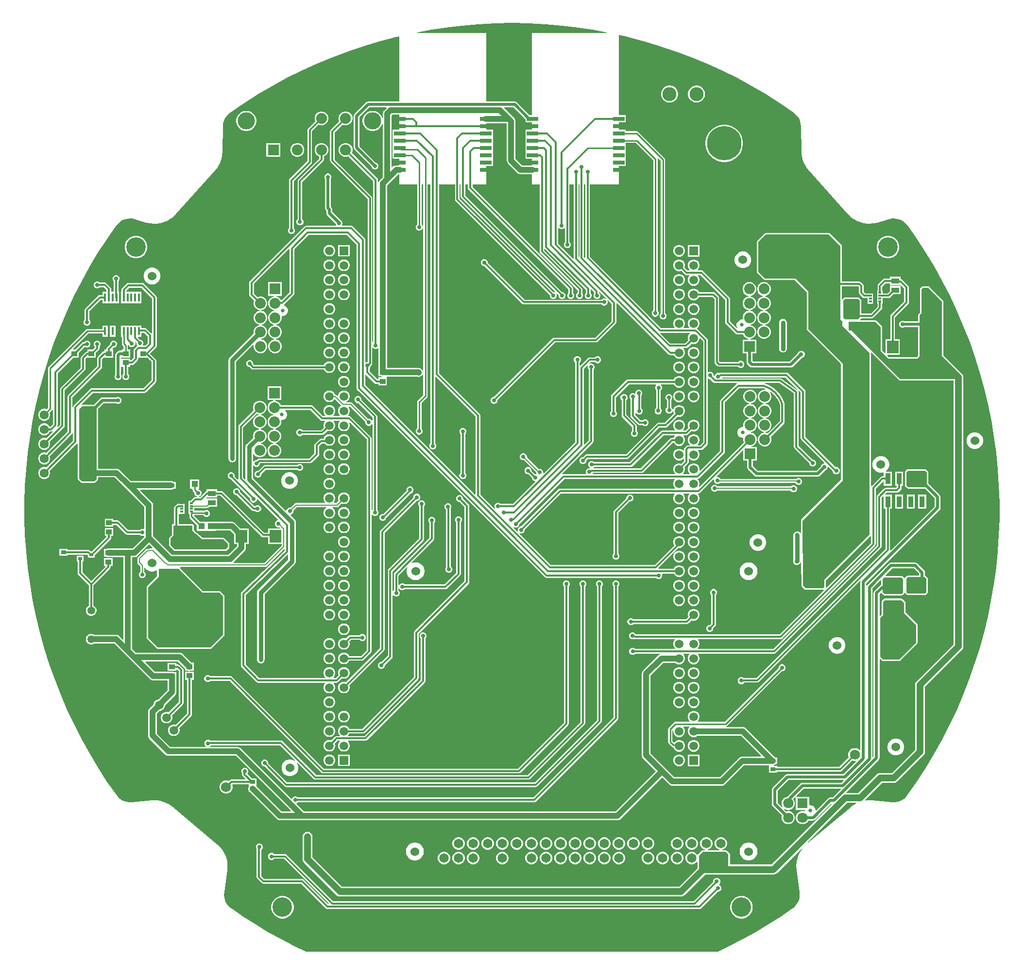
<source format=gbr>
%TF.GenerationSoftware,Altium Limited,Altium Designer,23.6.0 (18)*%
G04 Layer_Physical_Order=2*
G04 Layer_Color=16711680*
%FSLAX45Y45*%
%MOMM*%
%TF.SameCoordinates,8B2A78E3-6762-467B-82E4-ABAB87B9FA14*%
%TF.FilePolarity,Positive*%
%TF.FileFunction,Copper,L2,Bot,Signal*%
%TF.Part,Single*%
G01*
G75*
%TA.AperFunction,SMDPad,CuDef*%
%ADD11R,0.89000X1.91000*%
%ADD14R,1.13504X1.06213*%
%ADD15R,1.06213X1.13504*%
%ADD19R,1.00000X0.90000*%
%TA.AperFunction,Conductor*%
%ADD22C,0.30000*%
%ADD23C,0.50000*%
%ADD24C,0.20000*%
%ADD25C,0.80000*%
%ADD26C,1.00000*%
%ADD27C,1.20000*%
%ADD28C,0.25400*%
%TA.AperFunction,ComponentPad*%
%ADD29C,1.52400*%
%ADD30C,1.65000*%
%ADD31R,1.65000X1.65000*%
%ADD32R,1.75000X1.75000*%
%ADD33C,1.75000*%
%ADD34R,6.00000X6.00000*%
%ADD35C,6.00000*%
%ADD36R,2.45000X2.45000*%
%ADD37C,2.45000*%
%ADD38C,0.67500*%
%ADD39C,1.87500*%
%ADD40R,1.87500X1.87500*%
%ADD41C,3.00000*%
%ADD42C,1.90000*%
%ADD43R,1.90000X1.90000*%
%ADD44C,1.80000*%
%ADD45R,1.80000X1.80000*%
%ADD46C,0.65000*%
%ADD47R,1.50800X1.50800*%
%ADD48C,1.50800*%
%ADD49C,1.35000*%
%ADD50C,1.57500*%
%ADD51C,1.50000*%
%ADD52P,2.12132X4X345.0*%
%TA.AperFunction,ViaPad*%
%ADD53C,1.52400*%
%ADD54C,3.40000*%
%ADD55C,1.27000*%
%ADD56C,0.70000*%
%TA.AperFunction,SMDPad,CuDef*%
%ADD57R,0.90000X0.65000*%
%ADD58R,3.50000X2.50000*%
%ADD59R,1.20443X1.70620*%
%ADD60R,2.00000X0.80000*%
%ADD61R,0.47500X0.30000*%
%ADD62R,0.45000X1.47500*%
%ADD63R,0.69500X0.54000*%
%ADD64R,0.90000X0.65000*%
%ADD65R,2.00000X2.20000*%
%ADD66R,2.00000X2.20000*%
%ADD67R,1.30000X0.70000*%
%ADD68R,1.35000X0.95000*%
%ADD69R,0.95000X1.35000*%
G36*
X3900915Y16298943D02*
X4191502Y16284007D01*
X4481388Y16259135D01*
X4770275Y16224352D01*
X5057783Y16179703D01*
X5265383Y16140144D01*
X5264190Y16127499D01*
X3957500D01*
Y14697400D01*
X3917275D01*
X3695839Y14918835D01*
X3679168Y14929976D01*
X3659502Y14933887D01*
X3160000D01*
Y16127499D01*
X1955806D01*
X1954612Y16140144D01*
X2162209Y16179703D01*
X2449724Y16224352D01*
X2738607Y16259132D01*
X3028499Y16284006D01*
X3319074Y16298943D01*
X3609997Y16303923D01*
X3900915Y16298943D01*
D02*
G37*
G36*
X5627392Y16061021D02*
X5908816Y15987129D01*
X6187544Y15903648D01*
X6463250Y15810675D01*
X6735617Y15708318D01*
X7004322Y15596696D01*
X7269037Y15475949D01*
X7529477Y15346204D01*
X7785313Y15207626D01*
X8036265Y15060365D01*
X8282025Y14904607D01*
X8519752Y14742271D01*
X8558098Y14710323D01*
X8588939Y14675111D01*
X8613905Y14635513D01*
X8632380Y14592506D01*
X8643913Y14547137D01*
X8648584Y14496577D01*
X8654548Y14062111D01*
X8655069Y14058531D01*
X8654904Y14054919D01*
X8659757Y13998047D01*
X8661303Y13991003D01*
X8662001Y13983830D01*
X8674900Y13928227D01*
X8677432Y13921478D01*
X8679145Y13914474D01*
X8699826Y13861275D01*
X8703293Y13854953D01*
X8705986Y13848265D01*
X8734029Y13798550D01*
X8738361Y13792787D01*
X8741976Y13786552D01*
X8776810Y13741335D01*
X8779372Y13738782D01*
X8781406Y13735789D01*
X9464472Y12969164D01*
X9467187Y12966818D01*
X9469407Y12964003D01*
X9509955Y12924513D01*
X9515683Y12920238D01*
X9520857Y12915306D01*
X9566572Y12881935D01*
X9572847Y12878510D01*
X9578667Y12874356D01*
X9628635Y12847774D01*
X9635330Y12845268D01*
X9641676Y12841978D01*
X9694897Y12822713D01*
X9701880Y12821178D01*
X9708628Y12818816D01*
X9764034Y12807256D01*
X9771161Y12806721D01*
X9778175Y12805338D01*
X9834657Y12801712D01*
X9841791Y12802190D01*
X9848930Y12801808D01*
X9905359Y12806192D01*
X9912352Y12807671D01*
X9919474Y12808301D01*
X9974720Y12820605D01*
X9978088Y12821835D01*
X9981630Y12822404D01*
X10176171Y12880447D01*
X10225110Y12891016D01*
X10271193Y12893694D01*
X10317134Y12889243D01*
X10361845Y12877769D01*
X10404254Y12859547D01*
X10443351Y12835013D01*
X10478204Y12804750D01*
X10509955Y12767141D01*
X10671805Y12534070D01*
X10827351Y12293110D01*
X10974680Y12047037D01*
X11113621Y11796134D01*
X11244018Y11540684D01*
X11365724Y11280980D01*
X11478598Y11017312D01*
X11582508Y10749999D01*
X11677343Y10479320D01*
X11762988Y10205603D01*
X11839350Y9929152D01*
X11906344Y9650269D01*
X11963886Y9369298D01*
X12011917Y9086543D01*
X12050379Y8802332D01*
X12079231Y8516971D01*
X12098439Y8230815D01*
X12107980Y7944169D01*
X12107843Y7657363D01*
X12098031Y7370718D01*
X12078552Y7084581D01*
X12049429Y6799250D01*
X12010696Y6515075D01*
X11962397Y6232362D01*
X11904586Y5951447D01*
X11837330Y5672636D01*
X11760706Y5396261D01*
X11674799Y5122618D01*
X11579708Y4852031D01*
X11475541Y4584808D01*
X11362418Y4321252D01*
X11240467Y4061667D01*
X11109826Y3806339D01*
X10970647Y3555569D01*
X10823085Y3309636D01*
X10667309Y3068824D01*
X10505130Y2835750D01*
X10475029Y2799896D01*
X10442147Y2770748D01*
X10405344Y2746736D01*
X10365417Y2728381D01*
X10323232Y2716079D01*
X10279696Y2710096D01*
X10232032Y2710600D01*
X9881996Y2740132D01*
X9878036Y2739947D01*
X9874109Y2740487D01*
X9811547Y2740855D01*
X9803709Y2739870D01*
X9795813Y2739714D01*
X9772563Y2736184D01*
X9766834Y2747518D01*
X10068179Y3048863D01*
X10267500D01*
X10289794Y3051798D01*
X10310568Y3060403D01*
X10328408Y3074092D01*
X10783408Y3529092D01*
X10797097Y3546932D01*
X10805702Y3567706D01*
X10808637Y3590000D01*
Y4719321D01*
X11453407Y5364091D01*
X11453408Y5364092D01*
X11467096Y5381931D01*
X11475702Y5402706D01*
X11478637Y5425000D01*
Y10122500D01*
X11475702Y10144794D01*
X11467097Y10165569D01*
X11453408Y10183408D01*
X11130897Y10505919D01*
Y11447500D01*
X11128926Y11457411D01*
X11123312Y11465812D01*
X10893347Y11695778D01*
X10888312Y11703312D01*
X10879911Y11708926D01*
X10870000Y11710898D01*
X10772500D01*
X10762590Y11708926D01*
X10754188Y11703312D01*
X10731688Y11680812D01*
X10726074Y11672410D01*
X10724103Y11662500D01*
Y11250727D01*
X10694188Y11220812D01*
X10688574Y11212411D01*
X10686602Y11202500D01*
Y11101387D01*
X10451273D01*
X10429514Y11110400D01*
X10405486D01*
X10383286Y11101205D01*
X10366295Y11084214D01*
X10357100Y11062014D01*
Y11037986D01*
X10366295Y11015786D01*
X10383286Y10998795D01*
X10405486Y10989600D01*
X10429514D01*
X10451273Y10998613D01*
X10686602D01*
Y10501368D01*
X10661132Y10475898D01*
X10178227D01*
X10153758Y10500367D01*
X10158618Y10512100D01*
X10370400D01*
Y10782900D01*
X10286193D01*
Y11167939D01*
X10516627Y11398373D01*
X10525556Y11411737D01*
X10528691Y11427500D01*
Y11692500D01*
X10525556Y11708263D01*
X10516627Y11721627D01*
X10412347Y11825906D01*
X10398984Y11834836D01*
X10385399Y11837538D01*
Y11875401D01*
X10199599D01*
Y11846191D01*
X10107500D01*
X10091737Y11843056D01*
X10078373Y11834127D01*
X9994671Y11750425D01*
X9985742Y11737061D01*
X9982606Y11721298D01*
Y11635400D01*
X9974650D01*
Y11554600D01*
Y11504600D01*
Y11404600D01*
X9982606D01*
Y11353360D01*
X9864477Y11235230D01*
X9700898D01*
X9700898Y11462500D01*
X9698926Y11472411D01*
X9693312Y11480812D01*
X9668312Y11505812D01*
X9659911Y11511426D01*
X9650000Y11513398D01*
X9415000D01*
X9405089Y11511426D01*
X9396688Y11505812D01*
X9373598Y11482723D01*
X9360898Y11487983D01*
Y11708809D01*
X9647938D01*
X9658808Y11697938D01*
Y11595000D01*
X9661944Y11579237D01*
X9670873Y11565873D01*
X9720872Y11515874D01*
X9734236Y11506945D01*
X9749999Y11503809D01*
X9807050D01*
Y11404600D01*
X9905350D01*
Y11504600D01*
Y11585400D01*
X9860181D01*
X9856198Y11586192D01*
X9767061D01*
X9741191Y11612062D01*
Y11715000D01*
X9738056Y11730763D01*
X9729127Y11744127D01*
X9694127Y11779127D01*
X9680763Y11788056D01*
X9665000Y11791192D01*
X9360898D01*
Y12047500D01*
X9360533Y12049334D01*
Y12073210D01*
X9358397D01*
X9358396Y12415002D01*
X9356425Y12424912D01*
X9350811Y12433314D01*
X9148313Y12635811D01*
X9148312Y12635812D01*
X9139911Y12641426D01*
X9130000Y12643397D01*
X8816022D01*
X8580000Y12643398D01*
X8579998Y12643397D01*
X8037500D01*
X8027589Y12641426D01*
X8019187Y12635812D01*
X7888433Y12505058D01*
X7882819Y12496656D01*
X7880848Y12486745D01*
Y11957569D01*
X7882819Y11947658D01*
X7888433Y11939256D01*
X8003502Y11824187D01*
X8011903Y11818574D01*
X8021814Y11816602D01*
X8540263D01*
X8747255Y11609610D01*
Y10964347D01*
X8749226Y10954437D01*
X8754840Y10946035D01*
X9346602Y10354272D01*
Y10112500D01*
Y8335727D01*
X8652303Y7641428D01*
X8652223Y7641308D01*
X8652103Y7641226D01*
X8649415Y7637105D01*
X8646689Y7633026D01*
X8646661Y7632884D01*
X8646582Y7632762D01*
X8645676Y7627931D01*
X8644718Y7623115D01*
X8644746Y7622973D01*
X8644719Y7622831D01*
X8647059Y7409953D01*
X8642959Y7407785D01*
X8634401Y7406017D01*
X8619214Y7421205D01*
X8597014Y7430400D01*
X8584287D01*
X8580000Y7430964D01*
X8575713Y7430400D01*
X8572986D01*
X8571715Y7429874D01*
X8562927Y7428717D01*
X8547018Y7422127D01*
X8533356Y7411644D01*
X8522873Y7397982D01*
X8516283Y7382073D01*
X8514036Y7365000D01*
Y6917500D01*
X8514600Y6913213D01*
Y6900486D01*
X8523795Y6878286D01*
X8540786Y6861295D01*
X8562986Y6852100D01*
X8575713D01*
X8580000Y6851536D01*
X8584287Y6852100D01*
X8587014D01*
X8588285Y6852626D01*
X8597073Y6853783D01*
X8612982Y6860373D01*
X8626644Y6870856D01*
X8637127Y6884518D01*
X8640055Y6891586D01*
X8652783Y6889127D01*
X8657179Y6489140D01*
X8658191Y6484329D01*
X8659148Y6479514D01*
X8659229Y6479394D01*
X8659259Y6479252D01*
X8662031Y6475200D01*
X8664762Y6471113D01*
X8711687Y6424188D01*
X8720089Y6418574D01*
X8730000Y6416602D01*
X9032500D01*
X9039226Y6417940D01*
X9046323Y6407076D01*
X8275438Y5636191D01*
X5767028D01*
X5763705Y5644214D01*
X5746714Y5661205D01*
X5724515Y5670400D01*
X5700486D01*
X5678287Y5661205D01*
X5661296Y5644214D01*
X5652100Y5622014D01*
Y5597986D01*
X5661296Y5575786D01*
X5678287Y5558795D01*
X5700486Y5549600D01*
X5724515D01*
X5739671Y5555878D01*
X5750074Y5553809D01*
X6445636D01*
X6450896Y5541109D01*
X6442952Y5533164D01*
X6429681Y5510179D01*
X6422812Y5484542D01*
Y5458001D01*
X6429681Y5432364D01*
X6442952Y5409379D01*
X6453439Y5398891D01*
X6448179Y5386191D01*
X5759227D01*
X5749214Y5396205D01*
X5727014Y5405400D01*
X5702986D01*
X5680786Y5396205D01*
X5663796Y5379214D01*
X5654600Y5357014D01*
Y5332986D01*
X5663796Y5310786D01*
X5680786Y5293795D01*
X5702986Y5284600D01*
X5727014D01*
X5749214Y5293795D01*
X5759227Y5303809D01*
X6197125D01*
X6197957Y5291109D01*
X6195088Y5290731D01*
X6176747Y5283133D01*
X6160996Y5271048D01*
X5896224Y5006276D01*
X5884138Y4990525D01*
X5876541Y4972183D01*
X5873949Y4952500D01*
Y3527500D01*
X5876541Y3507817D01*
X5884138Y3489475D01*
X5896224Y3473724D01*
X6121198Y3248750D01*
X5420241Y2547793D01*
X-15510D01*
X-16398Y2548950D01*
X-146138Y2678690D01*
X-143158Y2693671D01*
X-130786Y2698795D01*
X-120773Y2708809D01*
X4000000D01*
X4015763Y2711944D01*
X4029127Y2720873D01*
X5449127Y4140873D01*
X5458056Y4154237D01*
X5461192Y4170000D01*
Y6473273D01*
X5471205Y6483286D01*
X5480400Y6505486D01*
Y6529514D01*
X5471205Y6551714D01*
X5454214Y6568705D01*
X5432014Y6577900D01*
X5407986D01*
X5385786Y6568705D01*
X5368795Y6551714D01*
X5359600Y6529514D01*
Y6505486D01*
X5368795Y6483286D01*
X5378809Y6473273D01*
Y4187062D01*
X3982938Y2791192D01*
X-120773D01*
X-130786Y2801205D01*
X-152986Y2810400D01*
X-177014D01*
X-199214Y2801205D01*
X-216205Y2784214D01*
X-221329Y2771842D01*
X-236310Y2768862D01*
X-1116224Y3648776D01*
X-1131975Y3660862D01*
X-1150316Y3668459D01*
X-1170000Y3671051D01*
X-1656904D01*
X-1659430Y3683751D01*
X-1653286Y3686295D01*
X-1638273Y3701309D01*
X-432062D01*
X-173194Y3442441D01*
X-180992Y3432278D01*
X-203879Y3445492D01*
X-240860Y3455401D01*
X-279144D01*
X-316124Y3445492D01*
X-349279Y3426350D01*
X-376351Y3399278D01*
X-395493Y3366123D01*
X-405402Y3329143D01*
Y3290859D01*
X-395493Y3253878D01*
X-376351Y3220723D01*
X-349279Y3193652D01*
X-316124Y3174510D01*
X-279144Y3164601D01*
X-240860D01*
X-203879Y3174510D01*
X-170724Y3193652D01*
X-143653Y3220723D01*
X-124511Y3253878D01*
X-114602Y3290859D01*
Y3329143D01*
X-124511Y3366123D01*
X-137724Y3389010D01*
X-127562Y3396808D01*
X153373Y3115873D01*
X166737Y3106944D01*
X182500Y3103809D01*
X3900000D01*
X3915763Y3106944D01*
X3929127Y3115873D01*
X4874127Y4060873D01*
X4883056Y4074237D01*
X4886191Y4090000D01*
Y6473273D01*
X4896205Y6483286D01*
X4905400Y6505486D01*
Y6529514D01*
X4896205Y6551714D01*
X4879214Y6568705D01*
X4857014Y6577900D01*
X4832986D01*
X4810786Y6568705D01*
X4793795Y6551714D01*
X4784600Y6529514D01*
Y6505486D01*
X4793795Y6483286D01*
X4803809Y6473273D01*
Y4107062D01*
X3882938Y3186191D01*
X199562D01*
X-385873Y3771627D01*
X-399237Y3780556D01*
X-415000Y3783691D01*
X-1648273D01*
X-1653286Y3788705D01*
X-1675486Y3797900D01*
X-1699514D01*
X-1721714Y3788705D01*
X-1738705Y3771714D01*
X-1747900Y3749514D01*
Y3725486D01*
X-1738705Y3703286D01*
X-1721714Y3686295D01*
X-1715570Y3683751D01*
X-1718096Y3671051D01*
X-2345999D01*
X-2581449Y3906501D01*
Y4255168D01*
X-2531747Y4304870D01*
X-2525682D01*
X-2500147Y4311713D01*
X-2477253Y4324931D01*
X-2458560Y4343624D01*
X-2445342Y4366518D01*
X-2438500Y4392053D01*
Y4398117D01*
X-2258724Y4577893D01*
X-2246638Y4593644D01*
X-2239040Y4611986D01*
X-2236449Y4631669D01*
Y4909998D01*
X-2237100Y4914942D01*
Y4980400D01*
X-2285436D01*
X-2292816Y4983457D01*
X-2312500Y4986048D01*
X-2610996D01*
X-2779664Y5154716D01*
X-2774804Y5166449D01*
X-2214001D01*
X-2085400Y5037848D01*
Y5004600D01*
X-2042068D01*
X-2034684Y5001542D01*
X-2015001Y4998950D01*
X-2010001D01*
X-1990317Y5001542D01*
X-1982934Y5004600D01*
X-1934600D01*
Y5070064D01*
X-1933950Y5075001D01*
X-1934600Y5079938D01*
Y5145400D01*
X-1977848D01*
X-2128724Y5296276D01*
X-2144475Y5308362D01*
X-2162816Y5315959D01*
X-2182500Y5318551D01*
X-2943499D01*
X-3008950Y5384001D01*
Y6983950D01*
X-2967499D01*
X-2947816Y6986542D01*
X-2929474Y6994139D01*
X-2913723Y7006225D01*
X-2712500Y7207448D01*
X-2658163Y7153111D01*
X-2663082Y7140411D01*
X-2664677Y7140094D01*
X-2666294Y7140268D01*
X-2751510Y7132653D01*
X-2756752Y7131114D01*
X-2762110Y7130048D01*
X-2763462Y7129145D01*
X-2765023Y7128687D01*
X-2769276Y7125260D01*
X-2773819Y7122225D01*
X-2910122Y6985922D01*
X-2917946Y6974212D01*
X-2920693Y6960400D01*
Y6891924D01*
X-2917946Y6878112D01*
X-2910122Y6866402D01*
X-2868593Y6824874D01*
Y6729325D01*
X-2883705Y6714214D01*
X-2892900Y6692014D01*
Y6667986D01*
X-2883705Y6645786D01*
X-2866714Y6628795D01*
X-2844514Y6619600D01*
X-2820486D01*
X-2798286Y6628795D01*
X-2781295Y6645786D01*
X-2772100Y6667986D01*
Y6692014D01*
X-2781295Y6714214D01*
X-2796407Y6729325D01*
Y6796597D01*
X-2784139Y6799884D01*
X-2778850Y6790724D01*
X-2751779Y6763652D01*
X-2718624Y6744510D01*
X-2681644Y6734601D01*
X-2643359D01*
X-2606379Y6744510D01*
X-2586399Y6756046D01*
X-2575400Y6749696D01*
Y6653725D01*
X-2751109Y6478015D01*
X-2756723Y6469613D01*
X-2758695Y6459703D01*
X-2758695Y5582797D01*
X-2756723Y5572886D01*
X-2751110Y5564485D01*
X-2751109Y5564484D01*
X-2578313Y5391687D01*
X-2569911Y5386073D01*
X-2560001Y5384102D01*
X-1647709Y5384103D01*
X-1637799Y5386074D01*
X-1629397Y5391688D01*
X-1409874Y5611210D01*
X-1404261Y5619612D01*
X-1402289Y5629522D01*
X-1402289Y6305686D01*
X-1404260Y6315597D01*
X-1409874Y6323999D01*
X-1469188Y6383312D01*
X-1477589Y6388926D01*
X-1487500Y6390898D01*
X-1774272D01*
X-1906287Y6522912D01*
X-1906767Y6523233D01*
X-1907087Y6523713D01*
X-2174600Y6791226D01*
Y6805400D01*
X-2165424Y6813907D01*
X-687500D01*
X-673688Y6816654D01*
X-661978Y6824478D01*
X-362925Y7123532D01*
X-351191Y7118671D01*
Y7095765D01*
X-1095022Y6381497D01*
X-1095265Y6381148D01*
X-1095618Y6380912D01*
X-1101627Y6374904D01*
X-1110556Y6361540D01*
X-1113691Y6345777D01*
Y5092500D01*
X-1110556Y5076737D01*
X-1101627Y5063373D01*
X-844127Y4805873D01*
X-830763Y4796944D01*
X-815000Y4793809D01*
X349634D01*
X354895Y4781109D01*
X346952Y4773165D01*
X333681Y4750180D01*
X326812Y4724544D01*
Y4698003D01*
X333681Y4672366D01*
X346952Y4649381D01*
X365719Y4630613D01*
X388705Y4617343D01*
X414341Y4610473D01*
X440882D01*
X466519Y4617343D01*
X489504Y4630613D01*
X508272Y4649381D01*
X521542Y4672366D01*
X528412Y4698003D01*
Y4724544D01*
X521542Y4750180D01*
X508272Y4773165D01*
X500329Y4781109D01*
X505589Y4793809D01*
X551339D01*
X567102Y4796944D01*
X580465Y4805873D01*
X645252Y4870660D01*
X668341Y4864473D01*
X694882D01*
X720519Y4871343D01*
X743504Y4884613D01*
X762272Y4903381D01*
X775542Y4926366D01*
X782412Y4952003D01*
Y4978544D01*
X775542Y5004180D01*
X762272Y5027165D01*
X743504Y5045933D01*
X720519Y5059203D01*
X694882Y5066073D01*
X668341D01*
X642705Y5059203D01*
X619719Y5045933D01*
X600952Y5027165D01*
X587681Y5004180D01*
X580812Y4978544D01*
Y4952003D01*
X586999Y4928913D01*
X534277Y4876191D01*
X499043D01*
X493783Y4888891D01*
X508272Y4903381D01*
X521542Y4926366D01*
X528412Y4952003D01*
Y4978544D01*
X521542Y5004180D01*
X508272Y5027165D01*
X489504Y5045933D01*
X466519Y5059203D01*
X440882Y5066073D01*
X414341D01*
X388705Y5059203D01*
X365719Y5045933D01*
X346952Y5027165D01*
X333681Y5004180D01*
X326812Y4978544D01*
Y4952003D01*
X333681Y4926366D01*
X346952Y4903381D01*
X361441Y4888891D01*
X356180Y4876191D01*
X-797938D01*
X-1031309Y5109562D01*
Y6328463D01*
X-300148Y7030564D01*
X-288464Y7025585D01*
Y6939823D01*
X-814144Y6414144D01*
X-824627Y6400482D01*
X-831217Y6384573D01*
X-833464Y6367500D01*
Y5195000D01*
X-831217Y5177927D01*
X-824627Y5162018D01*
X-814144Y5148356D01*
X-800482Y5137873D01*
X-784573Y5131283D01*
X-767500Y5129036D01*
X-750427Y5131283D01*
X-734518Y5137873D01*
X-720856Y5148356D01*
X-710373Y5162018D01*
X-703783Y5177927D01*
X-701536Y5195000D01*
Y6340177D01*
X-175856Y6865856D01*
X-165373Y6879518D01*
X-158783Y6895427D01*
X-156536Y6912500D01*
Y7594424D01*
X-158783Y7611497D01*
X-165373Y7627406D01*
X-175856Y7641068D01*
X-250589Y7715801D01*
X-245296Y7728468D01*
X-225352Y7736730D01*
X-208361Y7753720D01*
X-199166Y7775920D01*
Y7797290D01*
X-138643Y7857813D01*
X371288D01*
X374691Y7845113D01*
X365719Y7839933D01*
X346952Y7821165D01*
X333681Y7798180D01*
X326812Y7772544D01*
Y7746003D01*
X333681Y7720366D01*
X346952Y7697381D01*
X365719Y7678613D01*
X388705Y7665343D01*
X414341Y7658473D01*
X440882D01*
X466519Y7665343D01*
X489504Y7678613D01*
X508272Y7697381D01*
X521542Y7720366D01*
X528412Y7746003D01*
Y7772544D01*
X521542Y7798180D01*
X508272Y7821165D01*
X489504Y7839933D01*
X480533Y7845113D01*
X483936Y7857813D01*
X562245D01*
X576057Y7860560D01*
X587767Y7868384D01*
X640182Y7920799D01*
X642705Y7919343D01*
X668341Y7912473D01*
X694882D01*
X720519Y7919343D01*
X743504Y7932613D01*
X762272Y7951381D01*
X775542Y7974366D01*
X782412Y8000003D01*
Y8026544D01*
X775542Y8052180D01*
X762272Y8075165D01*
X743504Y8093933D01*
X720519Y8107203D01*
X694882Y8114073D01*
X668341D01*
X642705Y8107203D01*
X619719Y8093933D01*
X600952Y8075165D01*
X587681Y8052180D01*
X580812Y8026544D01*
Y8000003D01*
X587681Y7974366D01*
X589138Y7971843D01*
X547295Y7930000D01*
X504851D01*
X499591Y7942700D01*
X508272Y7951381D01*
X521542Y7974366D01*
X528412Y8000003D01*
Y8026544D01*
X521542Y8052180D01*
X508272Y8075165D01*
X489504Y8093933D01*
X466519Y8107203D01*
X440882Y8114073D01*
X414341D01*
X388705Y8107203D01*
X365719Y8093933D01*
X346952Y8075165D01*
X333681Y8052180D01*
X326812Y8026544D01*
Y8000003D01*
X333681Y7974366D01*
X346952Y7951381D01*
X355633Y7942700D01*
X350372Y7930000D01*
X-153594D01*
X-167406Y7927252D01*
X-179116Y7919428D01*
X-250210Y7848334D01*
X-271580D01*
X-293780Y7839139D01*
X-310771Y7822148D01*
X-319032Y7802204D01*
X-331699Y7796911D01*
X-901536Y8366747D01*
Y8579524D01*
X-899949Y8580486D01*
X-888836Y8583417D01*
X-874214Y8568795D01*
X-852014Y8559600D01*
X-827986D01*
X-805786Y8568795D01*
X-788795Y8585786D01*
X-779600Y8607986D01*
Y8622147D01*
X-777938Y8623809D01*
X92500D01*
X108263Y8626944D01*
X121627Y8635873D01*
X239127Y8753373D01*
X248056Y8766737D01*
X251192Y8782500D01*
Y8920438D01*
X297062Y8966308D01*
X348024D01*
X365719Y8948613D01*
X388705Y8935343D01*
X414341Y8928473D01*
X440882D01*
X466519Y8935343D01*
X489504Y8948613D01*
X508272Y8967381D01*
X521542Y8990366D01*
X528412Y9016003D01*
Y9042544D01*
X521542Y9068180D01*
X508272Y9091165D01*
X489504Y9109933D01*
X466519Y9123203D01*
X440882Y9130073D01*
X414341D01*
X388705Y9123203D01*
X365719Y9109933D01*
X346952Y9091165D01*
X333681Y9068180D01*
X328459Y9048691D01*
X280000D01*
X264237Y9045556D01*
X250873Y9036627D01*
X180873Y8966627D01*
X171944Y8953263D01*
X168809Y8937500D01*
Y8799562D01*
X75438Y8706191D01*
X-795000D01*
X-810763Y8703056D01*
X-824127Y8694127D01*
X-837853Y8680400D01*
X-852014D01*
X-874214Y8671205D01*
X-888836Y8656583D01*
X-899949Y8659514D01*
X-901536Y8660476D01*
Y8780547D01*
X-888836Y8783950D01*
X-881844Y8771840D01*
X-859660Y8749656D01*
X-832490Y8733970D01*
X-802186Y8725850D01*
X-770814D01*
X-740510Y8733970D01*
X-713340Y8749656D01*
X-691156Y8771840D01*
X-675470Y8799010D01*
X-667350Y8829314D01*
Y8860686D01*
X-675470Y8890990D01*
X-691156Y8918160D01*
X-713340Y8940344D01*
X-740510Y8956030D01*
X-769348Y8963757D01*
X-769829Y8967722D01*
Y8972278D01*
X-769348Y8976243D01*
X-740510Y8983970D01*
X-713340Y8999656D01*
X-691156Y9021840D01*
X-675470Y9049010D01*
X-667350Y9079314D01*
Y9110686D01*
X-675470Y9140990D01*
X-691156Y9168160D01*
X-713340Y9190344D01*
X-740510Y9206030D01*
X-769348Y9213757D01*
X-769829Y9217722D01*
Y9222278D01*
X-769348Y9226243D01*
X-740510Y9233970D01*
X-713340Y9249656D01*
X-691156Y9271840D01*
X-675470Y9299010D01*
X-667350Y9329314D01*
Y9360686D01*
X-675470Y9390990D01*
X-691156Y9418160D01*
X-713340Y9440344D01*
X-740510Y9456030D01*
X-769348Y9463757D01*
X-769829Y9467722D01*
Y9472278D01*
X-769348Y9476243D01*
X-740510Y9483970D01*
X-713340Y9499656D01*
X-691156Y9521840D01*
X-675470Y9549010D01*
X-667350Y9579314D01*
Y9610686D01*
X-675470Y9640990D01*
X-691156Y9668160D01*
X-713340Y9690344D01*
X-740510Y9706030D01*
X-770814Y9714150D01*
X-802186D01*
X-832490Y9706030D01*
X-859660Y9690344D01*
X-881844Y9668160D01*
X-897530Y9640990D01*
X-905650Y9610686D01*
Y9579314D01*
X-897530Y9549010D01*
X-895046Y9544707D01*
X-1146627Y9293127D01*
X-1155556Y9279764D01*
X-1158691Y9264000D01*
Y8352500D01*
X-1157116Y8344579D01*
X-1168820Y8338323D01*
X-1224600Y8394103D01*
Y8417014D01*
X-1233795Y8439214D01*
X-1250786Y8456205D01*
X-1272986Y8465400D01*
X-1297014D01*
X-1319214Y8456205D01*
X-1336205Y8439214D01*
X-1345400Y8417014D01*
Y8392986D01*
X-1336205Y8370786D01*
X-1319214Y8353795D01*
X-1297014Y8344600D01*
X-1291604D01*
X-955400Y8008396D01*
Y7985486D01*
X-946205Y7963286D01*
X-929214Y7946295D01*
X-907014Y7937100D01*
X-882986D01*
X-860786Y7946295D01*
X-843795Y7963286D01*
X-834600Y7985486D01*
Y7993386D01*
X-821900Y7998646D01*
X-461756Y7638502D01*
X-467016Y7625802D01*
X-476612D01*
X-498812Y7616607D01*
X-515802Y7599616D01*
X-524998Y7577416D01*
Y7553388D01*
X-515802Y7531188D01*
X-498812Y7514198D01*
X-476612Y7505002D01*
X-452584D01*
X-447620Y7507058D01*
X-435195Y7494633D01*
X-440056Y7482900D01*
X-637900D01*
Y7412060D01*
X-708807D01*
X-1423373Y8126627D01*
X-1436737Y8135556D01*
X-1452500Y8138691D01*
X-1532098D01*
Y8167900D01*
X-1717898D01*
Y8133626D01*
X-1720763Y8133056D01*
X-1734127Y8124127D01*
X-1822062Y8036191D01*
X-1837599D01*
X-1840125Y8048891D01*
X-1828286Y8053795D01*
X-1811295Y8070786D01*
X-1802100Y8092986D01*
Y8117014D01*
X-1811295Y8139214D01*
X-1828286Y8156205D01*
X-1850486Y8165400D01*
X-1855218D01*
X-1855692Y8166109D01*
X-1848903Y8178809D01*
X-1841493D01*
Y8343113D01*
X-1998507D01*
Y8178809D01*
X-1958845D01*
Y8162499D01*
X-1955888Y8147633D01*
X-1947467Y8135030D01*
X-1922900Y8110463D01*
Y8092986D01*
X-1913705Y8070786D01*
X-1896714Y8053795D01*
X-1884875Y8048891D01*
X-1887401Y8036191D01*
X-1908701D01*
X-1924464Y8033056D01*
X-1937827Y8024127D01*
X-1994054Y7967900D01*
X-2025350D01*
Y7887100D01*
Y7837100D01*
Y7737100D01*
X-2015045D01*
Y7693514D01*
X-2012088Y7678648D01*
X-2003667Y7666046D01*
X-1883691Y7546070D01*
Y7443993D01*
X-1556309D01*
Y7446449D01*
X-1299001D01*
X-1227900Y7375348D01*
Y7212100D01*
X-1178550D01*
Y7176502D01*
X-1329001Y7026051D01*
X-2315999D01*
X-2646449Y7356500D01*
Y7892500D01*
X-2649040Y7912183D01*
X-2656638Y7930525D01*
X-2668724Y7946276D01*
X-2869664Y8147216D01*
X-2864804Y8158949D01*
X-2585001D01*
X-2575508Y8160199D01*
X-2336249D01*
X-2316565Y8162790D01*
X-2298223Y8170388D01*
X-2289476Y8177099D01*
X-2244599D01*
Y8297899D01*
X-2289855D01*
X-2296974Y8303361D01*
X-2315316Y8310958D01*
X-2334999Y8313550D01*
X-2344491Y8312300D01*
X-2583751D01*
X-2593244Y8311050D01*
X-3033498D01*
X-3229725Y8507277D01*
X-3245475Y8519363D01*
X-3263817Y8526960D01*
X-3283500Y8529551D01*
X-3600850D01*
Y9565251D01*
X-3601705Y9569550D01*
X-3602333Y9573890D01*
X-3602687Y9574484D01*
X-3602712Y9574614D01*
X-3508713Y9668613D01*
X-3285237D01*
X-3269514Y9662100D01*
X-3245486D01*
X-3223286Y9671295D01*
X-3206295Y9688286D01*
X-3197100Y9710486D01*
Y9734514D01*
X-3206295Y9756714D01*
X-3223286Y9773705D01*
X-3245486Y9782900D01*
X-3269514D01*
X-3291714Y9773705D01*
X-3294031Y9771387D01*
X-3529998D01*
X-3549663Y9767476D01*
X-3566334Y9756336D01*
X-3681522Y9641148D01*
X-3882638D01*
X-3885579Y9644943D01*
X-3888494Y9653252D01*
X-3692938Y9848809D01*
X-2797500D01*
X-2781737Y9851944D01*
X-2768373Y9860873D01*
X-2600873Y10028373D01*
X-2591944Y10041737D01*
X-2588809Y10057500D01*
Y10412500D01*
X-2591944Y10428264D01*
X-2600873Y10441627D01*
X-2695446Y10536200D01*
X-2593373Y10638273D01*
X-2584444Y10651637D01*
X-2581309Y10667400D01*
Y11515000D01*
X-2584444Y11530764D01*
X-2593373Y11544127D01*
X-2805873Y11756627D01*
X-2819236Y11765556D01*
X-2835000Y11768691D01*
X-3077621D01*
X-3093384Y11765556D01*
X-3106748Y11756627D01*
X-3184124Y11679250D01*
X-3193053Y11665887D01*
X-3196189Y11650124D01*
Y11614150D01*
X-3202900D01*
Y11415850D01*
X-2847100D01*
Y11614150D01*
X-3113806D01*
Y11633062D01*
X-3060559Y11686309D01*
X-2852062D01*
X-2663691Y11497938D01*
Y10894905D01*
X-2676391Y10889645D01*
X-2752547Y10965801D01*
X-2765911Y10974730D01*
X-2781674Y10977866D01*
X-2847100D01*
Y11026550D01*
X-3202900D01*
Y10828250D01*
X-3189445D01*
Y10708099D01*
X-3186488Y10693233D01*
X-3178067Y10680630D01*
X-3159845Y10662407D01*
Y10606600D01*
X-3191400D01*
Y10587586D01*
X-3226301D01*
X-3245966Y10583675D01*
X-3262637Y10572535D01*
X-3291336Y10543837D01*
X-3302475Y10527166D01*
X-3306387Y10507500D01*
Y10171273D01*
X-3315400Y10149514D01*
Y10125486D01*
X-3306204Y10103286D01*
X-3289213Y10086296D01*
X-3267014Y10077100D01*
X-3242985D01*
X-3220786Y10086296D01*
X-3203795Y10103286D01*
X-3194600Y10125486D01*
Y10149514D01*
X-3203612Y10171273D01*
Y10304623D01*
X-3191400Y10305800D01*
Y10305800D01*
X-3161192D01*
Y10181727D01*
X-3171205Y10171714D01*
X-3180400Y10149514D01*
Y10125486D01*
X-3171205Y10103286D01*
X-3154214Y10086295D01*
X-3132014Y10077100D01*
X-3107986D01*
X-3085786Y10086295D01*
X-3068795Y10103286D01*
X-3059600Y10125486D01*
Y10149514D01*
X-3068795Y10171714D01*
X-3078809Y10181727D01*
Y10305800D01*
X-3040600D01*
Y10335008D01*
X-3011300D01*
X-2995537Y10338144D01*
X-2982174Y10347073D01*
X-2913373Y10415873D01*
X-2904444Y10429236D01*
X-2901309Y10445000D01*
Y10460269D01*
X-2890899Y10465800D01*
X-2741553D01*
X-2671192Y10395438D01*
Y10074562D01*
X-2814562Y9931191D01*
X-3710000D01*
X-3725763Y9928056D01*
X-3739127Y9919127D01*
X-4026848Y9631405D01*
X-4035777Y9618042D01*
X-4038609Y9603808D01*
X-4051309Y9605059D01*
Y9767938D01*
X-3545873Y10273373D01*
X-3536944Y10286737D01*
X-3533809Y10302500D01*
Y10437938D01*
X-3501832Y10469914D01*
X-3491900Y10465800D01*
Y10465800D01*
X-3341100D01*
Y10606600D01*
X-3353553D01*
X-3358413Y10618333D01*
X-3334646Y10642100D01*
X-3320486D01*
X-3298286Y10651295D01*
X-3281295Y10668286D01*
X-3272100Y10690486D01*
Y10714514D01*
X-3281295Y10736714D01*
X-3298286Y10753705D01*
X-3320486Y10762900D01*
X-3344514D01*
X-3366714Y10753705D01*
X-3383704Y10736714D01*
X-3392900Y10714514D01*
Y10700354D01*
X-3445627Y10647626D01*
X-3454556Y10634263D01*
X-3457692Y10618499D01*
Y10606600D01*
X-3491900D01*
Y10577265D01*
X-3493926D01*
X-3509689Y10574129D01*
X-3523053Y10565200D01*
X-3604127Y10484127D01*
X-3613056Y10470763D01*
X-3616191Y10455000D01*
Y10319562D01*
X-4121627Y9814127D01*
X-4130556Y9800763D01*
X-4133692Y9785000D01*
Y9174560D01*
X-4503404Y8804848D01*
X-4528788Y8811650D01*
X-4556212D01*
X-4582700Y8804552D01*
X-4606450Y8790841D01*
X-4625841Y8771450D01*
X-4639552Y8747700D01*
X-4646650Y8721212D01*
Y8693788D01*
X-4639552Y8667300D01*
X-4625841Y8643550D01*
X-4606450Y8624159D01*
X-4582700Y8610448D01*
X-4556212Y8603350D01*
X-4528788D01*
X-4502300Y8610448D01*
X-4478550Y8624159D01*
X-4459159Y8643550D01*
X-4445448Y8667300D01*
X-4438350Y8693788D01*
Y8721212D01*
X-4445151Y8746594D01*
X-4063373Y9128372D01*
X-4054444Y9141735D01*
X-4051613Y9155968D01*
X-4038913Y9154718D01*
Y9015339D01*
X-4503404Y8550848D01*
X-4528788Y8557650D01*
X-4556212D01*
X-4582700Y8550552D01*
X-4606450Y8536841D01*
X-4625841Y8517450D01*
X-4639552Y8493700D01*
X-4646650Y8467212D01*
Y8439788D01*
X-4639552Y8413300D01*
X-4625841Y8389550D01*
X-4606450Y8370159D01*
X-4582700Y8356448D01*
X-4556212Y8349350D01*
X-4528788D01*
X-4502300Y8356448D01*
X-4478550Y8370159D01*
X-4459159Y8389550D01*
X-4445448Y8413300D01*
X-4438350Y8439788D01*
Y8467212D01*
X-4445151Y8492594D01*
X-3972845Y8964900D01*
X-3960145Y8959639D01*
Y8350251D01*
X-3959938Y8349212D01*
X-3960061Y8348158D01*
X-3958959Y8344287D01*
X-3958174Y8340340D01*
X-3957585Y8339459D01*
X-3957295Y8338439D01*
X-3954796Y8335285D01*
X-3952560Y8331939D01*
X-3951679Y8331350D01*
X-3951020Y8330519D01*
X-3901020Y8288018D01*
X-3897504Y8286060D01*
X-3894158Y8283825D01*
X-3893118Y8283618D01*
X-3892192Y8283102D01*
X-3888194Y8282639D01*
X-3884248Y8281853D01*
X-3671747D01*
X-3667144Y8282769D01*
X-3662524Y8283552D01*
X-3662206Y8283751D01*
X-3661837Y8283825D01*
X-3657936Y8286431D01*
X-3653965Y8288923D01*
X-3608966Y8331423D01*
X-3608748Y8331730D01*
X-3608435Y8331939D01*
X-3605829Y8335840D01*
X-3603114Y8339661D01*
X-3603030Y8340028D01*
X-3602821Y8340340D01*
X-3601906Y8344940D01*
X-3600860Y8349512D01*
X-3600923Y8349883D01*
X-3600850Y8350251D01*
Y8377450D01*
X-3315001D01*
X-3118775Y8181224D01*
X-2798550Y7860999D01*
Y7481995D01*
X-2811250Y7473509D01*
X-2820885Y7477500D01*
X-2844914D01*
X-2867113Y7468305D01*
X-2877127Y7458292D01*
X-2920400D01*
X-2920401Y7458291D01*
X-3081590D01*
X-3237424Y7614125D01*
X-3250787Y7623054D01*
X-3266550Y7626190D01*
X-3337100D01*
Y7655400D01*
X-3487900D01*
Y7514600D01*
X-3337100D01*
Y7543807D01*
X-3283612D01*
X-3127779Y7387973D01*
X-3114415Y7379044D01*
X-3098652Y7375909D01*
X-2920400D01*
X-2920399Y7375909D01*
X-2877127D01*
X-2867113Y7365896D01*
X-2844914Y7356700D01*
X-2820885D01*
X-2811250Y7360691D01*
X-2798550Y7352205D01*
Y7336501D01*
X-2999000Y7136052D01*
X-3425001D01*
X-3444684Y7133460D01*
X-3452072Y7130400D01*
X-3500400D01*
Y7064948D01*
X-3501051Y7060001D01*
X-3500400Y7055054D01*
Y6989600D01*
X-3452068D01*
X-3444684Y6986542D01*
X-3425001Y6983950D01*
X-3161051D01*
Y5552696D01*
X-3172784Y5547836D01*
X-3233724Y5608776D01*
X-3249475Y5620862D01*
X-3267817Y5628459D01*
X-3287500Y5631051D01*
X-3670924D01*
X-3689142Y5641569D01*
X-3712769Y5647900D01*
X-3737231D01*
X-3760858Y5641569D01*
X-3782042Y5629339D01*
X-3799338Y5612042D01*
X-3811569Y5590858D01*
X-3817900Y5567231D01*
Y5542769D01*
X-3811569Y5519142D01*
X-3799338Y5497958D01*
X-3782042Y5480662D01*
X-3760858Y5468431D01*
X-3737231Y5462100D01*
X-3712769D01*
X-3689142Y5468431D01*
X-3670924Y5478949D01*
X-3319001D01*
X-3138776Y5298724D01*
X-3028776Y5188724D01*
X-2696274Y4856222D01*
X-2680523Y4844136D01*
X-2662181Y4836538D01*
X-2642498Y4833947D01*
X-2388550D01*
Y4663171D01*
X-2546050Y4505671D01*
X-2552118D01*
X-2577653Y4498828D01*
X-2600547Y4485611D01*
X-2619240Y4466918D01*
X-2632458Y4444023D01*
X-2639300Y4418488D01*
Y4412421D01*
X-2711276Y4340445D01*
X-2723362Y4324694D01*
X-2730959Y4306353D01*
X-2733551Y4286669D01*
Y3875000D01*
X-2730959Y3855316D01*
X-2723362Y3836975D01*
X-2711276Y3821224D01*
X-2431276Y3541224D01*
X-2415525Y3529138D01*
X-2407928Y3525991D01*
X-2397183Y3521541D01*
X-2377500Y3518949D01*
X-1201501D01*
X-242078Y2559526D01*
X-246938Y2547793D01*
X-402737D01*
X-839600Y2984656D01*
Y3120400D01*
X-922147D01*
X-1006914Y3205167D01*
X-996295Y3215786D01*
X-987100Y3237986D01*
Y3262014D01*
X-996295Y3284214D01*
X-1013286Y3301205D01*
X-1035486Y3310400D01*
X-1059514D01*
X-1081714Y3301205D01*
X-1098704Y3284214D01*
X-1107900Y3262014D01*
Y3237986D01*
X-1098704Y3215786D01*
X-1093691Y3210773D01*
Y3192500D01*
X-1090556Y3176737D01*
X-1081627Y3163373D01*
X-1033676Y3115423D01*
X-1038536Y3103690D01*
X-1282374D01*
X-1298138Y3100554D01*
X-1311501Y3091625D01*
X-1325117Y3078009D01*
X-1328922Y3080206D01*
X-1357636Y3087900D01*
X-1387363D01*
X-1416078Y3080206D01*
X-1441822Y3065342D01*
X-1462842Y3044322D01*
X-1477706Y3018578D01*
X-1485400Y2989863D01*
Y2960136D01*
X-1477706Y2931422D01*
X-1462842Y2905678D01*
X-1441822Y2884657D01*
X-1416078Y2869794D01*
X-1387363Y2862100D01*
X-1357636D01*
X-1328922Y2869794D01*
X-1303178Y2884657D01*
X-1282157Y2905678D01*
X-1267294Y2931422D01*
X-1259600Y2960136D01*
Y2989863D01*
X-1264622Y3008606D01*
X-1254877Y3021307D01*
X-980400D01*
Y2974567D01*
X-983457Y2967185D01*
X-986049Y2947502D01*
X-983457Y2927819D01*
X-980400Y2920438D01*
Y2889600D01*
X-959648D01*
X-488014Y2417966D01*
X-472263Y2405880D01*
X-453921Y2398283D01*
X-434238Y2395691D01*
X5451742D01*
X5471425Y2398283D01*
X5489767Y2405880D01*
X5505518Y2417966D01*
X6228750Y3141198D01*
X6351224Y3018724D01*
X6366975Y3006638D01*
X6385317Y2999041D01*
X6405000Y2996449D01*
X7267500D01*
X7287184Y2999041D01*
X7305525Y3006638D01*
X7321276Y3018724D01*
X7659001Y3356449D01*
X8085615D01*
X8089600Y3345400D01*
X8089600D01*
Y3229600D01*
X8230400D01*
Y3246310D01*
X9332501D01*
X9348265Y3249446D01*
X9361628Y3258375D01*
X9539283Y3436029D01*
X9541422Y3434794D01*
X9570136Y3427100D01*
X9596467D01*
X9603046Y3415718D01*
X9386215Y3198887D01*
X8407500D01*
X8387835Y3194976D01*
X8371164Y3183836D01*
X8153664Y2966336D01*
X8142524Y2949665D01*
X8138613Y2930000D01*
Y2675000D01*
X8142524Y2655335D01*
X8153664Y2638664D01*
X8315419Y2476908D01*
X8309600Y2455193D01*
Y2424807D01*
X8317464Y2395457D01*
X8332657Y2369143D01*
X8354143Y2347657D01*
X8380457Y2332464D01*
X8409807Y2324600D01*
X8440193D01*
X8469543Y2332464D01*
X8495857Y2347657D01*
X8517343Y2369143D01*
X8532535Y2395457D01*
X8540400Y2424807D01*
Y2455193D01*
X8532535Y2484543D01*
X8517343Y2510857D01*
X8495857Y2532343D01*
X8469543Y2547535D01*
X8440193Y2555400D01*
X8409807D01*
X8388091Y2549581D01*
X8355414Y2582259D01*
X8363212Y2592421D01*
X8380457Y2582464D01*
X8409807Y2574600D01*
X8440193D01*
X8469543Y2582464D01*
X8495857Y2597657D01*
X8517343Y2619143D01*
X8532535Y2645457D01*
X8540400Y2674807D01*
Y2705193D01*
X8532535Y2734543D01*
X8517343Y2760857D01*
X8511686Y2766514D01*
X8546900Y2801728D01*
X8559600Y2796467D01*
Y2574600D01*
X8718600D01*
Y2560936D01*
X8706981Y2551115D01*
X8706493Y2551032D01*
X8690193Y2555400D01*
X8659807D01*
X8630457Y2547535D01*
X8604143Y2532343D01*
X8582657Y2510857D01*
X8567464Y2484543D01*
X8559600Y2455193D01*
Y2424807D01*
X8567464Y2395457D01*
X8582657Y2369143D01*
X8604143Y2347657D01*
X8630457Y2332464D01*
X8659807Y2324600D01*
X8690193D01*
X8719543Y2332464D01*
X8745857Y2347657D01*
X8767343Y2369143D01*
X8779738Y2390611D01*
X8859950D01*
X8879615Y2394523D01*
X8896286Y2405662D01*
X9173736Y2683111D01*
X9177643Y2682420D01*
X9181945Y2668760D01*
X8134321Y1621137D01*
X7408398D01*
Y1800000D01*
X7406426Y1809911D01*
X7400812Y1818312D01*
X7355812Y1863313D01*
X7347411Y1868926D01*
X7337500Y1870898D01*
X7280985D01*
X7279313Y1883598D01*
X7294448Y1887653D01*
X7319052Y1901859D01*
X7339142Y1921948D01*
X7353347Y1946552D01*
X7360700Y1973995D01*
Y2002405D01*
X7353347Y2029848D01*
X7339142Y2054452D01*
X7319052Y2074541D01*
X7294448Y2088747D01*
X7267005Y2096100D01*
X7238595D01*
X7211152Y2088747D01*
X7186548Y2074541D01*
X7166459Y2054452D01*
X7152253Y2029848D01*
X7144900Y2002405D01*
Y1973995D01*
X7152253Y1946552D01*
X7166459Y1921948D01*
X7186548Y1901859D01*
X7211152Y1887653D01*
X7226287Y1883598D01*
X7224615Y1870898D01*
X7026985D01*
X7025313Y1883598D01*
X7040448Y1887653D01*
X7065052Y1901859D01*
X7085142Y1921948D01*
X7099347Y1946552D01*
X7106700Y1973995D01*
Y2002405D01*
X7099347Y2029848D01*
X7085142Y2054452D01*
X7065052Y2074541D01*
X7040448Y2088747D01*
X7013005Y2096100D01*
X6984595D01*
X6957152Y2088747D01*
X6932548Y2074541D01*
X6912459Y2054452D01*
X6898253Y2029848D01*
X6890900Y2002405D01*
Y1973995D01*
X6898253Y1946552D01*
X6912459Y1921948D01*
X6932548Y1901859D01*
X6957152Y1887653D01*
X6972287Y1883598D01*
X6970615Y1870898D01*
X6935000D01*
X6925089Y1868926D01*
X6916687Y1863313D01*
X6851688Y1798312D01*
X6851688Y1798312D01*
X6849196Y1794582D01*
X6835304Y1793944D01*
X6834787Y1794138D01*
X6831142Y1800452D01*
X6811052Y1820541D01*
X6786448Y1834747D01*
X6759005Y1842100D01*
X6730595D01*
X6703152Y1834747D01*
X6678548Y1820541D01*
X6658459Y1800452D01*
X6644253Y1775848D01*
X6636900Y1748405D01*
Y1719995D01*
X6644253Y1692552D01*
X6658459Y1667948D01*
X6678548Y1647859D01*
X6703152Y1633653D01*
X6730595Y1626300D01*
X6759005D01*
X6786448Y1633653D01*
X6811052Y1647859D01*
X6831142Y1667948D01*
X6831835Y1669149D01*
X6844102Y1665862D01*
Y1558418D01*
X6524321Y1238637D01*
X645679D01*
X133637Y1750679D01*
Y2110000D01*
X130702Y2132294D01*
X122097Y2153069D01*
X108408Y2170908D01*
X90568Y2184597D01*
X69794Y2193202D01*
X47500Y2196137D01*
X25206Y2193202D01*
X4432Y2184597D01*
X-13408Y2170908D01*
X-27096Y2153069D01*
X-35702Y2132294D01*
X-38637Y2110000D01*
Y1715000D01*
X-35702Y1692706D01*
X-27097Y1671932D01*
X-13408Y1654092D01*
X549092Y1091592D01*
X566932Y1077903D01*
X587706Y1069298D01*
X598853Y1067831D01*
X610000Y1066363D01*
X610002Y1066363D01*
X6560000D01*
X6582294Y1069298D01*
X6603069Y1077903D01*
X6620908Y1091592D01*
X6978418Y1449103D01*
X7323600D01*
X7325419Y1448863D01*
X7325421Y1448863D01*
X8170000D01*
X8192294Y1451798D01*
X8213068Y1460403D01*
X8230908Y1474092D01*
X8661427Y1904611D01*
X8670989Y1896213D01*
X8654537Y1874838D01*
X8650891Y1868545D01*
X8646531Y1862723D01*
X8618324Y1812521D01*
X8615619Y1805768D01*
X8612141Y1799382D01*
X8591435Y1745650D01*
X8589728Y1738580D01*
X8587203Y1731762D01*
X8574426Y1675613D01*
X8573751Y1668371D01*
X8572231Y1661257D01*
X8567650Y1603856D01*
X8568022Y1596593D01*
X8567539Y1589338D01*
X8571247Y1531873D01*
X8571955Y1528294D01*
X8571975Y1524644D01*
X8624379Y1143049D01*
X8627330Y1092520D01*
X8622765Y1046082D01*
X8611027Y1000922D01*
X8592402Y958138D01*
X8567345Y918777D01*
X8536464Y883796D01*
X8498052Y852009D01*
X8290047Y710273D01*
X8075206Y573127D01*
X7856348Y442484D01*
X7633667Y318462D01*
X7407367Y201172D01*
X7197010Y100029D01*
X22987Y100028D01*
X-187373Y201173D01*
X-413666Y318459D01*
X-636350Y442483D01*
X-855208Y573126D01*
X-1070053Y710274D01*
X-1278055Y852009D01*
X-1316467Y883795D01*
X-1347348Y918777D01*
X-1372404Y958137D01*
X-1391029Y1000921D01*
X-1402767Y1046081D01*
X-1407332Y1092519D01*
X-1404382Y1143048D01*
X-1351977Y1524643D01*
X-1351957Y1528293D01*
X-1351249Y1531872D01*
X-1347542Y1589337D01*
X-1348025Y1596593D01*
X-1347652Y1603856D01*
X-1352234Y1661257D01*
X-1353754Y1668370D01*
X-1354428Y1675611D01*
X-1367205Y1731760D01*
X-1369730Y1738580D01*
X-1371437Y1745649D01*
X-1392143Y1799381D01*
X-1395622Y1805769D01*
X-1398326Y1812520D01*
X-1426533Y1862722D01*
X-1430893Y1868544D01*
X-1434539Y1874837D01*
X-1469663Y1920469D01*
X-1474813Y1925603D01*
X-1479323Y1931307D01*
X-1520635Y1971423D01*
X-1523563Y1973603D01*
X-1526026Y1976294D01*
X-2297737Y2624549D01*
X-2301079Y2626681D01*
X-2303975Y2629386D01*
X-2354880Y2665757D01*
X-2361851Y2669471D01*
X-2368394Y2673897D01*
X-2424347Y2701886D01*
X-2431811Y2704467D01*
X-2438964Y2707818D01*
X-2498597Y2726740D01*
X-2506374Y2728126D01*
X-2513961Y2730321D01*
X-2575816Y2739713D01*
X-2583713Y2739869D01*
X-2591550Y2740854D01*
X-2654112Y2740486D01*
X-2658039Y2739945D01*
X-2661999Y2740131D01*
X-3012035Y2710599D01*
X-3059700Y2710095D01*
X-3103235Y2716078D01*
X-3145419Y2728380D01*
X-3185346Y2746735D01*
X-3222149Y2770747D01*
X-3255032Y2799894D01*
X-3285133Y2835749D01*
X-3447312Y3068823D01*
X-3603087Y3309633D01*
X-3750649Y3555565D01*
X-3889832Y3806343D01*
X-4020471Y4061665D01*
X-4142422Y4321254D01*
X-4255545Y4584807D01*
X-4359712Y4852033D01*
X-4454803Y5122617D01*
X-4540707Y5396249D01*
X-4617335Y5672640D01*
X-4684589Y5951443D01*
X-4742399Y6232359D01*
X-4790700Y6515077D01*
X-4829432Y6799248D01*
X-4858555Y7084580D01*
X-4878034Y7370717D01*
X-4887847Y7657362D01*
X-4887983Y7944168D01*
X-4878443Y8230808D01*
X-4859235Y8516977D01*
X-4830384Y8802328D01*
X-4791921Y9086544D01*
X-4743890Y9369302D01*
X-4686348Y9650268D01*
X-4619354Y9929152D01*
X-4542993Y10205600D01*
X-4457347Y10479318D01*
X-4362514Y10749992D01*
X-4258600Y11017319D01*
X-4145728Y11280979D01*
X-4024024Y11540680D01*
X-3893629Y11796126D01*
X-3754686Y12047032D01*
X-3607359Y12293102D01*
X-3451806Y12534073D01*
X-3289959Y12767141D01*
X-3258209Y12804747D01*
X-3223355Y12835011D01*
X-3184259Y12859546D01*
X-3141849Y12877766D01*
X-3097139Y12889240D01*
X-3051197Y12893690D01*
X-3005115Y12891014D01*
X-2956171Y12880446D01*
X-2761635Y12822401D01*
X-2758093Y12821834D01*
X-2754724Y12820604D01*
X-2699478Y12808299D01*
X-2692358Y12807671D01*
X-2685363Y12806190D01*
X-2628934Y12801807D01*
X-2621795Y12802187D01*
X-2614661Y12801711D01*
X-2558179Y12805334D01*
X-2551165Y12806720D01*
X-2544037Y12807256D01*
X-2488630Y12818816D01*
X-2481883Y12821178D01*
X-2474902Y12822711D01*
X-2421682Y12841975D01*
X-2415334Y12845267D01*
X-2408638Y12847772D01*
X-2358670Y12874356D01*
X-2352853Y12878508D01*
X-2346577Y12881934D01*
X-2300862Y12915305D01*
X-2295687Y12920238D01*
X-2289959Y12924513D01*
X-2249412Y12964001D01*
X-2247191Y12966818D01*
X-2244476Y12969162D01*
X-1561411Y13735789D01*
X-1559378Y13738782D01*
X-1556816Y13741335D01*
X-1521981Y13786551D01*
X-1518365Y13792789D01*
X-1514033Y13798552D01*
X-1485990Y13848267D01*
X-1483299Y13854953D01*
X-1479832Y13861275D01*
X-1459150Y13914474D01*
X-1457437Y13921478D01*
X-1454906Y13928227D01*
X-1442007Y13983829D01*
X-1441308Y13991003D01*
X-1439762Y13998045D01*
X-1434909Y14054919D01*
X-1435074Y14058531D01*
X-1434553Y14062111D01*
X-1428589Y14496577D01*
X-1423918Y14547139D01*
X-1412386Y14592503D01*
X-1393910Y14635513D01*
X-1368944Y14675110D01*
X-1338102Y14710323D01*
X-1299756Y14742271D01*
X-1062032Y14904604D01*
X-816272Y15060365D01*
X-565317Y15207626D01*
X-309483Y15346204D01*
X-49050Y15475945D01*
X215679Y15596700D01*
X484378Y15708318D01*
X756744Y15810675D01*
X1032446Y15903647D01*
X1311178Y15987129D01*
X1592601Y16061021D01*
X1635078Y16070633D01*
X1645000Y16062706D01*
Y14933887D01*
X1102500D01*
X1082835Y14929976D01*
X1066164Y14918835D01*
X866164Y14718835D01*
X855024Y14702165D01*
X851113Y14682500D01*
Y14130000D01*
X855024Y14110335D01*
X866164Y14093665D01*
X1162283Y13797545D01*
X1171295Y13775786D01*
X1188286Y13758795D01*
X1210486Y13749600D01*
X1234514D01*
X1256714Y13758795D01*
X1273705Y13775786D01*
X1282900Y13797986D01*
Y13822014D01*
X1273705Y13844214D01*
X1256714Y13861205D01*
X1234955Y13870216D01*
X953887Y14151285D01*
Y14661215D01*
X1123785Y14831113D01*
X1420546D01*
X1425407Y14819380D01*
X1383375Y14777348D01*
X1371289Y14761598D01*
X1363692Y14743256D01*
X1361100Y14723572D01*
Y14647662D01*
X1348659Y14645161D01*
X1335438Y14677083D01*
X1316242Y14705811D01*
X1291811Y14730241D01*
X1263083Y14749437D01*
X1231162Y14762659D01*
X1197275Y14769400D01*
X1162725D01*
X1128838Y14762659D01*
X1096917Y14749437D01*
X1068189Y14730241D01*
X1043758Y14705811D01*
X1024563Y14677083D01*
X1011341Y14645161D01*
X1004600Y14611275D01*
Y14576724D01*
X1011341Y14542838D01*
X1024563Y14510918D01*
X1043758Y14482188D01*
X1068189Y14457758D01*
X1096917Y14438564D01*
X1128838Y14425340D01*
X1162725Y14418600D01*
X1197275D01*
X1231162Y14425340D01*
X1263083Y14438564D01*
X1291811Y14457758D01*
X1316242Y14482188D01*
X1335438Y14510918D01*
X1348659Y14542838D01*
X1361100Y14540337D01*
Y13614349D01*
X1301222Y13554471D01*
X1289136Y13538721D01*
X1286391Y13532095D01*
X1273691Y13534621D01*
Y13567497D01*
X1270556Y13583263D01*
X1261627Y13596625D01*
X819460Y14038791D01*
X822195Y14043527D01*
X830400Y14074149D01*
Y14105852D01*
X822195Y14136473D01*
X806344Y14163927D01*
X783927Y14186343D01*
X756473Y14202196D01*
X725851Y14210400D01*
X694149D01*
X663528Y14202196D01*
X636073Y14186343D01*
X613656Y14163927D01*
X597806Y14136473D01*
X589600Y14105852D01*
Y14074149D01*
X597806Y14043527D01*
X613656Y14016074D01*
X636073Y13993655D01*
X663528Y13977805D01*
X694149Y13969600D01*
X725851D01*
X756473Y13977805D01*
X761207Y13980537D01*
X1191309Y13550436D01*
Y10734555D01*
X1188891Y10732940D01*
X1176191Y10739729D01*
Y13250000D01*
X1173056Y13265762D01*
X1164127Y13279128D01*
X521191Y13922063D01*
Y14392940D01*
X658791Y14530540D01*
X663528Y14527805D01*
X694149Y14519600D01*
X725851D01*
X756473Y14527805D01*
X783927Y14543655D01*
X806344Y14566074D01*
X822195Y14593527D01*
X830400Y14624149D01*
Y14655852D01*
X822195Y14686473D01*
X806344Y14713927D01*
X783927Y14736343D01*
X756473Y14752196D01*
X725851Y14760400D01*
X694149D01*
X663528Y14752196D01*
X636073Y14736343D01*
X613656Y14713927D01*
X597806Y14686473D01*
X589600Y14655852D01*
Y14624149D01*
X597806Y14593527D01*
X600538Y14588794D01*
X450873Y14439130D01*
X441944Y14425764D01*
X438809Y14410002D01*
Y13905000D01*
X441944Y13889236D01*
X450873Y13875873D01*
X1093809Y13232938D01*
Y10385400D01*
X1073386D01*
X1061751Y10380581D01*
X1051191Y10387637D01*
Y12525000D01*
X1048056Y12540763D01*
X1039127Y12554127D01*
X841627Y12751627D01*
X828263Y12760556D01*
X812500Y12763692D01*
X653203D01*
X648343Y12775425D01*
X648705Y12775786D01*
X657900Y12797986D01*
Y12822014D01*
X648705Y12844214D01*
X631714Y12861205D01*
X619195Y12866389D01*
X476387Y13009198D01*
Y13052499D01*
X472476Y13072165D01*
X461336Y13088837D01*
X456387Y13093785D01*
Y13583727D01*
X465400Y13605486D01*
Y13629514D01*
X456205Y13651714D01*
X439214Y13668706D01*
X417014Y13677901D01*
X392986D01*
X370786Y13668706D01*
X353795Y13651714D01*
X344600Y13629514D01*
Y13605486D01*
X353613Y13583727D01*
Y13072501D01*
X357524Y13052835D01*
X368664Y13036163D01*
X373613Y13031215D01*
Y12987912D01*
X377524Y12968246D01*
X388664Y12951576D01*
X537100Y12803139D01*
Y12797986D01*
X546295Y12775786D01*
X546657Y12775425D01*
X541796Y12763692D01*
X25000D01*
X9237Y12760556D01*
X-4126Y12751627D01*
X-957237Y11798516D01*
X-966166Y11785153D01*
X-969302Y11769390D01*
Y11567614D01*
X-966166Y11551851D01*
X-957237Y11538487D01*
X-881745Y11462995D01*
X-884230Y11458690D01*
X-892350Y11428386D01*
Y11397014D01*
X-884230Y11366710D01*
X-868544Y11339540D01*
X-846360Y11317356D01*
X-819190Y11301670D01*
X-790352Y11293943D01*
X-789872Y11289978D01*
Y11285422D01*
X-790352Y11281457D01*
X-819190Y11273730D01*
X-846360Y11258044D01*
X-868544Y11235860D01*
X-884230Y11208690D01*
X-892350Y11178386D01*
Y11147014D01*
X-884230Y11116710D01*
X-868544Y11089540D01*
X-846360Y11067356D01*
X-819190Y11051670D01*
X-790352Y11043943D01*
X-789872Y11039978D01*
Y11035422D01*
X-790352Y11031457D01*
X-819190Y11023730D01*
X-846360Y11008044D01*
X-868544Y10985860D01*
X-884230Y10958690D01*
X-892350Y10928386D01*
Y10897014D01*
X-890199Y10888986D01*
X-1311644Y10467541D01*
X-1322127Y10453879D01*
X-1328717Y10437970D01*
X-1330964Y10420897D01*
Y8705000D01*
X-1328717Y8687927D01*
X-1322127Y8672018D01*
X-1311644Y8658356D01*
X-1297982Y8647873D01*
X-1282073Y8641283D01*
X-1265000Y8639036D01*
X-1247927Y8641283D01*
X-1232018Y8647873D01*
X-1218356Y8658356D01*
X-1207873Y8672018D01*
X-1201283Y8687927D01*
X-1199036Y8705000D01*
Y10393574D01*
X-901693Y10690917D01*
X-890694Y10684567D01*
X-892350Y10678386D01*
Y10647014D01*
X-884230Y10616710D01*
X-868544Y10589540D01*
X-846360Y10567356D01*
X-819190Y10551670D01*
X-788886Y10543550D01*
X-757514D01*
X-727210Y10551670D01*
X-700040Y10567356D01*
X-677856Y10589540D01*
X-662170Y10616710D01*
X-654050Y10647014D01*
Y10678386D01*
X-662170Y10708690D01*
X-677856Y10735860D01*
X-700040Y10758044D01*
X-727210Y10773730D01*
X-756048Y10781457D01*
X-756529Y10785422D01*
Y10789978D01*
X-756048Y10793943D01*
X-727210Y10801670D01*
X-700040Y10817356D01*
X-677856Y10839540D01*
X-662170Y10866710D01*
X-654050Y10897014D01*
Y10928386D01*
X-662170Y10958690D01*
X-677856Y10985860D01*
X-700040Y11008044D01*
X-727210Y11023730D01*
X-756048Y11031457D01*
X-756529Y11035422D01*
Y11039978D01*
X-756048Y11043943D01*
X-727210Y11051670D01*
X-700040Y11067356D01*
X-677856Y11089540D01*
X-662170Y11116710D01*
X-654050Y11147014D01*
Y11178386D01*
X-662170Y11208690D01*
X-677856Y11235860D01*
X-700040Y11258044D01*
X-727210Y11273730D01*
X-756048Y11281457D01*
X-756529Y11285422D01*
Y11289978D01*
X-756048Y11293943D01*
X-727210Y11301670D01*
X-700040Y11317356D01*
X-677856Y11339540D01*
X-662170Y11366710D01*
X-654050Y11397014D01*
Y11428386D01*
X-662170Y11458690D01*
X-677856Y11485860D01*
X-700040Y11508044D01*
X-727210Y11523730D01*
X-757514Y11531850D01*
X-788886D01*
X-819190Y11523730D01*
X-823490Y11521247D01*
X-886919Y11584676D01*
Y11752328D01*
X-281391Y12357855D01*
X-268691Y12352595D01*
Y11602062D01*
X-402219Y11468534D01*
X-414810Y11470192D01*
X-423856Y11485860D01*
X-446040Y11508044D01*
X-473210Y11523730D01*
X-499783Y11530850D01*
X-498111Y11543550D01*
X-400050D01*
Y11781850D01*
X-638350D01*
Y11543550D01*
X-540290D01*
X-538618Y11530850D01*
X-565190Y11523730D01*
X-592360Y11508044D01*
X-614544Y11485860D01*
X-630230Y11458690D01*
X-638350Y11428386D01*
Y11397014D01*
X-630230Y11366710D01*
X-614544Y11339540D01*
X-592360Y11317356D01*
X-565190Y11301670D01*
X-536352Y11293943D01*
X-535872Y11289978D01*
Y11285422D01*
X-536352Y11281457D01*
X-565190Y11273730D01*
X-592360Y11258044D01*
X-614544Y11235860D01*
X-630230Y11208690D01*
X-638350Y11178386D01*
Y11147014D01*
X-630230Y11116710D01*
X-614544Y11089540D01*
X-592360Y11067356D01*
X-565190Y11051670D01*
X-536352Y11043943D01*
X-535872Y11039978D01*
Y11035422D01*
X-536352Y11031457D01*
X-565190Y11023730D01*
X-592360Y11008044D01*
X-614544Y10985860D01*
X-630230Y10958690D01*
X-638350Y10928386D01*
Y10897014D01*
X-630230Y10866710D01*
X-614544Y10839540D01*
X-592360Y10817356D01*
X-565190Y10801670D01*
X-536352Y10793943D01*
X-535872Y10789978D01*
Y10785422D01*
X-536352Y10781457D01*
X-565190Y10773730D01*
X-592360Y10758044D01*
X-614544Y10735860D01*
X-630230Y10708690D01*
X-638350Y10678386D01*
Y10647014D01*
X-630230Y10616710D01*
X-614544Y10589540D01*
X-592360Y10567356D01*
X-565190Y10551670D01*
X-534886Y10543550D01*
X-503514D01*
X-473210Y10551670D01*
X-446040Y10567356D01*
X-423856Y10589540D01*
X-408170Y10616710D01*
X-400050Y10647014D01*
Y10678386D01*
X-408170Y10708690D01*
X-423856Y10735860D01*
X-446040Y10758044D01*
X-473210Y10773730D01*
X-502048Y10781457D01*
X-502529Y10785422D01*
Y10789978D01*
X-502048Y10793943D01*
X-473210Y10801670D01*
X-446040Y10817356D01*
X-423856Y10839540D01*
X-408170Y10866710D01*
X-400050Y10897014D01*
Y10928386D01*
X-408170Y10958690D01*
X-423856Y10985860D01*
X-446040Y11008044D01*
X-473210Y11023730D01*
X-502048Y11031457D01*
X-502529Y11035422D01*
Y11039978D01*
X-502048Y11043943D01*
X-473210Y11051670D01*
X-446040Y11067356D01*
X-423856Y11089540D01*
X-408170Y11116710D01*
X-400050Y11147014D01*
Y11178386D01*
X-401045Y11182100D01*
X-391300Y11194800D01*
X-376970D01*
X-353342Y11201131D01*
X-332158Y11213362D01*
X-314862Y11230658D01*
X-302631Y11251842D01*
X-296300Y11275469D01*
Y11299931D01*
X-302631Y11323558D01*
X-314862Y11344742D01*
X-332158Y11362038D01*
X-353342Y11374269D01*
X-360877Y11376288D01*
X-363041Y11380912D01*
X-363979Y11390267D01*
X-198373Y11555873D01*
X-189444Y11569237D01*
X-186308Y11585000D01*
Y12352938D01*
X64562Y12603809D01*
X732938D01*
X901309Y12435438D01*
Y9935000D01*
X904444Y9919237D01*
X913373Y9905873D01*
X4183373Y6635873D01*
X4196737Y6626944D01*
X4212500Y6623808D01*
X6123273D01*
X6133286Y6613795D01*
X6155486Y6604600D01*
X6179514D01*
X6201714Y6613795D01*
X6218705Y6630786D01*
X6227900Y6652986D01*
Y6677014D01*
X6223606Y6687380D01*
X6232092Y6700080D01*
X6431000D01*
X6442952Y6679379D01*
X6461719Y6660612D01*
X6484705Y6647341D01*
X6510341Y6640472D01*
X6536882D01*
X6562519Y6647341D01*
X6585504Y6660612D01*
X6604272Y6679379D01*
X6617542Y6702364D01*
X6624412Y6728001D01*
Y6754542D01*
X6617542Y6780179D01*
X6604272Y6803164D01*
X6585504Y6821931D01*
X6562519Y6835202D01*
X6536882Y6842071D01*
X6510341D01*
X6484705Y6835202D01*
X6461719Y6821931D01*
X6442952Y6803164D01*
X6431000Y6782463D01*
X6164500D01*
X6159639Y6794196D01*
X6513915Y7148472D01*
X6536882D01*
X6562519Y7155341D01*
X6585504Y7168612D01*
X6604272Y7187379D01*
X6617542Y7210364D01*
X6624412Y7236001D01*
Y7262542D01*
X6617542Y7288179D01*
X6604272Y7311164D01*
X6585504Y7329931D01*
X6562519Y7343202D01*
X6536882Y7350071D01*
X6510341D01*
X6484705Y7343202D01*
X6461719Y7329931D01*
X6442952Y7311164D01*
X6429681Y7288179D01*
X6422812Y7262542D01*
Y7236001D01*
X6429681Y7210364D01*
X6440523Y7191586D01*
X6098496Y6849560D01*
X4285315D01*
X3738414Y7396460D01*
X3745608Y7407227D01*
X3757986Y7402100D01*
X3782014D01*
X3804214Y7411295D01*
X3821205Y7428286D01*
X3830400Y7450486D01*
Y7464647D01*
X4462062Y8096309D01*
X6448136D01*
X6453397Y8083609D01*
X6442952Y8073164D01*
X6429681Y8050179D01*
X6422812Y8024542D01*
Y7998001D01*
X6429681Y7972364D01*
X6442952Y7949379D01*
X6461719Y7930612D01*
X6484705Y7917341D01*
X6510341Y7910472D01*
X6536882D01*
X6562519Y7917341D01*
X6585504Y7930612D01*
X6604272Y7949379D01*
X6617542Y7972364D01*
X6624412Y7998001D01*
Y8024542D01*
X6617542Y8050179D01*
X6604272Y8073164D01*
X6593827Y8083609D01*
X6599088Y8096309D01*
X6702136D01*
X6707397Y8083609D01*
X6696952Y8073164D01*
X6683681Y8050179D01*
X6676812Y8024542D01*
Y7998001D01*
X6683681Y7972364D01*
X6696952Y7949379D01*
X6715719Y7930612D01*
X6738705Y7917341D01*
X6764341Y7910472D01*
X6790882D01*
X6816519Y7917341D01*
X6839504Y7930612D01*
X6858272Y7949379D01*
X6871542Y7972364D01*
X6878412Y7998001D01*
Y8024542D01*
X6871542Y8050179D01*
X6858272Y8073164D01*
X6847827Y8083609D01*
X6853088Y8096309D01*
X6861600D01*
X6877363Y8099444D01*
X6890727Y8108373D01*
X7121172Y8338818D01*
X7131433Y8332430D01*
X7132100Y8331786D01*
Y8307986D01*
X7141295Y8285786D01*
X7158286Y8268796D01*
X7180486Y8259600D01*
X7204514D01*
X7226714Y8268796D01*
X7234325Y8276407D01*
X8548968D01*
X8551296Y8270786D01*
X8568286Y8253796D01*
X8590486Y8244600D01*
X8614514D01*
X8636714Y8253796D01*
X8653705Y8270786D01*
X8662900Y8292986D01*
Y8317014D01*
X8653705Y8339214D01*
X8636714Y8356205D01*
X8614514Y8365400D01*
X8590486D01*
X8568286Y8356205D01*
X8560675Y8348593D01*
X7246033D01*
X7243705Y8354214D01*
X7226714Y8371205D01*
X7204514Y8380400D01*
X7180714D01*
X7180070Y8381068D01*
X7173682Y8391328D01*
X7630317Y8847963D01*
X7642050Y8843103D01*
Y8667950D01*
X7709814D01*
Y8553798D01*
X7713726Y8534133D01*
X7724865Y8517462D01*
X7838664Y8403664D01*
X7855335Y8392524D01*
X7875000Y8388613D01*
X8939164D01*
X8958829Y8392524D01*
X8975500Y8403664D01*
X9016799Y8444962D01*
X9019320Y8448735D01*
X9076694Y8506110D01*
X9089214Y8511295D01*
X9106205Y8528286D01*
X9115400Y8550486D01*
Y8557121D01*
X9127133Y8561981D01*
X9202100Y8487014D01*
Y8482986D01*
X9211295Y8460786D01*
X9228286Y8443795D01*
X9250486Y8434600D01*
X9274514D01*
X9296714Y8443795D01*
X9313705Y8460786D01*
X9322900Y8482986D01*
Y8507014D01*
X9313705Y8529214D01*
X9296714Y8546205D01*
X9274514Y8555400D01*
X9250486D01*
X9250298Y8555322D01*
X8726191Y9079430D01*
Y9875000D01*
X8723056Y9890764D01*
X8714127Y9904127D01*
X8426627Y10191627D01*
X8413263Y10200556D01*
X8397500Y10203692D01*
X7240424D01*
X7224661Y10200556D01*
X7219651Y10197208D01*
X7217014Y10198300D01*
X7192986D01*
X7170786Y10189105D01*
X7153795Y10172114D01*
X7144600Y10149914D01*
Y10145569D01*
X7133025Y10140520D01*
X7124584Y10147252D01*
Y10167830D01*
X7115389Y10190030D01*
X7098398Y10207020D01*
X7076198Y10216216D01*
X7052170D01*
X7037888Y10210300D01*
X7025188Y10218786D01*
Y10765903D01*
X7022052Y10781666D01*
X7013123Y10795030D01*
X6861828Y10946325D01*
X6861627Y10946626D01*
X6858137Y10948958D01*
X6855576Y10951562D01*
X6836563Y10964492D01*
X6837031Y10977184D01*
X6839504Y10978612D01*
X6858272Y10997379D01*
X6871542Y11020364D01*
X6878412Y11046001D01*
Y11072542D01*
X6871542Y11098179D01*
X6858272Y11121164D01*
X6839504Y11139931D01*
X6816519Y11153202D01*
X6790882Y11160071D01*
X6764341D01*
X6738705Y11153202D01*
X6715719Y11139931D01*
X6696952Y11121164D01*
X6683681Y11098179D01*
X6676812Y11072542D01*
Y11046001D01*
X6683681Y11020364D01*
X6696952Y10997379D01*
X6702403Y10991927D01*
X6697543Y10980194D01*
X6603680D01*
X6598820Y10991927D01*
X6604272Y10997379D01*
X6617542Y11020364D01*
X6624412Y11046001D01*
Y11072542D01*
X6617542Y11098179D01*
X6604272Y11121164D01*
X6585504Y11139931D01*
X6562519Y11153202D01*
X6536882Y11160071D01*
X6510341D01*
X6484705Y11153202D01*
X6461719Y11139931D01*
X6442952Y11121164D01*
X6429681Y11098179D01*
X6422812Y11072542D01*
Y11046001D01*
X6429681Y11020364D01*
X6442952Y10997379D01*
X6447642Y10992688D01*
X6442782Y10980955D01*
X6209798D01*
X4968691Y12222062D01*
Y13485001D01*
X5472500D01*
Y13804601D01*
X5595400D01*
Y13931599D01*
Y14058600D01*
Y14212154D01*
X5772909D01*
X6071153Y13913908D01*
Y11289072D01*
X6056295Y11274214D01*
X6047100Y11252014D01*
Y11227986D01*
X6056295Y11205786D01*
X6073286Y11188796D01*
X6095486Y11179600D01*
X6119514D01*
X6141714Y11188796D01*
X6158705Y11205786D01*
X6167900Y11227986D01*
Y11252014D01*
X6158705Y11274214D01*
X6148846Y11284072D01*
Y13930000D01*
X6148531Y13931587D01*
X6158626Y13945912D01*
X6161250Y13946312D01*
X6203654Y13903909D01*
Y11241572D01*
X6191296Y11229214D01*
X6182100Y11207014D01*
Y11182986D01*
X6191296Y11160786D01*
X6208287Y11143795D01*
X6230486Y11134600D01*
X6254515D01*
X6276714Y11143795D01*
X6293705Y11160786D01*
X6302900Y11182986D01*
Y11207014D01*
X6293705Y11229214D01*
X6281347Y11241572D01*
Y13920000D01*
X6278390Y13934866D01*
X6269969Y13947469D01*
X5811969Y14405469D01*
X5799366Y14413889D01*
X5784500Y14416846D01*
X5595400D01*
Y14443401D01*
X5472500D01*
Y14566600D01*
X5595400D01*
Y14697400D01*
X5472500D01*
Y16085898D01*
X5482422Y16093826D01*
X5627392Y16061021D01*
D02*
G37*
G36*
X3844600Y14624730D02*
Y14566600D01*
X3957500D01*
Y14443401D01*
X3844600D01*
Y14312601D01*
Y14185600D01*
Y14058600D01*
Y13931599D01*
X3957500D01*
Y13819051D01*
X3788501D01*
X3673551Y13934001D01*
Y14587500D01*
X3670959Y14607182D01*
X3663362Y14625525D01*
X3651276Y14641277D01*
X3606776Y14685776D01*
X3473172Y14819380D01*
X3478032Y14831113D01*
X3638217D01*
X3844600Y14624730D01*
D02*
G37*
G36*
X1645000Y14443401D02*
X1531900D01*
Y14312601D01*
Y14185600D01*
Y14058600D01*
Y13931599D01*
X1645000D01*
Y13819051D01*
X1597302D01*
X1577619Y13816460D01*
X1566874Y13812009D01*
X1559277Y13808862D01*
X1558675Y13808400D01*
X1531900D01*
Y13787813D01*
X1525902Y13783084D01*
X1513202Y13788815D01*
Y14692072D01*
X1527231Y14706100D01*
X1645000D01*
Y14443401D01*
D02*
G37*
G36*
X2063653Y12767776D02*
X2050953Y12765249D01*
X2046205Y12776714D01*
X2033847Y12789072D01*
Y13485001D01*
X2063653D01*
Y12767776D01*
D02*
G37*
G36*
X4686309Y12199906D02*
X4673609Y12194645D01*
X4413691Y12454562D01*
Y12724297D01*
X4414320Y12724700D01*
X4426391Y12728190D01*
X4440786Y12713796D01*
X4462986Y12704600D01*
X4487014D01*
X4509214Y12713796D01*
X4518609Y12723190D01*
X4531309Y12717930D01*
Y12476727D01*
X4526296Y12471714D01*
X4517100Y12449514D01*
Y12425486D01*
X4526296Y12403286D01*
X4543287Y12386296D01*
X4565486Y12377100D01*
X4589515D01*
X4611714Y12386296D01*
X4628705Y12403286D01*
X4637900Y12425486D01*
Y12449514D01*
X4628705Y12471714D01*
X4613692Y12486727D01*
Y13485001D01*
X4686309D01*
Y12199906D01*
D02*
G37*
G36*
X4783809Y12225064D02*
X4771109Y12218275D01*
X4768692Y12219890D01*
Y13485001D01*
X4783809D01*
Y12225064D01*
D02*
G37*
G36*
X4886308Y12216859D02*
X4874860Y12211885D01*
X4866191Y12218822D01*
Y13485001D01*
X4886308D01*
Y12216859D01*
D02*
G37*
G36*
X2716309Y13277502D02*
X2716308Y13277499D01*
X2719444Y13261737D01*
X2728373Y13248373D01*
X4361853Y11614893D01*
X4354659Y11604127D01*
X4339514Y11610400D01*
X4330354D01*
X2698691Y13242062D01*
Y13485001D01*
X2716309D01*
Y13277502D01*
D02*
G37*
G36*
X3521449Y13902499D02*
X3524041Y13882817D01*
X3531638Y13864474D01*
X3543724Y13848724D01*
X3703224Y13689224D01*
X3718975Y13677138D01*
X3737317Y13669540D01*
X3757000Y13666949D01*
X3957500D01*
Y13485001D01*
X4091309D01*
Y12317500D01*
X4094444Y12301737D01*
X4103373Y12288374D01*
X4752342Y11639405D01*
Y11601849D01*
X4750786Y11601205D01*
X4733795Y11584214D01*
X4724600Y11562014D01*
Y11537986D01*
X4733795Y11515786D01*
X4750786Y11498795D01*
X4772985Y11489600D01*
X4797014D01*
X4819213Y11498795D01*
X4836204Y11515786D01*
X4845400Y11537986D01*
Y11562014D01*
X4836204Y11584214D01*
X4834725Y11585693D01*
Y11656467D01*
X4831589Y11672230D01*
X4822660Y11685594D01*
X4173691Y12334562D01*
Y12355095D01*
X4186391Y12360356D01*
X4896308Y11650439D01*
Y11594227D01*
X4886295Y11584214D01*
X4877099Y11562014D01*
Y11537986D01*
X4886295Y11515786D01*
X4903286Y11498795D01*
X4925485Y11489600D01*
X4949514D01*
X4971713Y11498795D01*
X4988704Y11515786D01*
X4997899Y11537986D01*
Y11562014D01*
X4988704Y11584214D01*
X4978691Y11594227D01*
Y11655095D01*
X4991391Y11660356D01*
X5043209Y11608538D01*
Y11588628D01*
X5038795Y11584214D01*
X5029599Y11562014D01*
Y11537986D01*
X5038795Y11515786D01*
X5055785Y11498795D01*
X5077985Y11489600D01*
X5102013D01*
X5124213Y11498795D01*
X5141204Y11515786D01*
X5150399Y11537986D01*
Y11562014D01*
X5141204Y11584214D01*
X5128956Y11596461D01*
X5129946Y11603840D01*
X5143368Y11608378D01*
X5251853Y11499893D01*
X5244659Y11489127D01*
X5229514Y11495400D01*
X5205486D01*
X5183286Y11486205D01*
X5173273Y11476191D01*
X3834562D01*
X3187900Y12122853D01*
Y12137014D01*
X3178705Y12159214D01*
X3161714Y12176205D01*
X3139514Y12185400D01*
X3115486D01*
X3093286Y12176205D01*
X3076295Y12159214D01*
X3067100Y12137014D01*
Y12112986D01*
X3076295Y12090786D01*
X3093286Y12073795D01*
X3115486Y12064600D01*
X3129647D01*
X3788373Y11405873D01*
X3801737Y11396944D01*
X3817500Y11393809D01*
X5173273D01*
X5183286Y11383795D01*
X5205486Y11374600D01*
X5229514D01*
X5251714Y11383795D01*
X5268705Y11400786D01*
X5277900Y11422986D01*
Y11447014D01*
X5271627Y11462159D01*
X5282394Y11469353D01*
X5346309Y11405438D01*
Y11102062D01*
X5057938Y10813691D01*
X4345000D01*
X4329237Y10810556D01*
X4315873Y10801627D01*
X3297147Y9782900D01*
X3282986D01*
X3260786Y9773705D01*
X3243795Y9756714D01*
X3234600Y9734514D01*
Y9710486D01*
X3243795Y9688286D01*
X3260786Y9671295D01*
X3282986Y9662100D01*
X3307014D01*
X3329214Y9671295D01*
X3346205Y9688286D01*
X3355400Y9710486D01*
Y9724647D01*
X4362062Y10731308D01*
X5075000D01*
X5090763Y10734444D01*
X5104126Y10743373D01*
X5416627Y11055873D01*
X5425556Y11069237D01*
X5428691Y11085000D01*
Y11415095D01*
X5441391Y11420355D01*
X6339602Y10522145D01*
X6352965Y10513216D01*
X6368728Y10510080D01*
X6431000D01*
X6442952Y10489379D01*
X6461719Y10470612D01*
X6484705Y10457341D01*
X6510341Y10450472D01*
X6536882D01*
X6562519Y10457341D01*
X6585504Y10470612D01*
X6604272Y10489379D01*
X6617542Y10512364D01*
X6624412Y10538001D01*
Y10564542D01*
X6617542Y10590179D01*
X6604272Y10613164D01*
X6597860Y10619575D01*
X6602721Y10631309D01*
X6644840D01*
X6660604Y10634444D01*
X6673967Y10643373D01*
X6741252Y10710658D01*
X6764341Y10704472D01*
X6790882D01*
X6816519Y10711341D01*
X6839504Y10724612D01*
X6858272Y10743379D01*
X6871542Y10766364D01*
X6878412Y10792001D01*
Y10796641D01*
X6890145Y10801501D01*
X6942805Y10748841D01*
Y8988559D01*
X6890438Y8936191D01*
X6845009D01*
X6841784Y8948891D01*
X6858272Y8965379D01*
X6871542Y8988364D01*
X6878412Y9014001D01*
Y9040542D01*
X6871542Y9066179D01*
X6858272Y9089164D01*
X6839504Y9107931D01*
X6816519Y9121202D01*
X6790882Y9128071D01*
X6764341D01*
X6738705Y9121202D01*
X6715719Y9107931D01*
X6696952Y9089164D01*
X6683681Y9066179D01*
X6676812Y9040542D01*
Y9014001D01*
X6683681Y8988364D01*
X6696952Y8965379D01*
X6713439Y8948891D01*
X6710215Y8936191D01*
X6680000D01*
X6664237Y8933056D01*
X6650873Y8924127D01*
X6620873Y8894126D01*
X6611944Y8880763D01*
X6608808Y8865000D01*
Y8848588D01*
X6596108Y8843327D01*
X6585504Y8853931D01*
X6562519Y8867202D01*
X6536882Y8874071D01*
X6510341D01*
X6484705Y8867202D01*
X6461719Y8853931D01*
X6442952Y8835164D01*
X6429681Y8812179D01*
X6422812Y8786542D01*
Y8760001D01*
X6429681Y8734364D01*
X6442952Y8711379D01*
X6461719Y8692612D01*
X6484705Y8679341D01*
X6510341Y8672472D01*
X6536882D01*
X6562519Y8679341D01*
X6585504Y8692612D01*
X6596108Y8703216D01*
X6608808Y8697955D01*
Y8662722D01*
X6559971Y8613884D01*
X6536882Y8620071D01*
X6510341D01*
X6484705Y8613202D01*
X6461719Y8599931D01*
X6442952Y8581164D01*
X6429681Y8558179D01*
X6422812Y8532542D01*
Y8506001D01*
X6429681Y8480364D01*
X6442952Y8457379D01*
X6453939Y8446392D01*
X6448679Y8433692D01*
X5027479D01*
X5020186Y8445206D01*
X5024581Y8453809D01*
X5872500D01*
X5888263Y8456944D01*
X5901627Y8465873D01*
X6349127Y8913373D01*
X6349458Y8913869D01*
X6349944Y8914214D01*
X6414893Y8982969D01*
X6432507Y8983470D01*
X6442952Y8965379D01*
X6461719Y8946612D01*
X6484705Y8933341D01*
X6510341Y8926472D01*
X6536882D01*
X6562519Y8933341D01*
X6585504Y8946612D01*
X6604272Y8965379D01*
X6617542Y8988364D01*
X6624412Y9014001D01*
Y9040542D01*
X6617542Y9066179D01*
X6604272Y9089164D01*
X6594827Y9098609D01*
X6600088Y9111309D01*
X6648840D01*
X6664604Y9114444D01*
X6677967Y9123373D01*
X6741252Y9186658D01*
X6764341Y9180472D01*
X6790882D01*
X6816519Y9187341D01*
X6839504Y9200612D01*
X6858272Y9219379D01*
X6871542Y9242364D01*
X6878412Y9268001D01*
Y9294542D01*
X6871542Y9320179D01*
X6858272Y9343164D01*
X6839504Y9361931D01*
X6816519Y9375202D01*
X6790882Y9382071D01*
X6764341D01*
X6738705Y9375202D01*
X6715719Y9361931D01*
X6696952Y9343164D01*
X6683681Y9320179D01*
X6676812Y9294542D01*
Y9268001D01*
X6682999Y9244912D01*
X6631778Y9193692D01*
X6596545D01*
X6591284Y9206392D01*
X6604272Y9219379D01*
X6617542Y9242364D01*
X6624412Y9268001D01*
Y9294542D01*
X6617542Y9320179D01*
X6604272Y9343164D01*
X6585504Y9361931D01*
X6562519Y9375202D01*
X6536882Y9382071D01*
X6510341D01*
X6484705Y9375202D01*
X6461719Y9361931D01*
X6442952Y9343164D01*
X6429681Y9320179D01*
X6422812Y9294542D01*
Y9268001D01*
X6429681Y9242364D01*
X6442952Y9219379D01*
X6455939Y9206392D01*
X6450679Y9193692D01*
X6232500D01*
X6216737Y9190556D01*
X6203373Y9181627D01*
X5662938Y8641192D01*
X5041727D01*
X5031714Y8651205D01*
X5009514Y8660400D01*
X4985486D01*
X4963286Y8651205D01*
X4946295Y8634214D01*
X4937100Y8612014D01*
Y8587986D01*
X4946295Y8565786D01*
X4963286Y8548795D01*
X4971001Y8545600D01*
X4968475Y8532900D01*
X4947986D01*
X4925786Y8523705D01*
X4908795Y8506714D01*
X4899600Y8484514D01*
Y8460486D01*
X4905438Y8446392D01*
X4896952Y8433692D01*
X4507500D01*
X4491737Y8430556D01*
X4483740Y8440487D01*
X5019127Y8975873D01*
X5028056Y8989237D01*
X5031191Y9005000D01*
Y10255773D01*
X5041205Y10265786D01*
X5050400Y10287986D01*
Y10312014D01*
X5041205Y10334214D01*
X5024214Y10351205D01*
X5002014Y10360400D01*
X4977986D01*
X4967109Y10355894D01*
X4959915Y10366661D01*
X4979562Y10386309D01*
X5058273D01*
X5068286Y10376295D01*
X5090486Y10367100D01*
X5114514D01*
X5136714Y10376295D01*
X5153705Y10393286D01*
X5162900Y10415486D01*
Y10439514D01*
X5153705Y10461714D01*
X5136714Y10478705D01*
X5114514Y10487900D01*
X5090486D01*
X5068286Y10478705D01*
X5058273Y10468692D01*
X4962500D01*
X4946737Y10465556D01*
X4933373Y10456627D01*
X4803892Y10327145D01*
X4791192Y10332406D01*
Y10383273D01*
X4801205Y10393286D01*
X4810400Y10415486D01*
Y10439514D01*
X4801205Y10461714D01*
X4784214Y10478705D01*
X4762015Y10487900D01*
X4737986D01*
X4715787Y10478705D01*
X4698796Y10461714D01*
X4689600Y10439514D01*
Y10415486D01*
X4698796Y10393286D01*
X4708809Y10383273D01*
Y8994562D01*
X4167475Y8453228D01*
X4154775Y8458489D01*
Y8475139D01*
X4145580Y8497339D01*
X4128589Y8514330D01*
X4106389Y8523525D01*
X4082361D01*
X4075402Y8520642D01*
X3869775Y8726269D01*
Y8747639D01*
X3860580Y8769839D01*
X3843589Y8786830D01*
X3821389Y8796025D01*
X3797361D01*
X3775161Y8786830D01*
X3758171Y8769839D01*
X3748975Y8747639D01*
Y8723611D01*
X3758171Y8701411D01*
X3775161Y8684420D01*
X3797361Y8675225D01*
X3818731D01*
X4033975Y8459981D01*
Y8451111D01*
X4037466Y8442683D01*
X4027746Y8432963D01*
X4026389Y8433525D01*
X4012228D01*
X3952275Y8493478D01*
Y8507639D01*
X3943079Y8529839D01*
X3926089Y8546829D01*
X3903889Y8556025D01*
X3879861D01*
X3857661Y8546829D01*
X3840670Y8529839D01*
X3831475Y8507639D01*
Y8483611D01*
X3840670Y8461411D01*
X3857661Y8444420D01*
X3879861Y8435225D01*
X3894021D01*
X3953975Y8375272D01*
Y8361111D01*
X3963170Y8338911D01*
X3980161Y8321920D01*
X4002361Y8312725D01*
X4009011D01*
X4014272Y8300025D01*
X3627938Y7913691D01*
X3409227D01*
X3399214Y7923704D01*
X3377014Y7932900D01*
X3352986D01*
X3330786Y7923704D01*
X3313795Y7906714D01*
X3304600Y7884514D01*
Y7860486D01*
X3313795Y7838286D01*
X3304282Y7830593D01*
X3057316Y8077558D01*
Y9457559D01*
X3054181Y9473322D01*
X3045251Y9486686D01*
X2338692Y10193246D01*
Y13485001D01*
X2616308D01*
Y13225000D01*
X2619444Y13209238D01*
X2628373Y13195874D01*
X4267100Y11557147D01*
Y11537986D01*
X4276295Y11515786D01*
X4293286Y11498795D01*
X4315486Y11489600D01*
X4339514D01*
X4361714Y11498795D01*
X4378705Y11515786D01*
X4387900Y11537986D01*
Y11562014D01*
X4381627Y11577159D01*
X4392394Y11584353D01*
X4419600Y11557147D01*
Y11537986D01*
X4428795Y11515786D01*
X4445786Y11498795D01*
X4467986Y11489600D01*
X4492014D01*
X4514214Y11498795D01*
X4531205Y11515786D01*
X4540400Y11537986D01*
Y11562014D01*
X4531205Y11584214D01*
X4514214Y11601205D01*
X4492014Y11610400D01*
X4482853D01*
X2798691Y13294562D01*
Y13485001D01*
X2838809D01*
Y13430000D01*
X2841944Y13414236D01*
X2850873Y13400874D01*
X4591308Y11660439D01*
Y11594227D01*
X4581295Y11584214D01*
X4572100Y11562014D01*
Y11537986D01*
X4581295Y11515786D01*
X4598286Y11498795D01*
X4620486Y11489600D01*
X4644514D01*
X4666714Y11498795D01*
X4683704Y11515786D01*
X4692900Y11537986D01*
Y11562014D01*
X4683704Y11584214D01*
X4673691Y11594227D01*
Y11677501D01*
X4670556Y11693264D01*
X4661626Y11706627D01*
X2921192Y13447063D01*
Y13485001D01*
X3160000D01*
Y13804601D01*
X3282700D01*
Y13931599D01*
Y14058600D01*
Y14185600D01*
Y14312601D01*
Y14443401D01*
X3160000D01*
Y14555949D01*
X3521449D01*
Y13902499D01*
D02*
G37*
G36*
X9675000Y11462500D02*
X9675000Y11167580D01*
X9647994Y11135000D01*
X9415000D01*
X9387500Y11162500D01*
Y11460000D01*
X9415000Y11487500D01*
X9650000D01*
X9675000Y11462500D01*
D02*
G37*
G36*
X6537024Y10897977D02*
X6537682Y10897704D01*
X6538297Y10897959D01*
X6549003Y10897811D01*
X6549664Y10897811D01*
X6712536D01*
X6714361Y10890999D01*
X6714899Y10885111D01*
X6696952Y10867164D01*
X6683681Y10844179D01*
X6676812Y10818542D01*
Y10792001D01*
X6682999Y10768912D01*
X6627778Y10713692D01*
X6369562D01*
X6197381Y10885872D01*
X6202642Y10898572D01*
X6524567D01*
X6537024Y10897977D01*
D02*
G37*
G36*
X-2741191Y10837938D02*
Y10714562D01*
X-2782062Y10673691D01*
X-2819297D01*
X-2824157Y10685425D01*
X-2823795Y10685786D01*
X-2814600Y10707986D01*
Y10732014D01*
X-2823795Y10754214D01*
X-2840786Y10771205D01*
X-2862986Y10780400D01*
X-2872146D01*
X-2907297Y10815550D01*
X-2902036Y10828250D01*
X-2847100D01*
Y10895483D01*
X-2798736D01*
X-2741191Y10837938D01*
D02*
G37*
G36*
X-2935400Y10727147D02*
Y10707986D01*
X-2926205Y10685786D01*
X-2922162Y10681743D01*
X-2924661Y10666281D01*
X-2931627Y10661627D01*
X-2971627Y10621627D01*
X-2980556Y10608263D01*
X-2983692Y10592500D01*
Y10462062D01*
X-3027900Y10417853D01*
X-3040600Y10418507D01*
Y10446600D01*
X-3191400D01*
Y10446600D01*
X-3203612Y10447777D01*
Y10464623D01*
X-3191400Y10465800D01*
Y10465800D01*
X-3040600D01*
Y10606600D01*
X-3082152D01*
Y10678498D01*
X-3083147Y10683501D01*
X-3070935Y10687206D01*
X-3066205Y10675786D01*
X-3049214Y10658795D01*
X-3027014Y10649600D01*
X-3002986D01*
X-2980786Y10658795D01*
X-2963795Y10675786D01*
X-2954600Y10697986D01*
Y10722014D01*
X-2959106Y10732892D01*
X-2948339Y10740086D01*
X-2935400Y10727147D01*
D02*
G37*
G36*
X10199599Y11729601D02*
X10385399D01*
X10385399Y11729601D01*
Y11729600D01*
X10396496Y11725250D01*
X10446309Y11675438D01*
Y11444562D01*
X10215875Y11214128D01*
X10206946Y11200764D01*
X10203810Y11185001D01*
Y10782900D01*
X10119600D01*
Y10551118D01*
X10107867Y10546258D01*
X10060898Y10593227D01*
X10060897Y11000000D01*
X10058926Y11009910D01*
X10053312Y11018312D01*
X9965812Y11105812D01*
X9957410Y11111426D01*
X9947500Y11113398D01*
X9680221D01*
X9674252Y11126098D01*
X9694938Y11151052D01*
X9695909Y11152847D01*
X9881539D01*
X9897302Y11155983D01*
X9910665Y11164912D01*
X10052925Y11307171D01*
X10061854Y11320535D01*
X10064989Y11336298D01*
Y11404600D01*
X10072950D01*
Y11503809D01*
X10174999D01*
X10190762Y11506945D01*
X10204126Y11515874D01*
X10257853Y11569601D01*
X10385399D01*
Y11715401D01*
X10199599D01*
Y11627855D01*
X10157937Y11586192D01*
X10072950D01*
Y11635400D01*
X10064989D01*
Y11704236D01*
X10124562Y11763809D01*
X10199599D01*
Y11729601D01*
D02*
G37*
G36*
X10870000Y11682500D02*
X11105000Y11447500D01*
Y10432521D01*
X11095974Y10423586D01*
X11018119Y10424381D01*
X11340770Y10101733D01*
X11335910Y10090000D01*
X10380000D01*
X9532500Y10937500D01*
X9492500D01*
X9480000Y10950000D01*
Y11087500D01*
X9947500D01*
X10035000Y11000000D01*
X10035000Y10582500D01*
X10167500Y10450000D01*
X10671859D01*
X10712500Y10490641D01*
Y11202500D01*
X10750000Y11240000D01*
Y11662500D01*
X10772500Y11685000D01*
X10870000D01*
Y11682500D01*
D02*
G37*
G36*
X1645000Y13485001D02*
X1956154D01*
Y12789072D01*
X1943795Y12776714D01*
X1934600Y12754514D01*
Y12730486D01*
X1943795Y12708286D01*
X1960786Y12691295D01*
X1982986Y12682100D01*
X2007014D01*
X2029214Y12691295D01*
X2046205Y12708286D01*
X2050953Y12719751D01*
X2063653Y12717225D01*
Y10245331D01*
X2050953Y10242805D01*
X2050862Y10243025D01*
X2038776Y10258776D01*
X2035026Y10262526D01*
X2019275Y10274612D01*
X2000934Y10282209D01*
X1981250Y10284801D01*
X1431048D01*
Y13469196D01*
X1490927Y13529073D01*
X1490928Y13529074D01*
X1628803Y13666949D01*
X1645000D01*
Y13485001D01*
D02*
G37*
G36*
X1198286Y10628795D02*
X1220486Y10619600D01*
X1244514D01*
X1266714Y10628795D01*
X1267214Y10629295D01*
X1278947Y10624435D01*
Y10212500D01*
X1279600Y10207540D01*
Y10142100D01*
X1322625D01*
X1339064Y10135291D01*
X1337060Y10122900D01*
X1279600D01*
Y10088692D01*
X1262062D01*
X1126192Y10224562D01*
Y10280373D01*
X1136605Y10290786D01*
X1145800Y10312986D01*
Y10317547D01*
X1164127Y10335873D01*
X1173056Y10349237D01*
X1176191Y10365000D01*
Y10632929D01*
X1188891Y10638190D01*
X1198286Y10628795D01*
D02*
G37*
G36*
X8592203Y9909544D02*
X8583522Y9900439D01*
X8582522Y9901107D01*
X8578149Y9904964D01*
X8576055Y9906442D01*
X8576053Y9906443D01*
X8307281Y10096153D01*
X8303097Y10098012D01*
X8299290Y10100556D01*
X8295824Y10101245D01*
X8292594Y10102681D01*
X8288018Y10102798D01*
X8283527Y10103692D01*
X7276123D01*
X7268510Y10116392D01*
X7271138Y10121309D01*
X8380438D01*
X8592203Y9909544D01*
D02*
G37*
G36*
X8128533Y9862821D02*
X8171528Y9825115D01*
X8209234Y9782120D01*
X8241005Y9734571D01*
X8266298Y9683282D01*
X8281309Y9639061D01*
Y9361462D01*
X8065493Y9145646D01*
X8061190Y9148130D01*
X8032352Y9155857D01*
X8031871Y9159822D01*
Y9164378D01*
X8032352Y9168343D01*
X8061190Y9176070D01*
X8088360Y9191756D01*
X8110544Y9213940D01*
X8126230Y9241110D01*
X8134350Y9271414D01*
Y9302786D01*
X8126230Y9333090D01*
X8110544Y9360260D01*
X8088360Y9382444D01*
X8061190Y9398130D01*
X8032352Y9405857D01*
X8031871Y9409822D01*
Y9414378D01*
X8032352Y9418343D01*
X8061190Y9426070D01*
X8088360Y9441756D01*
X8110544Y9463940D01*
X8126230Y9491110D01*
X8134350Y9521414D01*
Y9552786D01*
X8126230Y9583090D01*
X8110544Y9610260D01*
X8088360Y9632444D01*
X8061190Y9648130D01*
X8032352Y9655857D01*
X8031871Y9659822D01*
Y9664378D01*
X8032352Y9668343D01*
X8061190Y9676070D01*
X8088360Y9691756D01*
X8110544Y9713940D01*
X8126230Y9741110D01*
X8134350Y9771414D01*
Y9802786D01*
X8126230Y9833090D01*
X8110544Y9860260D01*
X8119753Y9868687D01*
X8128533Y9862821D01*
D02*
G37*
G36*
X2187909Y8968327D02*
X2181296Y8961714D01*
X2172100Y8939514D01*
Y8915486D01*
X2181296Y8893286D01*
X2198286Y8876295D01*
X2220486Y8867100D01*
X2244514D01*
X2266714Y8876295D01*
X2283705Y8893286D01*
X2292900Y8915486D01*
Y8939514D01*
X2283705Y8961714D01*
X2270291Y8975127D01*
Y10128546D01*
X2282025Y10133406D01*
X2974933Y9440497D01*
Y8082414D01*
X2963200Y8077553D01*
X1051191Y9989562D01*
Y10165095D01*
X1063891Y10170355D01*
X1215873Y10018373D01*
X1229237Y10009444D01*
X1245000Y10006309D01*
X1279600D01*
Y9982100D01*
X1430400D01*
Y10122899D01*
X1437402Y10132699D01*
X1962520D01*
X1965317Y10131541D01*
X1985000Y10128950D01*
X2004683Y10131541D01*
X2023025Y10139138D01*
X2038776Y10151224D01*
X2050862Y10166975D01*
X2050953Y10167195D01*
X2063653Y10164669D01*
Y9813590D01*
X1970031Y9719968D01*
X1961611Y9707366D01*
X1958653Y9692500D01*
Y9233857D01*
X1958286Y9233705D01*
X1941296Y9216714D01*
X1932100Y9194514D01*
Y9170486D01*
X1941296Y9148286D01*
X1958286Y9131295D01*
X1980486Y9122100D01*
X2004514D01*
X2026714Y9131295D01*
X2043705Y9148286D01*
X2052900Y9170486D01*
Y9194514D01*
X2043705Y9216714D01*
X2036346Y9224072D01*
Y9676409D01*
X2129969Y9770031D01*
X2138389Y9782634D01*
X2141346Y9797500D01*
Y13485001D01*
X2187909D01*
Y8968327D01*
D02*
G37*
G36*
X4934105Y10322891D02*
X4929600Y10312014D01*
Y10287986D01*
X4938795Y10265786D01*
X4948808Y10255773D01*
Y9022062D01*
X4876992Y8950245D01*
X4864292Y8955506D01*
Y10271039D01*
X4923339Y10330085D01*
X4934105Y10322891D01*
D02*
G37*
G36*
X8523809Y9842482D02*
Y8909999D01*
X8526945Y8894236D01*
X8535874Y8880873D01*
X8535874Y8880872D01*
X8789600Y8627147D01*
Y8612986D01*
X8798795Y8590786D01*
X8815786Y8573795D01*
X8837986Y8564600D01*
X8862014D01*
X8884214Y8573795D01*
X8901205Y8590786D01*
X8910400Y8612986D01*
Y8637014D01*
X8901205Y8659214D01*
X8884214Y8676205D01*
X8862014Y8685400D01*
X8847854D01*
X8606192Y8927062D01*
Y9860707D01*
X8603056Y9876471D01*
X8594127Y9889834D01*
X8603231Y9898516D01*
X8643808Y9857938D01*
Y9062368D01*
X8646944Y9046604D01*
X8655873Y9033241D01*
X9054481Y8634633D01*
X9049621Y8622900D01*
X9042986D01*
X9020786Y8613705D01*
X9003795Y8596714D01*
X8994600Y8574514D01*
Y8569360D01*
X8944126Y8518887D01*
X8941605Y8515114D01*
X8917879Y8491387D01*
X7896285D01*
X7812589Y8575084D01*
Y8667950D01*
X7880350D01*
Y8906250D01*
X7782289D01*
X7780617Y8918950D01*
X7807190Y8926070D01*
X7834360Y8941756D01*
X7856544Y8963940D01*
X7872230Y8991110D01*
X7880350Y9021414D01*
Y9052786D01*
X7872230Y9083090D01*
X7856544Y9110260D01*
X7834360Y9132444D01*
X7807190Y9148130D01*
X7778352Y9155857D01*
X7777871Y9159822D01*
Y9164378D01*
X7778352Y9168343D01*
X7807190Y9176070D01*
X7834360Y9191756D01*
X7856544Y9213940D01*
X7872230Y9241110D01*
X7880350Y9271414D01*
Y9302786D01*
X7872230Y9333090D01*
X7856544Y9360260D01*
X7834360Y9382444D01*
X7807190Y9398130D01*
X7778352Y9405857D01*
X7777871Y9409822D01*
Y9414378D01*
X7778352Y9418343D01*
X7807190Y9426070D01*
X7834360Y9441756D01*
X7856544Y9463940D01*
X7872230Y9491110D01*
X7880350Y9521414D01*
Y9552786D01*
X7872230Y9583090D01*
X7856544Y9610260D01*
X7834360Y9632444D01*
X7807190Y9648130D01*
X7778352Y9655857D01*
X7777871Y9659822D01*
Y9664378D01*
X7778352Y9668343D01*
X7807190Y9676070D01*
X7834360Y9691756D01*
X7856544Y9713940D01*
X7872230Y9741110D01*
X7880350Y9771414D01*
Y9802786D01*
X7872230Y9833090D01*
X7856544Y9860260D01*
X7834360Y9882444D01*
X7807190Y9898130D01*
X7776886Y9906250D01*
X7745514D01*
X7715210Y9898130D01*
X7688040Y9882444D01*
X7665856Y9860260D01*
X7650170Y9833090D01*
X7642050Y9802786D01*
Y9771414D01*
X7650170Y9741110D01*
X7665856Y9713940D01*
X7688040Y9691756D01*
X7715210Y9676070D01*
X7744048Y9668343D01*
X7744528Y9664378D01*
Y9659822D01*
X7744048Y9655857D01*
X7715210Y9648130D01*
X7688040Y9632444D01*
X7665856Y9610260D01*
X7650170Y9583090D01*
X7642050Y9552786D01*
Y9521414D01*
X7650170Y9491110D01*
X7665856Y9463940D01*
X7688040Y9441756D01*
X7715210Y9426070D01*
X7744048Y9418343D01*
X7744528Y9414378D01*
Y9409822D01*
X7744048Y9405857D01*
X7715210Y9398130D01*
X7688040Y9382444D01*
X7665856Y9360260D01*
X7650170Y9333090D01*
X7642050Y9302786D01*
Y9271414D01*
X7643045Y9267700D01*
X7633300Y9255000D01*
X7618969D01*
X7595342Y9248669D01*
X7574158Y9236438D01*
X7556861Y9219142D01*
X7544631Y9197958D01*
X7538300Y9174331D01*
Y9149869D01*
X7544631Y9126242D01*
X7556861Y9105058D01*
X7574158Y9087762D01*
X7595342Y9075531D01*
X7618969Y9069200D01*
X7633300D01*
X7643045Y9056500D01*
X7642050Y9052786D01*
Y9021414D01*
X7650170Y8991110D01*
X7652654Y8986807D01*
X6878006Y8212159D01*
X6867843Y8219957D01*
X6871542Y8226364D01*
X6878412Y8252001D01*
Y8278542D01*
X6871542Y8304179D01*
X6858272Y8327164D01*
X6846827Y8338609D01*
X6846874Y8341937D01*
X6851245Y8352152D01*
X6862769Y8354444D01*
X6876133Y8363373D01*
X7308483Y8795724D01*
X7317412Y8809087D01*
X7320548Y8824851D01*
Y9684794D01*
X7569562Y9933808D01*
X7988677D01*
X8025544Y9921294D01*
X8026298Y9918950D01*
X8017043Y9906250D01*
X7999514D01*
X7969210Y9898130D01*
X7942040Y9882444D01*
X7919856Y9860260D01*
X7904170Y9833090D01*
X7896050Y9802786D01*
Y9771414D01*
X7904170Y9741110D01*
X7919856Y9713940D01*
X7942040Y9691756D01*
X7969210Y9676070D01*
X7998048Y9668343D01*
X7998528Y9664378D01*
Y9659822D01*
X7998048Y9655857D01*
X7969210Y9648130D01*
X7942040Y9632444D01*
X7919856Y9610260D01*
X7904170Y9583090D01*
X7896050Y9552786D01*
Y9521414D01*
X7904170Y9491110D01*
X7919856Y9463940D01*
X7942040Y9441756D01*
X7969210Y9426070D01*
X7998048Y9418343D01*
X7998528Y9414378D01*
Y9409822D01*
X7998048Y9405857D01*
X7969210Y9398130D01*
X7942040Y9382444D01*
X7919856Y9360260D01*
X7904170Y9333090D01*
X7896050Y9302786D01*
Y9271414D01*
X7904170Y9241110D01*
X7919856Y9213940D01*
X7942040Y9191756D01*
X7969210Y9176070D01*
X7998048Y9168343D01*
X7998528Y9164378D01*
Y9159822D01*
X7998048Y9155857D01*
X7969210Y9148130D01*
X7942040Y9132444D01*
X7919856Y9110260D01*
X7904170Y9083090D01*
X7896050Y9052786D01*
Y9021414D01*
X7904170Y8991110D01*
X7919856Y8963940D01*
X7942040Y8941756D01*
X7969210Y8926070D01*
X7999514Y8917950D01*
X8030886D01*
X8061190Y8926070D01*
X8088360Y8941756D01*
X8110544Y8963940D01*
X8126230Y8991110D01*
X8134350Y9021414D01*
Y9052786D01*
X8126230Y9083090D01*
X8123746Y9087393D01*
X8351627Y9315273D01*
X8360556Y9328637D01*
X8363691Y9344400D01*
Y9645236D01*
X8361512Y9656194D01*
X8362106Y9656361D01*
X8360557Y9660999D01*
X8360508Y9661072D01*
X8358026Y9668381D01*
X8358025Y9668381D01*
X8342283Y9714756D01*
X8312232Y9775694D01*
X8274484Y9832188D01*
X8229685Y9883272D01*
X8178601Y9928071D01*
X8122107Y9965819D01*
X8061169Y9995870D01*
X8023642Y10008609D01*
X8025739Y10021309D01*
X8270454D01*
X8523809Y9842482D01*
D02*
G37*
G36*
X7052170Y10095416D02*
X7057952D01*
X7119994Y10033373D01*
X7133358Y10024444D01*
X7149121Y10021309D01*
X7526229D01*
X7530081Y10008609D01*
X7523373Y10004126D01*
X7250230Y9730983D01*
X7241301Y9717620D01*
X7238165Y9701856D01*
Y8841912D01*
X6887646Y8491393D01*
X6876259Y8497967D01*
X6878412Y8506001D01*
Y8532542D01*
X6871542Y8558179D01*
X6858272Y8581164D01*
X6839504Y8599931D01*
X6816519Y8613202D01*
X6790882Y8620071D01*
X6764341D01*
X6738705Y8613202D01*
X6715719Y8599931D01*
X6696952Y8581164D01*
X6683681Y8558179D01*
X6676812Y8532542D01*
Y8506001D01*
X6683681Y8480364D01*
X6696952Y8457379D01*
X6707939Y8446392D01*
X6702679Y8433692D01*
X6598545D01*
X6593284Y8446392D01*
X6604272Y8457379D01*
X6617542Y8480364D01*
X6624412Y8506001D01*
Y8532542D01*
X6618225Y8555631D01*
X6679127Y8616533D01*
X6688056Y8629896D01*
X6691191Y8645660D01*
Y8699179D01*
X6703891Y8704440D01*
X6715719Y8692612D01*
X6738705Y8679341D01*
X6764341Y8672472D01*
X6790882D01*
X6816519Y8679341D01*
X6839504Y8692612D01*
X6858272Y8711379D01*
X6871542Y8734364D01*
X6878412Y8760001D01*
Y8786542D01*
X6871542Y8812179D01*
X6858272Y8835164D01*
X6851360Y8842075D01*
X6856221Y8853809D01*
X6907500D01*
X6923263Y8856944D01*
X6936627Y8865873D01*
X7013123Y8942369D01*
X7022052Y8955733D01*
X7025188Y8971496D01*
Y10092846D01*
X7037888Y10101332D01*
X7052170Y10095416D01*
D02*
G37*
G36*
X6452397Y9098609D02*
X6442952Y9089164D01*
X6429681Y9066179D01*
X6429581Y9065803D01*
X6403775Y9065068D01*
X6395827Y9064842D01*
X6388556Y9063180D01*
X6381235Y9061724D01*
X6380739Y9061393D01*
X6380159Y9061260D01*
X6374077Y9056941D01*
X6367871Y9052794D01*
X6362043Y9046966D01*
X6361711Y9046470D01*
X6361226Y9046125D01*
X6290460Y8971213D01*
X5855438Y8536191D01*
X5034472D01*
X5031816Y8548330D01*
X5031810Y8548891D01*
X5041727Y8558809D01*
X5680000D01*
X5695763Y8561944D01*
X5709127Y8570873D01*
X6249562Y9111309D01*
X6447136D01*
X6452397Y9098609D01*
D02*
G37*
G36*
X-832490Y9483970D02*
X-803652Y9476243D01*
X-803172Y9472278D01*
Y9467722D01*
X-803652Y9463757D01*
X-832490Y9456030D01*
X-859660Y9440344D01*
X-881844Y9418160D01*
X-897530Y9390990D01*
X-905650Y9360686D01*
Y9329314D01*
X-897530Y9299010D01*
X-881844Y9271840D01*
X-859660Y9249656D01*
X-832490Y9233970D01*
X-803652Y9226243D01*
X-803172Y9222278D01*
Y9217722D01*
X-803652Y9213757D01*
X-832490Y9206030D01*
X-859660Y9190344D01*
X-881844Y9168160D01*
X-897530Y9140990D01*
X-905650Y9110686D01*
Y9079314D01*
X-903499Y9071285D01*
X-1014144Y8960640D01*
X-1024627Y8946978D01*
X-1031217Y8931069D01*
X-1033464Y8913996D01*
Y8344678D01*
X-1046160Y8339413D01*
X-1076308Y8369562D01*
Y9246938D01*
X-836793Y9486454D01*
X-832490Y9483970D01*
D02*
G37*
G36*
X-3626748Y9565251D02*
Y8350251D01*
X-3671747Y8307751D01*
X-3884248D01*
X-3934248Y8350251D01*
Y9565251D01*
X-3884248Y9615251D01*
X-3671747D01*
X-3626748Y9565251D01*
D02*
G37*
G36*
X10837500Y8467500D02*
Y8232500D01*
X10812500Y8207500D01*
X10517580Y8207500D01*
X10485000Y8234506D01*
Y8467500D01*
X10512500Y8495000D01*
X10810000D01*
X10837500Y8467500D01*
D02*
G37*
G36*
X-754995Y7341742D02*
X-741632Y7332813D01*
X-725869Y7329677D01*
X-637900D01*
Y7212100D01*
X-403593D01*
Y7184951D01*
X-702450Y6886093D01*
X-1237522D01*
X-1241155Y6898793D01*
X-1048723Y7091225D01*
X-1036637Y7106975D01*
X-1029040Y7125317D01*
X-1026449Y7145001D01*
Y7212100D01*
X-977100D01*
Y7482900D01*
X-1120348D01*
X-1213724Y7576276D01*
X-1229475Y7588362D01*
X-1247816Y7595959D01*
X-1267500Y7598551D01*
X-1556309D01*
Y7601007D01*
X-1828754D01*
X-1933701Y7705954D01*
X-1928537Y7718654D01*
X-1766963D01*
X-1763705Y7710786D01*
X-1746714Y7693795D01*
X-1724514Y7684600D01*
X-1700486D01*
X-1678286Y7693795D01*
X-1661295Y7710786D01*
X-1652100Y7732986D01*
Y7757014D01*
X-1661295Y7779214D01*
X-1678286Y7796205D01*
X-1700486Y7805400D01*
X-1724514D01*
X-1746371Y7796347D01*
X-1927050D01*
Y7841406D01*
X-1702498D01*
X-1688686Y7844154D01*
X-1676976Y7851978D01*
X-1666854Y7862100D01*
X-1532098D01*
Y8007900D01*
X-1703485D01*
X-1711267Y8020601D01*
X-1710503Y8022100D01*
X-1532098D01*
Y8056309D01*
X-1469562D01*
X-754995Y7341742D01*
D02*
G37*
G36*
X6454397Y8338609D02*
X6442952Y8327164D01*
X6429681Y8304179D01*
X6422812Y8278542D01*
Y8252001D01*
X6429681Y8226364D01*
X6442952Y8203379D01*
X6454939Y8191392D01*
X6449679Y8178692D01*
X4445000D01*
X4429237Y8175556D01*
X4415873Y8166627D01*
X3772146Y7522900D01*
X3757986D01*
X3735786Y7513705D01*
X3718795Y7496714D01*
X3709600Y7474514D01*
Y7450486D01*
X3714727Y7438108D01*
X3703961Y7430914D01*
X3639146Y7495728D01*
X3646340Y7506495D01*
X3662986Y7499600D01*
X3687014D01*
X3709214Y7508795D01*
X3726205Y7525786D01*
X3735400Y7547986D01*
Y7562147D01*
X4524562Y8351309D01*
X6449136D01*
X6454397Y8338609D01*
D02*
G37*
G36*
X10708614Y6696213D02*
Y6663398D01*
X10510000D01*
X10500089Y6661426D01*
X10491688Y6655812D01*
X10464188Y6628312D01*
X10460967Y6623492D01*
X10449378Y6621938D01*
X10446274Y6622622D01*
X10445812Y6623312D01*
X10418312Y6650812D01*
X10409911Y6656426D01*
X10400000Y6658398D01*
X10127664D01*
X10122803Y6670131D01*
X10238785Y6786113D01*
X10618715D01*
X10708614Y6696213D01*
D02*
G37*
G36*
X9868809Y7349223D02*
Y7229562D01*
X9092924Y6453677D01*
X9082060Y6460774D01*
X9083398Y6467500D01*
Y6581773D01*
X9856109Y7354484D01*
X9868809Y7349223D01*
D02*
G37*
G36*
X8816022Y12617500D02*
X9130000D01*
Y12617499D01*
X9130000D01*
X9332498Y12415002D01*
X9332499Y12047500D01*
X9335000D01*
Y11130000D01*
X9370000Y11095000D01*
Y11020000D01*
X9845000Y10545000D01*
Y10391250D01*
X9845000Y10391249D01*
Y7380000D01*
X9057500Y6592500D01*
Y6467500D01*
X9032500Y6442500D01*
X8730000D01*
X8683075Y6489425D01*
X8670615Y7623115D01*
X9372500Y8325000D01*
Y10112500D01*
Y10365000D01*
X8773152Y10964347D01*
Y11620337D01*
X8550990Y11842500D01*
X8021814D01*
X7906745Y11957569D01*
Y12486745D01*
X8037500Y12617500D01*
X8580000D01*
X8580000Y12617500D01*
X8816022Y12617500D01*
D02*
G37*
G36*
X10835000Y6610000D02*
Y6375000D01*
X10810000Y6350000D01*
X10515080Y6350000D01*
X10482500Y6377006D01*
Y6610000D01*
X10510000Y6637500D01*
X10807500D01*
X10835000Y6610000D01*
D02*
G37*
G36*
X10427500Y6605000D02*
Y6370000D01*
X10402500Y6345000D01*
X10107580Y6345000D01*
X10075000Y6372006D01*
Y6605000D01*
X10102500Y6632500D01*
X10400000D01*
X10427500Y6605000D01*
D02*
G37*
G36*
X10361687Y10071688D02*
X10370089Y10066074D01*
X10380000Y10064102D01*
X11306363D01*
Y5460679D01*
X10661592Y4815908D01*
X10647903Y4798068D01*
X10639298Y4777294D01*
X10636363Y4755000D01*
Y3625679D01*
X10231821Y3221137D01*
X10032500D01*
X10010206Y3218202D01*
X9989432Y3209597D01*
X9971592Y3195908D01*
X9644321Y2868637D01*
X9440403D01*
X9435542Y2880370D01*
X10001336Y3446164D01*
X10012476Y3462835D01*
X10016387Y3482500D01*
Y5210395D01*
X10028120Y5215255D01*
X10064187Y5179188D01*
X10064188Y5179187D01*
X10072589Y5173573D01*
X10082500Y5171602D01*
X10357497Y5171602D01*
X10367408Y5173574D01*
X10375810Y5179188D01*
X10670616Y5473991D01*
X10673485Y5478284D01*
X10676216Y5482358D01*
X10676219Y5482376D01*
X10676230Y5482392D01*
X10677224Y5487389D01*
X10678201Y5492266D01*
X10678645Y5803530D01*
X10677688Y5808374D01*
X10676702Y5813410D01*
X10676691Y5813426D01*
X10676687Y5813444D01*
X10673912Y5817610D01*
X10671111Y5821827D01*
X10470898Y6023184D01*
Y6192500D01*
X10468926Y6202411D01*
X10463312Y6210812D01*
X10420812Y6253312D01*
X10412410Y6258926D01*
X10402500Y6260898D01*
X10105000D01*
X10095090Y6258926D01*
X10086688Y6253312D01*
X10059188Y6225812D01*
X10053574Y6217410D01*
X10051602Y6207500D01*
Y5985233D01*
X10028120Y5961751D01*
X10016387Y5966612D01*
Y6336215D01*
X10039088Y6358915D01*
X10041226Y6359483D01*
X10054517Y6356914D01*
X10054741Y6356608D01*
X10056688Y6353694D01*
X10057703Y6353015D01*
X10058473Y6352068D01*
X10091052Y6325062D01*
X10094453Y6323222D01*
X10097669Y6321073D01*
X10098867Y6320835D01*
X10099940Y6320255D01*
X10103787Y6319857D01*
X10107580Y6319102D01*
X10402500Y6319102D01*
X10412411Y6321074D01*
X10420813Y6326688D01*
X10445812Y6351688D01*
X10449606Y6357365D01*
X10454822Y6359272D01*
X10457453Y6359476D01*
X10464118Y6358798D01*
X10464188Y6358694D01*
X10465203Y6358015D01*
X10465972Y6357068D01*
X10498552Y6330062D01*
X10501953Y6328222D01*
X10505169Y6326073D01*
X10506366Y6325835D01*
X10507440Y6325255D01*
X10511287Y6324857D01*
X10515080Y6324102D01*
X10810000Y6324102D01*
X10819911Y6326074D01*
X10828312Y6331688D01*
X10853312Y6356688D01*
X10858926Y6365089D01*
X10860898Y6375000D01*
Y6610000D01*
X10858926Y6619911D01*
X10853312Y6628312D01*
X10825812Y6655812D01*
X10817410Y6661426D01*
X10811389Y6662624D01*
Y6717498D01*
X10807477Y6737164D01*
X10796338Y6753835D01*
X10676336Y6873836D01*
X10659665Y6884976D01*
X10640000Y6888887D01*
X10217500D01*
X10197835Y6884976D01*
X10181164Y6873836D01*
X9803664Y6496336D01*
X9799087Y6489487D01*
X9786387Y6493340D01*
Y6531215D01*
X11063836Y7808664D01*
X11074976Y7825335D01*
X11078887Y7845000D01*
Y8035002D01*
X11074976Y8054668D01*
X11063836Y8071339D01*
X10863398Y8271777D01*
Y8467500D01*
X10861426Y8477411D01*
X10855812Y8485812D01*
X10828312Y8513312D01*
X10819911Y8518926D01*
X10810000Y8520898D01*
X10512500D01*
X10502590Y8518926D01*
X10494188Y8513312D01*
X10466688Y8485812D01*
X10461074Y8477411D01*
X10459103Y8467500D01*
Y8234506D01*
X10459341Y8233309D01*
X10459215Y8232095D01*
X10460319Y8228389D01*
X10461074Y8224596D01*
X10461752Y8223580D01*
X10462101Y8222411D01*
X10464539Y8219410D01*
X10466688Y8216194D01*
X10467703Y8215515D01*
X10468473Y8214568D01*
X10501052Y8187562D01*
X10504453Y8185722D01*
X10507669Y8183573D01*
X10508866Y8183335D01*
X10509940Y8182755D01*
X10513787Y8182357D01*
X10517580Y8181602D01*
X10808228Y8181602D01*
X10976113Y8013717D01*
Y7866285D01*
X10211489Y7101662D01*
X10199785Y7107918D01*
X10201194Y7115003D01*
Y7831600D01*
X10229900D01*
Y8073400D01*
X10120747D01*
X10115887Y8085133D01*
X10142062Y8111309D01*
X10320000D01*
X10335763Y8114444D01*
X10349127Y8123373D01*
X10389129Y8163376D01*
X10398058Y8176739D01*
X10401194Y8192502D01*
Y8232600D01*
X10429900D01*
Y8474400D01*
X10290100D01*
Y8232600D01*
X10318811D01*
Y8209564D01*
X10302938Y8193692D01*
X10125000D01*
X10109237Y8190556D01*
X10095873Y8181627D01*
X9980873Y8066627D01*
X9971944Y8053263D01*
X9968809Y8037500D01*
Y7189562D01*
X8165438Y5386191D01*
X6853045D01*
X6847784Y5398891D01*
X6858272Y5409379D01*
X6871542Y5432364D01*
X6878412Y5458001D01*
Y5484542D01*
X6871542Y5510179D01*
X6858272Y5533164D01*
X6850327Y5541109D01*
X6855588Y5553809D01*
X8292500D01*
X8308263Y5556944D01*
X8321626Y5565873D01*
X9939127Y7183373D01*
X9948056Y7196737D01*
X9951191Y7212500D01*
Y8180438D01*
X10077400Y8306647D01*
X10090100Y8301386D01*
Y8232600D01*
X10229900D01*
Y8474400D01*
X10132425D01*
X10131001Y8479715D01*
X10130222Y8487100D01*
X10156347Y8513225D01*
X10175489Y8546380D01*
X10185398Y8583360D01*
Y8621644D01*
X10175489Y8658625D01*
X10156347Y8691780D01*
X10129276Y8718851D01*
X10096120Y8737993D01*
X10059140Y8747902D01*
X10020856D01*
X9983876Y8737993D01*
X9950720Y8718851D01*
X9923649Y8691780D01*
X9904507Y8658625D01*
X9894598Y8621644D01*
Y8583360D01*
X9904507Y8546380D01*
X9923649Y8513225D01*
X9950720Y8486153D01*
X9983876Y8467011D01*
X10020856Y8457102D01*
X10059140D01*
X10080025Y8462698D01*
X10090100Y8454967D01*
Y8394692D01*
X10066001D01*
X10050238Y8391557D01*
X10036874Y8382628D01*
X9883598Y8229351D01*
X9872858Y8232609D01*
X9870898Y8234073D01*
Y10391249D01*
X9870897Y10391250D01*
Y10544517D01*
X9871974Y10545515D01*
X9882722Y10550653D01*
X10361687Y10071688D01*
D02*
G37*
G36*
X-1925400Y6505401D02*
Y6504600D01*
X-1924599D01*
X-1784999Y6365000D01*
X-1487500D01*
X-1428186Y6305686D01*
X-1428187Y5629522D01*
X-1647709Y5410000D01*
X-2560001Y5410000D01*
X-2732797Y5582797D01*
X-2732797Y6459703D01*
X-2412500Y6780000D01*
X-2199999D01*
X-1925400Y6505401D01*
D02*
G37*
G36*
X10445000Y6192500D02*
Y6012500D01*
X10652747Y5803567D01*
X10652304Y5492303D01*
X10357497Y5197500D01*
X10082500Y5197499D01*
X10030000Y5250000D01*
Y5927006D01*
X10077500Y5974506D01*
Y6207500D01*
X10105000Y6235000D01*
X10402500D01*
X10445000Y6192500D01*
D02*
G37*
G36*
X10090100Y8042753D02*
Y7831600D01*
X10118811D01*
Y7132065D01*
X7865438Y4878692D01*
X7644227D01*
X7641714Y4881205D01*
X7619514Y4890400D01*
X7595486D01*
X7573286Y4881205D01*
X7556295Y4864214D01*
X7547100Y4842014D01*
Y4817986D01*
X7556295Y4795786D01*
X7573286Y4778795D01*
X7595486Y4769600D01*
X7619514D01*
X7641714Y4778795D01*
X7658705Y4795786D01*
X7658921Y4796309D01*
X7882500D01*
X7898263Y4799444D01*
X7911627Y4808373D01*
X9674366Y6571113D01*
X9686071Y6564857D01*
X9683613Y6552500D01*
Y3619012D01*
X9670913Y3613752D01*
X9654322Y3630342D01*
X9628578Y3645206D01*
X9599863Y3652900D01*
X9570136D01*
X9541422Y3645206D01*
X9515678Y3630342D01*
X9494657Y3609322D01*
X9479794Y3583578D01*
X9472100Y3554864D01*
Y3525136D01*
X9479794Y3496422D01*
X9481029Y3494283D01*
X9315439Y3328693D01*
X8230400D01*
Y3345400D01*
X8173373D01*
X8172541Y3358100D01*
X8179685Y3359041D01*
X8198027Y3366638D01*
X8208403Y3374600D01*
X8230400D01*
Y3405426D01*
X8233461Y3412816D01*
X8236052Y3432500D01*
X8233461Y3452183D01*
X8230400Y3459573D01*
Y3490400D01*
X8208403D01*
X8198027Y3498362D01*
X8182944Y3504609D01*
X7686506Y4001047D01*
X7670755Y4013133D01*
X7652413Y4020731D01*
X7632730Y4023322D01*
X7348159D01*
X7346908Y4036022D01*
X7349866Y4036611D01*
X7362469Y4045032D01*
X8314537Y4997100D01*
X8332014D01*
X8354214Y5006295D01*
X8371205Y5023286D01*
X8380400Y5045486D01*
Y5069514D01*
X8371205Y5091714D01*
X8354214Y5108705D01*
X8332014Y5117900D01*
X8307986D01*
X8285786Y5108705D01*
X8268796Y5091714D01*
X8259600Y5069514D01*
Y5052037D01*
X7318910Y4111347D01*
X6847797D01*
X6842939Y4124047D01*
X6858272Y4139379D01*
X6871542Y4162364D01*
X6878412Y4188001D01*
Y4214542D01*
X6871542Y4240179D01*
X6858272Y4263164D01*
X6839504Y4281931D01*
X6816519Y4295202D01*
X6790882Y4302071D01*
X6764341D01*
X6738705Y4295202D01*
X6715719Y4281931D01*
X6696952Y4263164D01*
X6683681Y4240179D01*
X6676812Y4214542D01*
Y4188001D01*
X6683681Y4162364D01*
X6696952Y4139379D01*
X6712284Y4124047D01*
X6707426Y4111347D01*
X6457500D01*
X6442634Y4108390D01*
X6430032Y4099969D01*
X6342531Y4012468D01*
X6334111Y3999866D01*
X6331153Y3985000D01*
Y3760000D01*
X6334111Y3745134D01*
X6342531Y3732532D01*
X6397845Y3677218D01*
X6410448Y3668797D01*
X6425314Y3665840D01*
X6426606D01*
X6429681Y3654364D01*
X6442952Y3631379D01*
X6461719Y3612612D01*
X6484705Y3599341D01*
X6510341Y3592472D01*
X6536882D01*
X6562519Y3599341D01*
X6585504Y3612612D01*
X6604272Y3631379D01*
X6617542Y3654364D01*
X6624412Y3680001D01*
Y3706542D01*
X6617542Y3732179D01*
X6604272Y3755164D01*
X6585504Y3773931D01*
X6562519Y3787202D01*
X6536882Y3794071D01*
X6510341D01*
X6484705Y3787202D01*
X6461719Y3773931D01*
X6445343Y3757555D01*
X6430590Y3754348D01*
X6408846Y3776091D01*
Y3960836D01*
X6410670Y3961889D01*
X6422812Y3954235D01*
Y3934001D01*
X6429681Y3908364D01*
X6442952Y3885379D01*
X6461719Y3866612D01*
X6484705Y3853341D01*
X6510341Y3846472D01*
X6536882D01*
X6562519Y3853341D01*
X6585504Y3866612D01*
X6604272Y3885379D01*
X6617542Y3908364D01*
X6624412Y3934001D01*
Y3960542D01*
X6617542Y3986179D01*
X6604272Y4009164D01*
X6592482Y4020954D01*
X6597743Y4033654D01*
X6703481D01*
X6708741Y4020954D01*
X6696952Y4009164D01*
X6683681Y3986179D01*
X6676812Y3960542D01*
Y3934001D01*
X6683681Y3908364D01*
X6696952Y3885379D01*
X6715719Y3866612D01*
X6738705Y3853341D01*
X6764341Y3846472D01*
X6790882D01*
X6816519Y3853341D01*
X6839504Y3866612D01*
X6844114Y3871221D01*
X7601229D01*
X7952166Y3520284D01*
X7947306Y3508551D01*
X7627500D01*
X7607816Y3505959D01*
X7589475Y3498362D01*
X7573724Y3486276D01*
X7235999Y3148551D01*
X6436501D01*
X6282526Y3302526D01*
X6026051Y3559001D01*
Y4920999D01*
X6246273Y5141221D01*
X6457110D01*
X6461719Y5136612D01*
X6484705Y5123341D01*
X6510341Y5116472D01*
X6536882D01*
X6562519Y5123341D01*
X6585504Y5136612D01*
X6604272Y5155379D01*
X6617542Y5178364D01*
X6624412Y5204001D01*
Y5230542D01*
X6617542Y5256179D01*
X6604272Y5279164D01*
X6592327Y5291109D01*
X6597588Y5303809D01*
X6703636D01*
X6708896Y5291109D01*
X6696952Y5279164D01*
X6683681Y5256179D01*
X6676812Y5230542D01*
Y5204001D01*
X6683681Y5178364D01*
X6696952Y5155379D01*
X6715719Y5136612D01*
X6738705Y5123341D01*
X6764341Y5116472D01*
X6790882D01*
X6816519Y5123341D01*
X6839504Y5136612D01*
X6858272Y5155379D01*
X6871542Y5178364D01*
X6878412Y5204001D01*
Y5230542D01*
X6871542Y5256179D01*
X6858272Y5279164D01*
X6846327Y5291109D01*
X6851588Y5303809D01*
X8182500D01*
X8198263Y5306944D01*
X8211627Y5315873D01*
X10039127Y7143373D01*
X10048056Y7156737D01*
X10051191Y7172500D01*
Y8020438D01*
X10078367Y8047614D01*
X10090100Y8042753D01*
D02*
G37*
G36*
X10049103Y6579836D02*
Y6509084D01*
X10033456Y6498629D01*
X9928664Y6393836D01*
X9917524Y6377165D01*
X9913613Y6357500D01*
Y3503785D01*
X9903120Y3493293D01*
X9891387Y3498153D01*
Y6438715D01*
X10037369Y6584697D01*
X10049103Y6579836D01*
D02*
G37*
G36*
X9386707Y3084379D02*
X9353715Y3051387D01*
X8672500D01*
X8652835Y3047476D01*
X8636164Y3036336D01*
X8413538Y2813710D01*
X8407587Y2804805D01*
X8380457Y2797535D01*
X8354143Y2782343D01*
X8332657Y2760857D01*
X8317464Y2734543D01*
X8309600Y2705193D01*
Y2674807D01*
X8317464Y2645457D01*
X8327421Y2628212D01*
X8317259Y2620414D01*
X8241387Y2696285D01*
Y2908715D01*
X8428785Y3096113D01*
X9381847D01*
X9386707Y3084379D01*
D02*
G37*
G36*
X9346707Y2936880D02*
X9201215Y2791387D01*
X9157952D01*
X9138287Y2787476D01*
X9121616Y2776336D01*
X8911133Y2565854D01*
X8899400Y2570714D01*
Y2576901D01*
X8893239Y2599893D01*
X8881338Y2620507D01*
X8864507Y2637338D01*
X8843893Y2649239D01*
X8820901Y2655400D01*
X8797099D01*
X8790400Y2660540D01*
Y2805400D01*
X8568533D01*
X8563272Y2818100D01*
X8693785Y2948613D01*
X9341847D01*
X9346707Y2936880D01*
D02*
G37*
G36*
X9608592Y2684003D02*
X9588391Y2673898D01*
X9581848Y2669473D01*
X9574876Y2665759D01*
X9523972Y2629387D01*
X9521075Y2626682D01*
X9517733Y2624550D01*
X8777577Y2002801D01*
X8768987Y2012171D01*
X9453179Y2696363D01*
X9605673D01*
X9608592Y2684003D01*
D02*
G37*
G36*
X7382500Y1800000D02*
Y1475000D01*
X6870000D01*
Y1779999D01*
X6935000Y1845000D01*
X7337500D01*
X7382500Y1800000D01*
D02*
G37*
%LPC*%
G36*
X6842067Y15210400D02*
X6812933D01*
X6784359Y15204716D01*
X6757443Y15193567D01*
X6733219Y15177380D01*
X6712619Y15156781D01*
X6696433Y15132558D01*
X6685284Y15105641D01*
X6679600Y15077068D01*
Y15047932D01*
X6685284Y15019359D01*
X6696433Y14992442D01*
X6712619Y14968219D01*
X6733219Y14947620D01*
X6757443Y14931433D01*
X6784359Y14920284D01*
X6812933Y14914600D01*
X6842067D01*
X6870641Y14920284D01*
X6897557Y14931433D01*
X6921781Y14947620D01*
X6942381Y14968219D01*
X6958567Y14992442D01*
X6969716Y15019359D01*
X6975400Y15047932D01*
Y15077068D01*
X6969716Y15105641D01*
X6958567Y15132558D01*
X6942381Y15156781D01*
X6921781Y15177380D01*
X6897557Y15193567D01*
X6870641Y15204716D01*
X6842067Y15210400D01*
D02*
G37*
G36*
X6372067D02*
X6342933D01*
X6314359Y15204716D01*
X6287443Y15193567D01*
X6263219Y15177380D01*
X6242619Y15156781D01*
X6226433Y15132558D01*
X6215284Y15105641D01*
X6209600Y15077068D01*
Y15047932D01*
X6215284Y15019359D01*
X6226433Y14992442D01*
X6242619Y14968219D01*
X6263219Y14947620D01*
X6287443Y14931433D01*
X6314359Y14920284D01*
X6342933Y14914600D01*
X6372067D01*
X6400641Y14920284D01*
X6427557Y14931433D01*
X6451781Y14947620D01*
X6472381Y14968219D01*
X6488567Y14992442D01*
X6499716Y15019359D01*
X6505400Y15047932D01*
Y15077068D01*
X6499716Y15105641D01*
X6488567Y15132558D01*
X6472381Y15156781D01*
X6451781Y15177380D01*
X6427557Y15193567D01*
X6400641Y15204716D01*
X6372067Y15210400D01*
D02*
G37*
G36*
X305851Y14760400D02*
X274149D01*
X243528Y14752196D01*
X216073Y14736343D01*
X193656Y14713927D01*
X177806Y14686473D01*
X169600Y14655852D01*
Y14624149D01*
X177806Y14593527D01*
X180539Y14588794D01*
X55873Y14464128D01*
X46944Y14450764D01*
X43809Y14435001D01*
Y13894562D01*
X-264127Y13586627D01*
X-273056Y13573264D01*
X-276191Y13557500D01*
Y12724227D01*
X-286205Y12714214D01*
X-295400Y12692014D01*
Y12667986D01*
X-286205Y12645786D01*
X-269214Y12628795D01*
X-247014Y12619600D01*
X-222986D01*
X-200786Y12628795D01*
X-183795Y12645786D01*
X-174600Y12667986D01*
Y12692014D01*
X-183795Y12714214D01*
X-193809Y12724227D01*
Y13540437D01*
X114127Y13848373D01*
X123056Y13861737D01*
X126192Y13877499D01*
Y14417940D01*
X238792Y14530540D01*
X243528Y14527805D01*
X274149Y14519600D01*
X305851D01*
X336473Y14527805D01*
X363927Y14543655D01*
X386344Y14566074D01*
X402195Y14593527D01*
X410400Y14624149D01*
Y14655852D01*
X402195Y14686473D01*
X386344Y14713927D01*
X363927Y14736343D01*
X336473Y14752196D01*
X305851Y14760400D01*
D02*
G37*
G36*
X-1002725Y14769400D02*
X-1037275D01*
X-1071162Y14762659D01*
X-1103083Y14749437D01*
X-1131811Y14730241D01*
X-1156242Y14705811D01*
X-1175437Y14677083D01*
X-1188659Y14645161D01*
X-1195400Y14611275D01*
Y14576724D01*
X-1188659Y14542838D01*
X-1175437Y14510918D01*
X-1156242Y14482188D01*
X-1131811Y14457758D01*
X-1103083Y14438564D01*
X-1071162Y14425340D01*
X-1037275Y14418600D01*
X-1002725D01*
X-968838Y14425340D01*
X-936917Y14438564D01*
X-908189Y14457758D01*
X-883758Y14482188D01*
X-864563Y14510918D01*
X-851341Y14542838D01*
X-844600Y14576724D01*
Y14611275D01*
X-851341Y14645161D01*
X-864563Y14677083D01*
X-883758Y14705811D01*
X-908189Y14730241D01*
X-936917Y14749437D01*
X-968838Y14762659D01*
X-1002725Y14769400D01*
D02*
G37*
G36*
X-114149Y14210400D02*
X-145851D01*
X-176473Y14202196D01*
X-203927Y14186343D01*
X-226344Y14163927D01*
X-242195Y14136473D01*
X-250400Y14105852D01*
Y14074149D01*
X-242195Y14043527D01*
X-226344Y14016074D01*
X-203927Y13993655D01*
X-176473Y13977805D01*
X-145851Y13969600D01*
X-114149D01*
X-83527Y13977805D01*
X-56073Y13993655D01*
X-33656Y14016074D01*
X-17805Y14043527D01*
X-9600Y14074149D01*
Y14105852D01*
X-17805Y14136473D01*
X-33656Y14163927D01*
X-56073Y14186343D01*
X-83527Y14202196D01*
X-114149Y14210400D01*
D02*
G37*
G36*
X-429600D02*
X-670400D01*
Y13969600D01*
X-429600D01*
Y14210400D01*
D02*
G37*
G36*
X7335609Y14528400D02*
X7284390D01*
X7233802Y14520387D01*
X7185090Y14504559D01*
X7139453Y14481306D01*
X7098016Y14451201D01*
X7061799Y14414984D01*
X7031693Y14373547D01*
X7008440Y14327910D01*
X6992612Y14279198D01*
X6984600Y14228610D01*
Y14177390D01*
X6992612Y14126802D01*
X7008440Y14078090D01*
X7031693Y14032452D01*
X7061799Y13991016D01*
X7098016Y13954799D01*
X7139453Y13924693D01*
X7185090Y13901440D01*
X7233802Y13885612D01*
X7284390Y13877600D01*
X7335609D01*
X7386198Y13885612D01*
X7434910Y13901440D01*
X7480547Y13924693D01*
X7521984Y13954799D01*
X7558201Y13991016D01*
X7588307Y14032452D01*
X7611560Y14078090D01*
X7627387Y14126802D01*
X7635400Y14177390D01*
Y14228610D01*
X7627387Y14279198D01*
X7611560Y14327910D01*
X7588307Y14373547D01*
X7558201Y14414984D01*
X7521984Y14451201D01*
X7480547Y14481306D01*
X7434910Y14504559D01*
X7386198Y14520387D01*
X7335609Y14528400D01*
D02*
G37*
G36*
X305851Y14210400D02*
X274149D01*
X243528Y14202196D01*
X216073Y14186343D01*
X193656Y14163927D01*
X177806Y14136473D01*
X169600Y14105852D01*
Y14074149D01*
X177806Y14043527D01*
X193656Y14016074D01*
X216073Y13993655D01*
X243528Y13977805D01*
X248808Y13976390D01*
Y13934563D01*
X-114127Y13571626D01*
X-123056Y13558263D01*
X-126192Y13542500D01*
Y12876727D01*
X-136204Y12866714D01*
X-145400Y12844514D01*
Y12820486D01*
X-136204Y12798286D01*
X-119214Y12781295D01*
X-97014Y12772100D01*
X-72986D01*
X-50786Y12781295D01*
X-33795Y12798286D01*
X-24600Y12820486D01*
Y12844514D01*
X-33795Y12866714D01*
X-43809Y12876727D01*
Y13525438D01*
X319126Y13888373D01*
X328055Y13901736D01*
X331191Y13917500D01*
Y13976390D01*
X336473Y13977805D01*
X363927Y13993655D01*
X386344Y14016074D01*
X402195Y14043527D01*
X410400Y14074149D01*
Y14105852D01*
X402195Y14136473D01*
X386344Y14163927D01*
X363927Y14186343D01*
X336473Y14202196D01*
X305851Y14210400D01*
D02*
G37*
G36*
X782412Y12432073D02*
X580812D01*
Y12230473D01*
X782412D01*
Y12432073D01*
D02*
G37*
G36*
X440882D02*
X414341D01*
X388705Y12425203D01*
X365719Y12411933D01*
X346952Y12393165D01*
X333681Y12370180D01*
X326812Y12344544D01*
Y12318003D01*
X333681Y12292366D01*
X346952Y12269381D01*
X365719Y12250613D01*
X388705Y12237343D01*
X414341Y12230473D01*
X440882D01*
X466519Y12237343D01*
X489504Y12250613D01*
X508272Y12269381D01*
X521542Y12292366D01*
X528412Y12318003D01*
Y12344544D01*
X521542Y12370180D01*
X508272Y12393165D01*
X489504Y12411933D01*
X466519Y12425203D01*
X440882Y12432073D01*
D02*
G37*
G36*
X6878412Y12430071D02*
X6676812D01*
Y12228472D01*
X6878412D01*
Y12430071D01*
D02*
G37*
G36*
X6536882D02*
X6510341D01*
X6484705Y12423202D01*
X6461719Y12409931D01*
X6442952Y12391164D01*
X6429681Y12368179D01*
X6422812Y12342542D01*
Y12316001D01*
X6429681Y12290364D01*
X6442952Y12267379D01*
X6461719Y12248612D01*
X6484705Y12235341D01*
X6510341Y12228472D01*
X6536882D01*
X6562519Y12235341D01*
X6585504Y12248612D01*
X6604272Y12267379D01*
X6617542Y12290364D01*
X6624412Y12316001D01*
Y12342542D01*
X6617542Y12368179D01*
X6604272Y12391164D01*
X6585504Y12409931D01*
X6562519Y12423202D01*
X6536882Y12430071D01*
D02*
G37*
G36*
X10182459Y12588811D02*
X10143968D01*
X10106217Y12581302D01*
X10070657Y12566573D01*
X10038653Y12545189D01*
X10011436Y12517972D01*
X9990052Y12485968D01*
X9975323Y12450408D01*
X9967813Y12412657D01*
Y12374166D01*
X9975323Y12336416D01*
X9990052Y12300855D01*
X10011436Y12268852D01*
X10038653Y12241635D01*
X10070657Y12220250D01*
X10106217Y12205521D01*
X10143968Y12198012D01*
X10182459D01*
X10220209Y12205521D01*
X10255770Y12220250D01*
X10287773Y12241635D01*
X10314990Y12268852D01*
X10336375Y12300855D01*
X10351104Y12336416D01*
X10358613Y12374166D01*
Y12412657D01*
X10351104Y12450408D01*
X10336375Y12485968D01*
X10314990Y12517972D01*
X10287773Y12545189D01*
X10255770Y12566573D01*
X10220209Y12581302D01*
X10182459Y12588811D01*
D02*
G37*
G36*
X-2923972D02*
X-2962462D01*
X-3000213Y12581302D01*
X-3035774Y12566573D01*
X-3067777Y12545189D01*
X-3094994Y12517972D01*
X-3116378Y12485968D01*
X-3131108Y12450408D01*
X-3138617Y12412657D01*
Y12374166D01*
X-3131108Y12336416D01*
X-3116378Y12300855D01*
X-3094994Y12268852D01*
X-3067777Y12241635D01*
X-3035774Y12220250D01*
X-3000213Y12205521D01*
X-2962462Y12198012D01*
X-2923972D01*
X-2886221Y12205521D01*
X-2850661Y12220250D01*
X-2818657Y12241635D01*
X-2791440Y12268852D01*
X-2770056Y12300855D01*
X-2755326Y12336416D01*
X-2747817Y12374166D01*
Y12412657D01*
X-2755326Y12450408D01*
X-2770056Y12485968D01*
X-2791440Y12517972D01*
X-2818657Y12545189D01*
X-2850661Y12566573D01*
X-2886221Y12581302D01*
X-2923972Y12588811D01*
D02*
G37*
G36*
X7654141Y12317898D02*
X7615857D01*
X7578877Y12307989D01*
X7545721Y12288847D01*
X7518650Y12261775D01*
X7499508Y12228620D01*
X7489599Y12191640D01*
Y12153355D01*
X7499508Y12116375D01*
X7518650Y12083220D01*
X7545721Y12056149D01*
X7578877Y12037006D01*
X7615857Y12027098D01*
X7654141D01*
X7691121Y12037006D01*
X7724277Y12056149D01*
X7751348Y12083220D01*
X7770490Y12116375D01*
X7780399Y12153355D01*
Y12191640D01*
X7770490Y12228620D01*
X7751348Y12261775D01*
X7724277Y12288847D01*
X7691121Y12307989D01*
X7654141Y12317898D01*
D02*
G37*
G36*
X6790882Y12176071D02*
X6764341D01*
X6738705Y12169202D01*
X6715719Y12155931D01*
X6696952Y12137164D01*
X6683681Y12114179D01*
X6676812Y12088542D01*
Y12062001D01*
X6683681Y12036364D01*
X6696952Y12013379D01*
X6708939Y12001392D01*
X6703679Y11988692D01*
X6668445D01*
X6618225Y12038912D01*
X6624412Y12062001D01*
Y12088542D01*
X6617542Y12114179D01*
X6604272Y12137164D01*
X6585504Y12155931D01*
X6562519Y12169202D01*
X6536882Y12176071D01*
X6510341D01*
X6484705Y12169202D01*
X6461719Y12155931D01*
X6442952Y12137164D01*
X6429681Y12114179D01*
X6422812Y12088542D01*
Y12062001D01*
X6429681Y12036364D01*
X6442952Y12013379D01*
X6461719Y11994612D01*
X6484705Y11981341D01*
X6510341Y11974472D01*
X6536882D01*
X6559971Y11980659D01*
X6622257Y11918373D01*
X6635620Y11909444D01*
X6651383Y11906309D01*
X6702136D01*
X6707397Y11893609D01*
X6696952Y11883164D01*
X6683681Y11860179D01*
X6676812Y11834542D01*
Y11808001D01*
X6683681Y11782364D01*
X6696952Y11759379D01*
X6715719Y11740612D01*
X6738705Y11727341D01*
X6764341Y11720472D01*
X6790882D01*
X6816519Y11727341D01*
X6839504Y11740612D01*
X6858272Y11759379D01*
X6871542Y11782364D01*
X6878412Y11808001D01*
Y11834542D01*
X6871542Y11860179D01*
X6858272Y11883164D01*
X6847827Y11893609D01*
X6853088Y11906309D01*
X6895438D01*
X7326309Y11475438D01*
Y11082500D01*
X7329444Y11066737D01*
X7338373Y11053373D01*
X7508175Y10883572D01*
X7521539Y10874642D01*
X7537302Y10871507D01*
X7636185D01*
X7637470Y10866710D01*
X7653156Y10839540D01*
X7675340Y10817356D01*
X7702510Y10801670D01*
X7729082Y10794550D01*
X7727410Y10781850D01*
X7629350D01*
Y10543550D01*
X7697114D01*
Y10388999D01*
X7701026Y10369333D01*
X7712165Y10352662D01*
X7758664Y10306164D01*
X7775335Y10295024D01*
X7795000Y10291113D01*
X8470000D01*
X8489665Y10295024D01*
X8506336Y10306164D01*
X8664955Y10464783D01*
X8686714Y10473795D01*
X8703705Y10490786D01*
X8712900Y10512986D01*
Y10537014D01*
X8703705Y10559214D01*
X8686714Y10576205D01*
X8664514Y10585400D01*
X8640486D01*
X8618286Y10576205D01*
X8601295Y10559214D01*
X8592283Y10537455D01*
X8448715Y10393887D01*
X7816285D01*
X7799889Y10410284D01*
Y10543550D01*
X7867650D01*
Y10781850D01*
X7769589D01*
X7767917Y10794550D01*
X7794490Y10801670D01*
X7821660Y10817356D01*
X7843844Y10839540D01*
X7859530Y10866710D01*
X7867650Y10897014D01*
Y10928386D01*
X7859530Y10958690D01*
X7843844Y10985860D01*
X7821660Y11008044D01*
X7794490Y11023730D01*
X7765652Y11031457D01*
X7765171Y11035422D01*
Y11039978D01*
X7765652Y11043943D01*
X7794490Y11051670D01*
X7821660Y11067356D01*
X7843844Y11089540D01*
X7859530Y11116710D01*
X7867650Y11147014D01*
Y11178386D01*
X7859530Y11208690D01*
X7843844Y11235860D01*
X7821660Y11258044D01*
X7794490Y11273730D01*
X7765652Y11281457D01*
X7765171Y11285422D01*
Y11289978D01*
X7765652Y11293943D01*
X7794490Y11301670D01*
X7821660Y11317356D01*
X7843844Y11339540D01*
X7859530Y11366710D01*
X7867650Y11397014D01*
Y11428386D01*
X7859530Y11458690D01*
X7843844Y11485860D01*
X7821660Y11508044D01*
X7794490Y11523730D01*
X7765652Y11531457D01*
X7765171Y11535422D01*
Y11539978D01*
X7765652Y11543943D01*
X7794490Y11551670D01*
X7821660Y11567356D01*
X7843844Y11589540D01*
X7859530Y11616710D01*
X7867650Y11647014D01*
Y11678386D01*
X7859530Y11708690D01*
X7843844Y11735860D01*
X7821660Y11758044D01*
X7794490Y11773730D01*
X7764186Y11781850D01*
X7732814D01*
X7702510Y11773730D01*
X7675340Y11758044D01*
X7653156Y11735860D01*
X7637470Y11708690D01*
X7629350Y11678386D01*
Y11647014D01*
X7637470Y11616710D01*
X7653156Y11589540D01*
X7675340Y11567356D01*
X7702510Y11551670D01*
X7731348Y11543943D01*
X7731828Y11539978D01*
Y11535422D01*
X7731348Y11531457D01*
X7702510Y11523730D01*
X7675340Y11508044D01*
X7653156Y11485860D01*
X7637470Y11458690D01*
X7629350Y11428386D01*
Y11397014D01*
X7637470Y11366710D01*
X7653156Y11339540D01*
X7675340Y11317356D01*
X7702510Y11301670D01*
X7731348Y11293943D01*
X7731828Y11289978D01*
Y11285422D01*
X7731348Y11281457D01*
X7702510Y11273730D01*
X7675340Y11258044D01*
X7653156Y11235860D01*
X7637470Y11208690D01*
X7629350Y11178386D01*
Y11147014D01*
X7630345Y11143300D01*
X7620600Y11130600D01*
X7606269D01*
X7582642Y11124269D01*
X7561458Y11112038D01*
X7544161Y11094742D01*
X7531931Y11073558D01*
X7525600Y11049931D01*
Y11025469D01*
X7531931Y11001842D01*
X7542256Y10983958D01*
X7532094Y10976160D01*
X7408692Y11099562D01*
Y11492500D01*
X7405556Y11508263D01*
X7396627Y11521627D01*
X6941627Y11976627D01*
X6928263Y11985556D01*
X6912500Y11988692D01*
X6851545D01*
X6846284Y12001392D01*
X6858272Y12013379D01*
X6871542Y12036364D01*
X6878412Y12062001D01*
Y12088542D01*
X6871542Y12114179D01*
X6858272Y12137164D01*
X6839504Y12155931D01*
X6816519Y12169202D01*
X6790882Y12176071D01*
D02*
G37*
G36*
X694882Y12178073D02*
X668341D01*
X642705Y12171203D01*
X619719Y12157933D01*
X600952Y12139165D01*
X587681Y12116180D01*
X580812Y12090544D01*
Y12064003D01*
X587681Y12038366D01*
X600952Y12015381D01*
X619719Y11996613D01*
X642705Y11983343D01*
X668341Y11976473D01*
X694882D01*
X720519Y11983343D01*
X743504Y11996613D01*
X762272Y12015381D01*
X775542Y12038366D01*
X782412Y12064003D01*
Y12090544D01*
X775542Y12116180D01*
X762272Y12139165D01*
X743504Y12157933D01*
X720519Y12171203D01*
X694882Y12178073D01*
D02*
G37*
G36*
X440882D02*
X414341D01*
X388705Y12171203D01*
X365719Y12157933D01*
X346952Y12139165D01*
X333681Y12116180D01*
X326812Y12090544D01*
Y12064003D01*
X333681Y12038366D01*
X346952Y12015381D01*
X365719Y11996613D01*
X388705Y11983343D01*
X414341Y11976473D01*
X440882D01*
X466519Y11983343D01*
X489504Y11996613D01*
X508272Y12015381D01*
X521542Y12038366D01*
X528412Y12064003D01*
Y12090544D01*
X521542Y12116180D01*
X508272Y12139165D01*
X489504Y12157933D01*
X466519Y12171203D01*
X440882Y12178073D01*
D02*
G37*
G36*
X-2643359Y12035399D02*
X-2681644D01*
X-2718624Y12025490D01*
X-2751779Y12006348D01*
X-2778850Y11979277D01*
X-2797993Y11946121D01*
X-2807901Y11909141D01*
Y11870857D01*
X-2797993Y11833877D01*
X-2778850Y11800721D01*
X-2751779Y11773650D01*
X-2718624Y11754508D01*
X-2681644Y11744599D01*
X-2643359D01*
X-2606379Y11754508D01*
X-2573224Y11773650D01*
X-2546152Y11800721D01*
X-2527010Y11833877D01*
X-2517101Y11870857D01*
Y11909141D01*
X-2527010Y11946121D01*
X-2546152Y11979277D01*
X-2573224Y12006348D01*
X-2606379Y12025490D01*
X-2643359Y12035399D01*
D02*
G37*
G36*
X694882Y11924073D02*
X668341D01*
X642705Y11917203D01*
X619719Y11903933D01*
X600952Y11885165D01*
X587681Y11862180D01*
X580812Y11836544D01*
Y11810003D01*
X587681Y11784366D01*
X600952Y11761381D01*
X619719Y11742613D01*
X642705Y11729343D01*
X668341Y11722473D01*
X694882D01*
X720519Y11729343D01*
X743504Y11742613D01*
X762272Y11761381D01*
X775542Y11784366D01*
X782412Y11810003D01*
Y11836544D01*
X775542Y11862180D01*
X762272Y11885165D01*
X743504Y11903933D01*
X720519Y11917203D01*
X694882Y11924073D01*
D02*
G37*
G36*
X440882D02*
X414341D01*
X388705Y11917203D01*
X365719Y11903933D01*
X346952Y11885165D01*
X333681Y11862180D01*
X326812Y11836544D01*
Y11810003D01*
X333681Y11784366D01*
X346952Y11761381D01*
X365719Y11742613D01*
X388705Y11729343D01*
X414341Y11722473D01*
X440882D01*
X466519Y11729343D01*
X489504Y11742613D01*
X508272Y11761381D01*
X521542Y11784366D01*
X528412Y11810003D01*
Y11836544D01*
X521542Y11862180D01*
X508272Y11885165D01*
X489504Y11903933D01*
X466519Y11917203D01*
X440882Y11924073D01*
D02*
G37*
G36*
X6536882Y11922071D02*
X6510341D01*
X6484705Y11915202D01*
X6461719Y11901931D01*
X6442952Y11883164D01*
X6429681Y11860179D01*
X6422812Y11834542D01*
Y11808001D01*
X6429681Y11782364D01*
X6442952Y11759379D01*
X6461719Y11740612D01*
X6484705Y11727341D01*
X6510341Y11720472D01*
X6536882D01*
X6562519Y11727341D01*
X6585504Y11740612D01*
X6604272Y11759379D01*
X6617542Y11782364D01*
X6624412Y11808001D01*
Y11834542D01*
X6617542Y11860179D01*
X6604272Y11883164D01*
X6585504Y11901931D01*
X6562519Y11915202D01*
X6536882Y11922071D01*
D02*
G37*
G36*
X-3277986Y11907900D02*
X-3302014D01*
X-3324214Y11898705D01*
X-3341205Y11881714D01*
X-3350400Y11859514D01*
Y11835486D01*
X-3341205Y11813286D01*
X-3328691Y11800773D01*
Y11614150D01*
X-3378209D01*
Y11664400D01*
X-3381345Y11680164D01*
X-3390274Y11693527D01*
X-3457903Y11761156D01*
X-3471266Y11770085D01*
X-3487030Y11773221D01*
X-3575303D01*
X-3585786Y11783705D01*
X-3607986Y11792900D01*
X-3632014D01*
X-3654214Y11783705D01*
X-3671205Y11766714D01*
X-3680400Y11744514D01*
Y11720486D01*
X-3671205Y11698286D01*
X-3654214Y11681295D01*
X-3632014Y11672100D01*
X-3607986D01*
X-3585786Y11681295D01*
X-3576244Y11690838D01*
X-3504092D01*
X-3460592Y11647338D01*
Y11614150D01*
X-3527900D01*
Y11556190D01*
X-3572502D01*
X-3588265Y11553054D01*
X-3601628Y11544125D01*
X-3824127Y11321627D01*
X-3833056Y11308263D01*
X-3836191Y11292500D01*
Y11129227D01*
X-3846205Y11119214D01*
X-3855400Y11097014D01*
Y11072986D01*
X-3846205Y11050786D01*
X-3829214Y11033795D01*
X-3807014Y11024600D01*
X-3782986D01*
X-3760786Y11033795D01*
X-3743795Y11050786D01*
X-3734600Y11072986D01*
Y11097014D01*
X-3743795Y11119214D01*
X-3753809Y11129227D01*
Y11275438D01*
X-3555440Y11473807D01*
X-3527900D01*
Y11415850D01*
X-3237100D01*
Y11614150D01*
X-3246308D01*
Y11805773D01*
X-3238795Y11813286D01*
X-3229600Y11835486D01*
Y11859514D01*
X-3238795Y11881714D01*
X-3255786Y11898705D01*
X-3277986Y11907900D01*
D02*
G37*
G36*
X694882Y11670073D02*
X668341D01*
X642705Y11663203D01*
X619719Y11649933D01*
X600952Y11631165D01*
X587681Y11608180D01*
X580812Y11582544D01*
Y11556003D01*
X587681Y11530366D01*
X600952Y11507381D01*
X619719Y11488613D01*
X642705Y11475343D01*
X668341Y11468473D01*
X694882D01*
X720519Y11475343D01*
X743504Y11488613D01*
X762272Y11507381D01*
X775542Y11530366D01*
X782412Y11556003D01*
Y11582544D01*
X775542Y11608180D01*
X762272Y11631165D01*
X743504Y11649933D01*
X720519Y11663203D01*
X694882Y11670073D01*
D02*
G37*
G36*
X440882D02*
X414341D01*
X388705Y11663203D01*
X365719Y11649933D01*
X346952Y11631165D01*
X333681Y11608180D01*
X326812Y11582544D01*
Y11556003D01*
X333681Y11530366D01*
X346952Y11507381D01*
X365719Y11488613D01*
X388705Y11475343D01*
X414341Y11468473D01*
X440882D01*
X466519Y11475343D01*
X489504Y11488613D01*
X508272Y11507381D01*
X521542Y11530366D01*
X528412Y11556003D01*
Y11582544D01*
X521542Y11608180D01*
X508272Y11631165D01*
X489504Y11649933D01*
X466519Y11663203D01*
X440882Y11670073D01*
D02*
G37*
G36*
X6536882Y11668071D02*
X6510341D01*
X6484705Y11661202D01*
X6461719Y11647931D01*
X6442952Y11629164D01*
X6429681Y11606179D01*
X6422812Y11580542D01*
Y11554001D01*
X6429681Y11528364D01*
X6442952Y11505379D01*
X6461719Y11486612D01*
X6484705Y11473341D01*
X6510341Y11466472D01*
X6536882D01*
X6562519Y11473341D01*
X6585504Y11486612D01*
X6604272Y11505379D01*
X6617542Y11528364D01*
X6624412Y11554001D01*
Y11580542D01*
X6617542Y11606179D01*
X6604272Y11629164D01*
X6585504Y11647931D01*
X6562519Y11661202D01*
X6536882Y11668071D01*
D02*
G37*
G36*
X440882Y11416073D02*
X414341D01*
X388705Y11409203D01*
X365719Y11395933D01*
X346952Y11377165D01*
X333681Y11354180D01*
X326812Y11328544D01*
Y11302003D01*
X333681Y11276366D01*
X346952Y11253381D01*
X365719Y11234613D01*
X388705Y11221343D01*
X414341Y11214473D01*
X440882D01*
X466519Y11221343D01*
X489504Y11234613D01*
X508272Y11253381D01*
X521542Y11276366D01*
X528412Y11302003D01*
Y11328544D01*
X521542Y11354180D01*
X508272Y11377165D01*
X489504Y11395933D01*
X466519Y11409203D01*
X440882Y11416073D01*
D02*
G37*
G36*
X6790882Y11414071D02*
X6764341D01*
X6738705Y11407202D01*
X6715719Y11393931D01*
X6696952Y11375164D01*
X6683681Y11352179D01*
X6676812Y11326542D01*
Y11300001D01*
X6683681Y11274364D01*
X6696952Y11251379D01*
X6715719Y11232612D01*
X6738705Y11219341D01*
X6764341Y11212472D01*
X6790882D01*
X6816519Y11219341D01*
X6839504Y11232612D01*
X6858272Y11251379D01*
X6871542Y11274364D01*
X6878412Y11300001D01*
Y11326542D01*
X6871542Y11352179D01*
X6858272Y11375164D01*
X6839504Y11393931D01*
X6816519Y11407202D01*
X6790882Y11414071D01*
D02*
G37*
G36*
X6536882D02*
X6510341D01*
X6484705Y11407202D01*
X6461719Y11393931D01*
X6442952Y11375164D01*
X6429681Y11352179D01*
X6422812Y11326542D01*
Y11300001D01*
X6429681Y11274364D01*
X6442952Y11251379D01*
X6461719Y11232612D01*
X6484705Y11219341D01*
X6510341Y11212472D01*
X6536882D01*
X6562519Y11219341D01*
X6585504Y11232612D01*
X6604272Y11251379D01*
X6617542Y11274364D01*
X6624412Y11300001D01*
Y11326542D01*
X6617542Y11352179D01*
X6604272Y11375164D01*
X6585504Y11393931D01*
X6562519Y11407202D01*
X6536882Y11414071D01*
D02*
G37*
G36*
X694882Y11162073D02*
X668341D01*
X642705Y11155203D01*
X619719Y11141933D01*
X600952Y11123165D01*
X587681Y11100180D01*
X580812Y11074544D01*
Y11048003D01*
X587681Y11022366D01*
X600952Y10999381D01*
X619719Y10980613D01*
X642705Y10967343D01*
X668341Y10960473D01*
X694882D01*
X720519Y10967343D01*
X743504Y10980613D01*
X762272Y10999381D01*
X775542Y11022366D01*
X782412Y11048003D01*
Y11074544D01*
X775542Y11100180D01*
X762272Y11123165D01*
X743504Y11141933D01*
X720519Y11155203D01*
X694882Y11162073D01*
D02*
G37*
G36*
X440882D02*
X414341D01*
X388705Y11155203D01*
X365719Y11141933D01*
X346952Y11123165D01*
X333681Y11100180D01*
X326812Y11074544D01*
Y11048003D01*
X333681Y11022366D01*
X346952Y10999381D01*
X365719Y10980613D01*
X388705Y10967343D01*
X414341Y10960473D01*
X440882D01*
X466519Y10967343D01*
X489504Y10980613D01*
X508272Y10999381D01*
X521542Y11022366D01*
X528412Y11048003D01*
Y11074544D01*
X521542Y11100180D01*
X508272Y11123165D01*
X489504Y11141933D01*
X466519Y11155203D01*
X440882Y11162073D01*
D02*
G37*
G36*
X-3302100Y11026550D02*
X-3397900D01*
Y10828250D01*
X-3302100D01*
Y11026550D01*
D02*
G37*
G36*
X-3432100D02*
X-3527900D01*
Y10966246D01*
X-3790100D01*
X-3804966Y10963289D01*
X-3817569Y10954869D01*
X-4464968Y10307469D01*
X-4473389Y10294866D01*
X-4476346Y10280000D01*
Y9590591D01*
X-4501086Y9565851D01*
X-4502300Y9566552D01*
X-4528788Y9573650D01*
X-4556212D01*
X-4582700Y9566552D01*
X-4606450Y9552841D01*
X-4625841Y9533450D01*
X-4639552Y9509700D01*
X-4646650Y9483212D01*
Y9455788D01*
X-4639552Y9429300D01*
X-4625841Y9405550D01*
X-4606450Y9386159D01*
X-4582700Y9372448D01*
X-4556212Y9365350D01*
X-4528788D01*
X-4502300Y9372448D01*
X-4478550Y9386159D01*
X-4459159Y9405550D01*
X-4445448Y9429300D01*
X-4438350Y9455788D01*
Y9483212D01*
X-4445448Y9509700D01*
X-4446149Y9510914D01*
X-4410031Y9547031D01*
X-4403891Y9556220D01*
X-4391191Y9552368D01*
Y9304562D01*
X-4434753Y9261001D01*
X-4449363Y9262482D01*
X-4459159Y9279450D01*
X-4478550Y9298841D01*
X-4502300Y9312552D01*
X-4528788Y9319650D01*
X-4556212D01*
X-4582700Y9312552D01*
X-4606450Y9298841D01*
X-4625841Y9279450D01*
X-4639552Y9255700D01*
X-4646650Y9229212D01*
Y9201788D01*
X-4639552Y9175300D01*
X-4625841Y9151550D01*
X-4606450Y9132159D01*
X-4582700Y9118448D01*
X-4556212Y9111350D01*
X-4528788D01*
X-4502300Y9118448D01*
X-4478550Y9132159D01*
X-4459159Y9151550D01*
X-4446020Y9174309D01*
X-4421999D01*
X-4406236Y9177445D01*
X-4395783Y9184429D01*
X-4387687Y9174565D01*
X-4503404Y9058848D01*
X-4528788Y9065650D01*
X-4556212D01*
X-4582700Y9058552D01*
X-4606450Y9044841D01*
X-4625841Y9025450D01*
X-4639552Y9001700D01*
X-4646650Y8975212D01*
Y8947788D01*
X-4639552Y8921300D01*
X-4625841Y8897550D01*
X-4606450Y8878159D01*
X-4582700Y8864448D01*
X-4556212Y8857350D01*
X-4528788D01*
X-4502300Y8864448D01*
X-4478550Y8878159D01*
X-4459159Y8897550D01*
X-4445448Y8921300D01*
X-4438350Y8947788D01*
Y8975212D01*
X-4445151Y9000594D01*
X-4195873Y9249872D01*
X-4186944Y9263235D01*
X-4183808Y9278998D01*
Y9892938D01*
X-3835873Y10240873D01*
X-3826944Y10254237D01*
X-3823808Y10270000D01*
Y10440585D01*
X-3803357Y10461036D01*
X-3792400Y10465800D01*
Y10465800D01*
X-3792399Y10465800D01*
X-3641600D01*
Y10548343D01*
X-3590873Y10599070D01*
X-3581944Y10612433D01*
X-3578809Y10628197D01*
Y10658273D01*
X-3568796Y10668286D01*
X-3559600Y10690486D01*
Y10714514D01*
X-3568796Y10736714D01*
X-3585786Y10753705D01*
X-3607986Y10762900D01*
X-3632014D01*
X-3654214Y10753705D01*
X-3671205Y10736714D01*
X-3680400Y10714514D01*
Y10690486D01*
X-3671205Y10668286D01*
X-3661192Y10658273D01*
Y10645259D01*
X-3699850Y10606600D01*
X-3792400D01*
Y10569412D01*
X-3794426D01*
X-3810189Y10566276D01*
X-3823553Y10557347D01*
X-3894127Y10486774D01*
X-3903056Y10473410D01*
X-3906191Y10457647D01*
Y10287062D01*
X-4254127Y9939127D01*
X-4263056Y9925763D01*
X-4266191Y9910000D01*
Y9296060D01*
X-4309064Y9253188D01*
X-4318929Y9261283D01*
X-4311944Y9271737D01*
X-4308809Y9287500D01*
Y10191637D01*
X-4034645Y10465800D01*
X-3942100D01*
Y10548346D01*
X-3837671Y10652775D01*
X-3830693D01*
X-3829214Y10651295D01*
X-3807014Y10642100D01*
X-3782986D01*
X-3760786Y10651295D01*
X-3743795Y10668286D01*
X-3734600Y10690486D01*
Y10714514D01*
X-3743795Y10736714D01*
X-3760786Y10753705D01*
X-3782986Y10762900D01*
X-3807014D01*
X-3829214Y10753705D01*
X-3846205Y10736714D01*
X-3846849Y10735158D01*
X-3854733D01*
X-3870496Y10732022D01*
X-3883859Y10723093D01*
X-4000352Y10606600D01*
X-4039369D01*
X-4044229Y10618333D01*
X-3774009Y10888553D01*
X-3527900D01*
Y10828250D01*
X-3432100D01*
Y11026550D01*
D02*
G37*
G36*
X8018186Y11781850D02*
X7986814D01*
X7956510Y11773730D01*
X7929340Y11758044D01*
X7907156Y11735860D01*
X7891470Y11708690D01*
X7883350Y11678386D01*
Y11647014D01*
X7891470Y11616710D01*
X7907156Y11589540D01*
X7929340Y11567356D01*
X7956510Y11551670D01*
X7985348Y11543943D01*
X7985828Y11539978D01*
Y11535422D01*
X7985348Y11531457D01*
X7956510Y11523730D01*
X7929340Y11508044D01*
X7907156Y11485860D01*
X7891470Y11458690D01*
X7883350Y11428386D01*
Y11397014D01*
X7891470Y11366710D01*
X7907156Y11339540D01*
X7929340Y11317356D01*
X7956510Y11301670D01*
X7985348Y11293943D01*
X7985828Y11289978D01*
Y11285422D01*
X7985348Y11281457D01*
X7956510Y11273730D01*
X7929340Y11258044D01*
X7907156Y11235860D01*
X7891470Y11208690D01*
X7883350Y11178386D01*
Y11147014D01*
X7891470Y11116710D01*
X7907156Y11089540D01*
X7929340Y11067356D01*
X7956510Y11051670D01*
X7985348Y11043943D01*
X7985828Y11039978D01*
Y11035422D01*
X7985348Y11031457D01*
X7956510Y11023730D01*
X7929340Y11008044D01*
X7907156Y10985860D01*
X7891470Y10958690D01*
X7883350Y10928386D01*
Y10897014D01*
X7891470Y10866710D01*
X7907156Y10839540D01*
X7929340Y10817356D01*
X7956510Y10801670D01*
X7986814Y10793550D01*
X8018186D01*
X8048490Y10801670D01*
X8075660Y10817356D01*
X8097844Y10839540D01*
X8113530Y10866710D01*
X8121650Y10897014D01*
Y10928386D01*
X8113530Y10958690D01*
X8097844Y10985860D01*
X8075660Y11008044D01*
X8048490Y11023730D01*
X8019652Y11031457D01*
X8019171Y11035422D01*
Y11039978D01*
X8019652Y11043943D01*
X8048490Y11051670D01*
X8075660Y11067356D01*
X8097844Y11089540D01*
X8113530Y11116710D01*
X8121650Y11147014D01*
Y11178386D01*
X8113530Y11208690D01*
X8097844Y11235860D01*
X8075660Y11258044D01*
X8048490Y11273730D01*
X8019652Y11281457D01*
X8019171Y11285422D01*
Y11289978D01*
X8019652Y11293943D01*
X8048490Y11301670D01*
X8075660Y11317356D01*
X8097844Y11339540D01*
X8113530Y11366710D01*
X8121650Y11397014D01*
Y11428386D01*
X8113530Y11458690D01*
X8097844Y11485860D01*
X8075660Y11508044D01*
X8048490Y11523730D01*
X8019652Y11531457D01*
X8019171Y11535422D01*
Y11539978D01*
X8019652Y11543943D01*
X8048490Y11551670D01*
X8075660Y11567356D01*
X8097844Y11589540D01*
X8113530Y11616710D01*
X8121650Y11647014D01*
Y11678386D01*
X8113530Y11708690D01*
X8097844Y11735860D01*
X8075660Y11758044D01*
X8048490Y11773730D01*
X8018186Y11781850D01*
D02*
G37*
G36*
X694882Y10908073D02*
X668341D01*
X642705Y10901203D01*
X619719Y10887933D01*
X600952Y10869165D01*
X587681Y10846180D01*
X580812Y10820544D01*
Y10794003D01*
X587681Y10768366D01*
X600952Y10745381D01*
X619719Y10726613D01*
X642705Y10713343D01*
X668341Y10706473D01*
X694882D01*
X720519Y10713343D01*
X743504Y10726613D01*
X762272Y10745381D01*
X775542Y10768366D01*
X782412Y10794003D01*
Y10820544D01*
X775542Y10846180D01*
X762272Y10869165D01*
X743504Y10887933D01*
X720519Y10901203D01*
X694882Y10908073D01*
D02*
G37*
G36*
X440882D02*
X414341D01*
X388705Y10901203D01*
X365719Y10887933D01*
X346952Y10869165D01*
X333681Y10846180D01*
X326812Y10820544D01*
Y10794003D01*
X333681Y10768366D01*
X346952Y10745381D01*
X365719Y10726613D01*
X388705Y10713343D01*
X414341Y10706473D01*
X440882D01*
X466519Y10713343D01*
X489504Y10726613D01*
X508272Y10745381D01*
X521542Y10768366D01*
X528412Y10794003D01*
Y10820544D01*
X521542Y10846180D01*
X508272Y10869165D01*
X489504Y10887933D01*
X466519Y10901203D01*
X440882Y10908073D01*
D02*
G37*
G36*
X8335000Y11140965D02*
X8317927Y11138717D01*
X8302018Y11132127D01*
X8288356Y11121644D01*
X8277873Y11107982D01*
X8271283Y11092073D01*
X8269036Y11075000D01*
Y10620000D01*
X8271283Y10602927D01*
X8277873Y10587018D01*
X8288356Y10573356D01*
X8302018Y10562873D01*
X8317927Y10556283D01*
X8335000Y10554036D01*
X8352073Y10556283D01*
X8367982Y10562873D01*
X8381644Y10573356D01*
X8392127Y10587018D01*
X8398717Y10602927D01*
X8400964Y10620000D01*
Y11075000D01*
X8398717Y11092073D01*
X8392127Y11107982D01*
X8381644Y11121644D01*
X8367982Y11132127D01*
X8352073Y11138717D01*
X8335000Y11140965D01*
D02*
G37*
G36*
X694882Y10654073D02*
X668341D01*
X642705Y10647203D01*
X619719Y10633933D01*
X600952Y10615165D01*
X587681Y10592180D01*
X580812Y10566544D01*
Y10540003D01*
X587681Y10514366D01*
X600952Y10491381D01*
X619719Y10472613D01*
X642705Y10459343D01*
X668341Y10452473D01*
X694882D01*
X720519Y10459343D01*
X743504Y10472613D01*
X762272Y10491381D01*
X775542Y10514366D01*
X782412Y10540003D01*
Y10566544D01*
X775542Y10592180D01*
X762272Y10615165D01*
X743504Y10633933D01*
X720519Y10647203D01*
X694882Y10654073D01*
D02*
G37*
G36*
X440882D02*
X414341D01*
X388705Y10647203D01*
X365719Y10633933D01*
X346952Y10615165D01*
X333681Y10592180D01*
X326812Y10566544D01*
Y10540003D01*
X333681Y10514366D01*
X346952Y10491381D01*
X365719Y10472613D01*
X388705Y10459343D01*
X414341Y10452473D01*
X440882D01*
X466519Y10459343D01*
X489504Y10472613D01*
X508272Y10491381D01*
X521542Y10514366D01*
X528412Y10540003D01*
Y10566544D01*
X521542Y10592180D01*
X508272Y10615165D01*
X489504Y10633933D01*
X466519Y10647203D01*
X440882Y10654073D01*
D02*
G37*
G36*
X6790882Y11668071D02*
X6764341D01*
X6738705Y11661202D01*
X6715719Y11647931D01*
X6696952Y11629164D01*
X6683681Y11606179D01*
X6676812Y11580542D01*
Y11554001D01*
X6683681Y11528364D01*
X6696952Y11505379D01*
X6715719Y11486612D01*
X6738705Y11473341D01*
X6764341Y11466472D01*
X6790882D01*
X6816519Y11473341D01*
X6839504Y11486612D01*
X6858272Y11505379D01*
X6870223Y11526080D01*
X7100667D01*
X7138809Y11487938D01*
Y10384216D01*
X7141944Y10368452D01*
X7150873Y10355089D01*
X7185089Y10320873D01*
X7198453Y10311944D01*
X7214216Y10308808D01*
X7550773D01*
X7560786Y10298795D01*
X7582986Y10289600D01*
X7607014D01*
X7629214Y10298795D01*
X7646205Y10315786D01*
X7655400Y10337986D01*
Y10362014D01*
X7646205Y10384214D01*
X7629214Y10401204D01*
X7607014Y10410400D01*
X7582986D01*
X7560786Y10401204D01*
X7550773Y10391191D01*
X7231278D01*
X7221192Y10401278D01*
Y11505000D01*
X7218056Y11520763D01*
X7209127Y11534127D01*
X7146855Y11596398D01*
X7133492Y11605327D01*
X7117728Y11608463D01*
X6870223D01*
X6858272Y11629164D01*
X6839504Y11647931D01*
X6816519Y11661202D01*
X6790882Y11668071D01*
D02*
G37*
G36*
X694882Y10400073D02*
X668341D01*
X642705Y10393203D01*
X619719Y10379933D01*
X600952Y10361165D01*
X587681Y10338180D01*
X580812Y10312544D01*
Y10286003D01*
X587681Y10260366D01*
X600952Y10237381D01*
X619719Y10218613D01*
X642705Y10205343D01*
X668341Y10198473D01*
X694882D01*
X720519Y10205343D01*
X743504Y10218613D01*
X762272Y10237381D01*
X775542Y10260366D01*
X782412Y10286003D01*
Y10312544D01*
X775542Y10338180D01*
X762272Y10361165D01*
X743504Y10379933D01*
X720519Y10393203D01*
X694882Y10400073D01*
D02*
G37*
G36*
X-947986Y10420400D02*
X-972014D01*
X-994214Y10411205D01*
X-1011205Y10394214D01*
X-1020400Y10372014D01*
Y10347986D01*
X-1011205Y10325786D01*
X-994214Y10308795D01*
X-972014Y10299600D01*
X-957854D01*
X-928400Y10270146D01*
X-915036Y10261217D01*
X-899273Y10258082D01*
X335000D01*
X346952Y10237381D01*
X365719Y10218613D01*
X388705Y10205343D01*
X414341Y10198473D01*
X440882D01*
X466519Y10205343D01*
X489504Y10218613D01*
X508272Y10237381D01*
X521542Y10260366D01*
X528412Y10286003D01*
Y10312544D01*
X521542Y10338180D01*
X508272Y10361165D01*
X489504Y10379933D01*
X466519Y10393203D01*
X440882Y10400073D01*
X414341D01*
X388705Y10393203D01*
X365719Y10379933D01*
X346952Y10361165D01*
X335000Y10340464D01*
X-882211D01*
X-899600Y10357854D01*
Y10372014D01*
X-908795Y10394214D01*
X-925786Y10411205D01*
X-947986Y10420400D01*
D02*
G37*
G36*
X694882Y10146073D02*
X668341D01*
X642705Y10139203D01*
X619719Y10125933D01*
X600952Y10107165D01*
X587681Y10084180D01*
X580812Y10058544D01*
Y10032003D01*
X587681Y10006366D01*
X600952Y9983381D01*
X619719Y9964613D01*
X642705Y9951343D01*
X668341Y9944473D01*
X694882D01*
X720519Y9951343D01*
X743504Y9964613D01*
X762272Y9983381D01*
X775542Y10006366D01*
X782412Y10032003D01*
Y10058544D01*
X775542Y10084180D01*
X762272Y10107165D01*
X743504Y10125933D01*
X720519Y10139203D01*
X694882Y10146073D01*
D02*
G37*
G36*
Y9130073D02*
X668341D01*
X642705Y9123203D01*
X619719Y9109933D01*
X600952Y9091165D01*
X587681Y9068180D01*
X580812Y9042544D01*
Y9016003D01*
X587681Y8990366D01*
X600952Y8967381D01*
X619719Y8948613D01*
X642705Y8935343D01*
X668341Y8928473D01*
X694882D01*
X720519Y8935343D01*
X743504Y8948613D01*
X762272Y8967381D01*
X775542Y8990366D01*
X782412Y9016003D01*
Y9042544D01*
X775542Y9068180D01*
X762272Y9091165D01*
X743504Y9109933D01*
X720519Y9123203D01*
X694882Y9130073D01*
D02*
G37*
G36*
X11696643Y9162903D02*
X11658358D01*
X11621378Y9152994D01*
X11588223Y9133852D01*
X11561151Y9106780D01*
X11542009Y9073625D01*
X11532100Y9036645D01*
Y8998360D01*
X11542009Y8961380D01*
X11561151Y8928225D01*
X11588223Y8901154D01*
X11621378Y8882011D01*
X11658358Y8872103D01*
X11696643D01*
X11733623Y8882011D01*
X11766778Y8901154D01*
X11793849Y8928225D01*
X11812992Y8961380D01*
X11822900Y8998360D01*
Y9036645D01*
X11812992Y9073625D01*
X11793849Y9106780D01*
X11766778Y9133852D01*
X11733623Y9152994D01*
X11696643Y9162903D01*
D02*
G37*
G36*
X694882Y8876073D02*
X668341D01*
X642705Y8869203D01*
X619719Y8855933D01*
X600952Y8837165D01*
X587681Y8814180D01*
X580812Y8788544D01*
Y8762003D01*
X587681Y8736366D01*
X600952Y8713381D01*
X619719Y8694613D01*
X642705Y8681343D01*
X668341Y8674473D01*
X694882D01*
X720519Y8681343D01*
X743504Y8694613D01*
X762272Y8713381D01*
X775542Y8736366D01*
X782412Y8762003D01*
Y8788544D01*
X775542Y8814180D01*
X762272Y8837165D01*
X743504Y8855933D01*
X720519Y8869203D01*
X694882Y8876073D01*
D02*
G37*
G36*
X440882D02*
X414341D01*
X388705Y8869203D01*
X365719Y8855933D01*
X346952Y8837165D01*
X333681Y8814180D01*
X326812Y8788544D01*
Y8762003D01*
X333681Y8736366D01*
X346952Y8713381D01*
X365719Y8694613D01*
X388705Y8681343D01*
X414341Y8674473D01*
X440882D01*
X466519Y8681343D01*
X489504Y8694613D01*
X508272Y8713381D01*
X521542Y8736366D01*
X528412Y8762003D01*
Y8788544D01*
X521542Y8814180D01*
X508272Y8837165D01*
X489504Y8855933D01*
X466519Y8869203D01*
X440882Y8876073D01*
D02*
G37*
G36*
X-75486Y8610400D02*
X-99514D01*
X-121714Y8601205D01*
X-131727Y8591191D01*
X-695000D01*
X-710763Y8588056D01*
X-724127Y8579127D01*
X-812853Y8490400D01*
X-827014D01*
X-849214Y8481205D01*
X-866205Y8464214D01*
X-875400Y8442014D01*
Y8417986D01*
X-866205Y8395786D01*
X-849214Y8378795D01*
X-827014Y8369600D01*
X-802986D01*
X-780786Y8378795D01*
X-763795Y8395786D01*
X-754600Y8417986D01*
Y8432146D01*
X-677938Y8508808D01*
X-131727D01*
X-121714Y8498795D01*
X-99514Y8489600D01*
X-75486D01*
X-53286Y8498795D01*
X-36295Y8515786D01*
X-27100Y8537986D01*
Y8562014D01*
X-36295Y8584214D01*
X-53286Y8601205D01*
X-75486Y8610400D01*
D02*
G37*
G36*
X694882Y8622073D02*
X668341D01*
X642705Y8615203D01*
X619719Y8601933D01*
X600952Y8583165D01*
X587681Y8560180D01*
X580812Y8534544D01*
Y8508003D01*
X587681Y8482366D01*
X600952Y8459381D01*
X619719Y8440613D01*
X642705Y8427343D01*
X668341Y8420473D01*
X694882D01*
X720519Y8427343D01*
X743504Y8440613D01*
X762272Y8459381D01*
X775542Y8482366D01*
X782412Y8508003D01*
Y8534544D01*
X775542Y8560180D01*
X762272Y8583165D01*
X743504Y8601933D01*
X720519Y8615203D01*
X694882Y8622073D01*
D02*
G37*
G36*
X440882D02*
X414341D01*
X388705Y8615203D01*
X365719Y8601933D01*
X346952Y8583165D01*
X333681Y8560180D01*
X326812Y8534544D01*
Y8508003D01*
X333681Y8482366D01*
X346952Y8459381D01*
X365719Y8440613D01*
X388705Y8427343D01*
X414341Y8420473D01*
X440882D01*
X466519Y8427343D01*
X489504Y8440613D01*
X508272Y8459381D01*
X521542Y8482366D01*
X528412Y8508003D01*
Y8534544D01*
X521542Y8560180D01*
X508272Y8583165D01*
X489504Y8601933D01*
X466519Y8615203D01*
X440882Y8622073D01*
D02*
G37*
G36*
X-248358Y8465398D02*
X-286642D01*
X-323622Y8455490D01*
X-356778Y8436347D01*
X-383849Y8409276D01*
X-402991Y8376121D01*
X-412900Y8339141D01*
Y8300856D01*
X-402991Y8263876D01*
X-383849Y8230721D01*
X-356778Y8203649D01*
X-323622Y8184507D01*
X-286642Y8174598D01*
X-248358D01*
X-211378Y8184507D01*
X-178222Y8203649D01*
X-151151Y8230721D01*
X-132009Y8263876D01*
X-122100Y8300856D01*
Y8339141D01*
X-132009Y8376121D01*
X-151151Y8409276D01*
X-178222Y8436347D01*
X-211378Y8455490D01*
X-248358Y8465398D01*
D02*
G37*
G36*
X440882Y8368073D02*
X414341D01*
X388705Y8361203D01*
X365719Y8347933D01*
X346952Y8329165D01*
X333681Y8306180D01*
X326812Y8280544D01*
Y8254003D01*
X333681Y8228366D01*
X346952Y8205381D01*
X365719Y8186613D01*
X388705Y8173343D01*
X414341Y8166473D01*
X440882D01*
X466519Y8173343D01*
X489504Y8186613D01*
X508272Y8205381D01*
X521542Y8228366D01*
X528412Y8254003D01*
Y8280544D01*
X521542Y8306180D01*
X508272Y8329165D01*
X489504Y8347933D01*
X466519Y8361203D01*
X440882Y8368073D01*
D02*
G37*
G36*
X7157014Y8247900D02*
X7132986D01*
X7110786Y8238705D01*
X7093795Y8221714D01*
X7084600Y8199514D01*
Y8175486D01*
X7093795Y8153286D01*
X7110786Y8136295D01*
X7132986Y8127100D01*
X7157014D01*
X7179214Y8136295D01*
X7190575Y8147657D01*
X8465521D01*
X8466295Y8145786D01*
X8483286Y8128795D01*
X8505486Y8119600D01*
X8529514D01*
X8551714Y8128795D01*
X8568705Y8145786D01*
X8577900Y8167986D01*
Y8192014D01*
X8568705Y8214214D01*
X8551714Y8231205D01*
X8529514Y8240400D01*
X8505486D01*
X8483286Y8231205D01*
X8471925Y8219843D01*
X7196979D01*
X7196205Y8221714D01*
X7179214Y8238705D01*
X7157014Y8247900D01*
D02*
G37*
G36*
X-1177986Y8190400D02*
X-1202014D01*
X-1224214Y8181205D01*
X-1241205Y8164214D01*
X-1250400Y8142014D01*
Y8117986D01*
X-1241205Y8095786D01*
X-1224214Y8078795D01*
X-1202014Y8069600D01*
X-1187853D01*
X-919127Y7800873D01*
X-905763Y7791944D01*
X-890000Y7788809D01*
X-866727D01*
X-856714Y7778795D01*
X-834514Y7769600D01*
X-810486D01*
X-788286Y7778795D01*
X-771295Y7795786D01*
X-762100Y7817986D01*
Y7842014D01*
X-771295Y7864214D01*
X-788286Y7881205D01*
X-810486Y7890400D01*
X-834514D01*
X-856714Y7881205D01*
X-866727Y7871192D01*
X-872938D01*
X-1129600Y8127853D01*
Y8142014D01*
X-1138795Y8164214D01*
X-1155786Y8181205D01*
X-1177986Y8190400D01*
D02*
G37*
G36*
X-413350Y9964150D02*
X-651650D01*
Y9725850D01*
X-553590D01*
X-551918Y9713150D01*
X-578490Y9706030D01*
X-605660Y9690344D01*
X-627844Y9668160D01*
X-643530Y9640990D01*
X-651650Y9610686D01*
Y9579314D01*
X-643530Y9549010D01*
X-627844Y9521840D01*
X-605660Y9499656D01*
X-578490Y9483970D01*
X-549652Y9476243D01*
X-549172Y9472278D01*
Y9467722D01*
X-549652Y9463757D01*
X-578490Y9456030D01*
X-605660Y9440344D01*
X-627844Y9418160D01*
X-643530Y9390990D01*
X-651650Y9360686D01*
Y9329314D01*
X-643530Y9299010D01*
X-627844Y9271840D01*
X-605660Y9249656D01*
X-578490Y9233970D01*
X-549652Y9226243D01*
X-549172Y9222278D01*
Y9217722D01*
X-549652Y9213757D01*
X-578490Y9206030D01*
X-605660Y9190344D01*
X-627844Y9168160D01*
X-643530Y9140990D01*
X-651650Y9110686D01*
Y9079314D01*
X-643530Y9049010D01*
X-627844Y9021840D01*
X-605660Y8999656D01*
X-578490Y8983970D01*
X-549652Y8976243D01*
X-549172Y8972278D01*
Y8967722D01*
X-549652Y8963757D01*
X-578490Y8956030D01*
X-605660Y8940344D01*
X-627844Y8918160D01*
X-643530Y8890990D01*
X-651650Y8860686D01*
Y8829314D01*
X-643530Y8799010D01*
X-627844Y8771840D01*
X-605660Y8749656D01*
X-578490Y8733970D01*
X-548186Y8725850D01*
X-516814D01*
X-486510Y8733970D01*
X-459340Y8749656D01*
X-437156Y8771840D01*
X-421470Y8799010D01*
X-413350Y8829314D01*
Y8860686D01*
X-421470Y8890990D01*
X-437156Y8918160D01*
X-459340Y8940344D01*
X-486510Y8956030D01*
X-515348Y8963757D01*
X-515829Y8967722D01*
Y8972278D01*
X-515348Y8976243D01*
X-486510Y8983970D01*
X-459340Y8999656D01*
X-437156Y9021840D01*
X-421470Y9049010D01*
X-413350Y9079314D01*
Y9110686D01*
X-421470Y9140990D01*
X-437156Y9168160D01*
X-459340Y9190344D01*
X-486510Y9206030D01*
X-515348Y9213757D01*
X-515829Y9217722D01*
Y9222278D01*
X-515348Y9226243D01*
X-486510Y9233970D01*
X-459340Y9249656D01*
X-437156Y9271840D01*
X-421470Y9299010D01*
X-413350Y9329314D01*
Y9360686D01*
X-414345Y9364400D01*
X-404600Y9377100D01*
X-390269D01*
X-366642Y9383431D01*
X-345458Y9395662D01*
X-328162Y9412958D01*
X-315931Y9434142D01*
X-309600Y9457770D01*
Y9482231D01*
X-315931Y9505858D01*
X-328162Y9527042D01*
X-342230Y9541111D01*
X-337665Y9553811D01*
X92936D01*
X270873Y9375873D01*
X284237Y9366944D01*
X300000Y9363809D01*
X349001D01*
X353862Y9352075D01*
X346952Y9345165D01*
X333681Y9322180D01*
X326812Y9296544D01*
Y9270003D01*
X332999Y9246913D01*
X284777Y9198691D01*
X-40773D01*
X-50786Y9208704D01*
X-72986Y9217900D01*
X-97014D01*
X-119214Y9208704D01*
X-136204Y9191714D01*
X-145400Y9169514D01*
Y9145486D01*
X-136204Y9123286D01*
X-119214Y9106295D01*
X-97014Y9097100D01*
X-72986D01*
X-50786Y9106295D01*
X-40773Y9116308D01*
X301839D01*
X317602Y9119444D01*
X330965Y9128373D01*
X391252Y9188660D01*
X414341Y9182473D01*
X440882D01*
X466519Y9189343D01*
X489504Y9202613D01*
X508272Y9221381D01*
X521542Y9244366D01*
X528412Y9270003D01*
Y9296544D01*
X521542Y9322180D01*
X508272Y9345165D01*
X501362Y9352075D01*
X506222Y9363809D01*
X603001D01*
X607862Y9352075D01*
X600952Y9345165D01*
X587681Y9322180D01*
X580812Y9296544D01*
Y9270003D01*
X587681Y9244366D01*
X600952Y9221381D01*
X619719Y9202613D01*
X642705Y9189343D01*
X668341Y9182473D01*
X694882D01*
X720519Y9189343D01*
X743504Y9202613D01*
X762272Y9221381D01*
X775542Y9244366D01*
X782412Y9270003D01*
Y9296544D01*
X775542Y9322180D01*
X770674Y9330612D01*
X780837Y9338410D01*
X1078809Y9040438D01*
Y5359562D01*
X979711Y5260464D01*
X774223D01*
X762272Y5281165D01*
X743504Y5299933D01*
X720519Y5313203D01*
X694882Y5320073D01*
X668341D01*
X642705Y5313203D01*
X619719Y5299933D01*
X600952Y5281165D01*
X587681Y5258180D01*
X580812Y5232544D01*
Y5206003D01*
X587681Y5180366D01*
X600952Y5157381D01*
X619719Y5138613D01*
X642705Y5125343D01*
X668341Y5118473D01*
X694882D01*
X720519Y5125343D01*
X743504Y5138613D01*
X762272Y5157381D01*
X774223Y5178082D01*
X996773D01*
X1012536Y5181217D01*
X1025900Y5190146D01*
X1149127Y5313373D01*
X1158056Y5326737D01*
X1161191Y5342500D01*
Y7718330D01*
X1173891Y7723590D01*
X1186186Y7711295D01*
X1208386Y7702100D01*
X1232414D01*
X1254614Y7711295D01*
X1271605Y7728286D01*
X1280800Y7750486D01*
Y7774514D01*
X1271605Y7796714D01*
X1261592Y7806727D01*
Y9437100D01*
X1258456Y9452863D01*
X1249527Y9466227D01*
X985400Y9730353D01*
Y9744514D01*
X976205Y9766714D01*
X959214Y9783705D01*
X937014Y9792900D01*
X912986D01*
X890786Y9783705D01*
X873796Y9766714D01*
X864600Y9744514D01*
Y9720486D01*
X873796Y9698286D01*
X890786Y9681295D01*
X912986Y9672100D01*
X927147D01*
X1179209Y9420038D01*
Y9371007D01*
X1166509Y9368481D01*
X1166205Y9369214D01*
X1149214Y9386205D01*
X1127015Y9395400D01*
X1105644D01*
X827449Y9673595D01*
X815740Y9681419D01*
X801927Y9684167D01*
X720415D01*
X718743Y9696867D01*
X720519Y9697343D01*
X743504Y9710613D01*
X762272Y9729381D01*
X775542Y9752366D01*
X782412Y9778003D01*
Y9804544D01*
X775542Y9830180D01*
X762272Y9853165D01*
X743504Y9871933D01*
X720519Y9885203D01*
X694882Y9892073D01*
X668341D01*
X642705Y9885203D01*
X619719Y9871933D01*
X600952Y9853165D01*
X587681Y9830180D01*
X580812Y9804544D01*
Y9803015D01*
X569079Y9798155D01*
X558534Y9808700D01*
X546824Y9816524D01*
X533012Y9819271D01*
X524465D01*
X521542Y9830180D01*
X508272Y9853165D01*
X489504Y9871933D01*
X466519Y9885203D01*
X440882Y9892073D01*
X414341D01*
X388705Y9885203D01*
X365719Y9871933D01*
X346952Y9853165D01*
X333681Y9830180D01*
X326812Y9804544D01*
Y9778003D01*
X333681Y9752366D01*
X346952Y9729381D01*
X365719Y9710613D01*
X388705Y9697343D01*
X414341Y9690473D01*
X440882D01*
X466519Y9697343D01*
X489504Y9710613D01*
X508272Y9729381D01*
X513120Y9737777D01*
X525711Y9739435D01*
X629774Y9635372D01*
X628116Y9622781D01*
X619719Y9617933D01*
X600952Y9599165D01*
X587681Y9576180D01*
X580812Y9550544D01*
Y9524003D01*
X587681Y9498366D01*
X600952Y9475381D01*
X617441Y9458891D01*
X614219Y9446191D01*
X495005D01*
X491783Y9458891D01*
X508272Y9475381D01*
X521542Y9498366D01*
X528412Y9524003D01*
Y9550544D01*
X521542Y9576180D01*
X508272Y9599165D01*
X489504Y9617933D01*
X466519Y9631203D01*
X440882Y9638073D01*
X414341D01*
X388705Y9631203D01*
X365719Y9617933D01*
X346952Y9599165D01*
X333681Y9576180D01*
X326812Y9550544D01*
Y9524003D01*
X333681Y9498366D01*
X346952Y9475381D01*
X363441Y9458891D01*
X360219Y9446191D01*
X317062D01*
X139125Y9624129D01*
X125761Y9633058D01*
X109998Y9636194D01*
X-420185D01*
X-421470Y9640990D01*
X-437156Y9668160D01*
X-459340Y9690344D01*
X-486510Y9706030D01*
X-513083Y9713150D01*
X-511410Y9725850D01*
X-413350D01*
Y9964150D01*
D02*
G37*
G36*
X694882Y7860073D02*
X668341D01*
X642705Y7853203D01*
X619719Y7839933D01*
X600952Y7821165D01*
X587681Y7798180D01*
X580812Y7772544D01*
Y7746003D01*
X587681Y7720366D01*
X600952Y7697381D01*
X619719Y7678613D01*
X642705Y7665343D01*
X668341Y7658473D01*
X694882D01*
X720519Y7665343D01*
X743504Y7678613D01*
X762272Y7697381D01*
X775542Y7720366D01*
X782412Y7746003D01*
Y7772544D01*
X775542Y7798180D01*
X762272Y7821165D01*
X743504Y7839933D01*
X720519Y7853203D01*
X694882Y7860073D01*
D02*
G37*
G36*
X6790882Y7858071D02*
X6764341D01*
X6738705Y7851202D01*
X6715719Y7837931D01*
X6696952Y7819164D01*
X6683681Y7796179D01*
X6676812Y7770542D01*
Y7744001D01*
X6683681Y7718364D01*
X6696952Y7695379D01*
X6715719Y7676612D01*
X6738705Y7663341D01*
X6764341Y7656472D01*
X6790882D01*
X6816519Y7663341D01*
X6839504Y7676612D01*
X6858272Y7695379D01*
X6871542Y7718364D01*
X6878412Y7744001D01*
Y7770542D01*
X6871542Y7796179D01*
X6858272Y7819164D01*
X6839504Y7837931D01*
X6816519Y7851202D01*
X6790882Y7858071D01*
D02*
G37*
G36*
X6536882D02*
X6510341D01*
X6484705Y7851202D01*
X6461719Y7837931D01*
X6442952Y7819164D01*
X6429681Y7796179D01*
X6422812Y7770542D01*
Y7744001D01*
X6429681Y7718364D01*
X6442952Y7695379D01*
X6461719Y7676612D01*
X6484705Y7663341D01*
X6510341Y7656472D01*
X6536882D01*
X6562519Y7663341D01*
X6585504Y7676612D01*
X6604272Y7695379D01*
X6617542Y7718364D01*
X6624412Y7744001D01*
Y7770542D01*
X6617542Y7796179D01*
X6604272Y7819164D01*
X6585504Y7837931D01*
X6562519Y7851202D01*
X6536882Y7858071D01*
D02*
G37*
G36*
X1847014Y8217900D02*
X1822986D01*
X1800786Y8208705D01*
X1783795Y8191714D01*
X1774600Y8169514D01*
Y8145486D01*
X1775236Y8143950D01*
X1371686Y7740400D01*
X1347986D01*
X1325786Y7731205D01*
X1308795Y7714214D01*
X1299600Y7692014D01*
Y7667986D01*
X1308795Y7645786D01*
X1325786Y7628795D01*
X1347986Y7619600D01*
X1372014D01*
X1394214Y7628795D01*
X1411205Y7645786D01*
X1420400Y7667986D01*
Y7672607D01*
X1844893Y8097100D01*
X1847014D01*
X1869214Y8106295D01*
X1886205Y8123286D01*
X1895400Y8145486D01*
Y8169514D01*
X1886205Y8191714D01*
X1869214Y8208705D01*
X1847014Y8217900D01*
D02*
G37*
G36*
X694882Y7606073D02*
X668341D01*
X642705Y7599203D01*
X619719Y7585933D01*
X600952Y7567165D01*
X587681Y7544180D01*
X580812Y7518544D01*
Y7492003D01*
X587681Y7466366D01*
X600952Y7443381D01*
X619719Y7424613D01*
X642705Y7411343D01*
X668341Y7404473D01*
X694882D01*
X720519Y7411343D01*
X743504Y7424613D01*
X762272Y7443381D01*
X775542Y7466366D01*
X782412Y7492003D01*
Y7518544D01*
X775542Y7544180D01*
X762272Y7567165D01*
X743504Y7585933D01*
X720519Y7599203D01*
X694882Y7606073D01*
D02*
G37*
G36*
X440882D02*
X414341D01*
X388705Y7599203D01*
X365719Y7585933D01*
X346952Y7567165D01*
X333681Y7544180D01*
X326812Y7518544D01*
Y7492003D01*
X333681Y7466366D01*
X346952Y7443381D01*
X365719Y7424613D01*
X388705Y7411343D01*
X414341Y7404473D01*
X440882D01*
X466519Y7411343D01*
X489504Y7424613D01*
X508272Y7443381D01*
X521542Y7466366D01*
X528412Y7492003D01*
Y7518544D01*
X521542Y7544180D01*
X508272Y7567165D01*
X489504Y7585933D01*
X466519Y7599203D01*
X440882Y7606073D01*
D02*
G37*
G36*
X6790882Y7604071D02*
X6764341D01*
X6738705Y7597202D01*
X6715719Y7583931D01*
X6696952Y7565164D01*
X6683681Y7542179D01*
X6676812Y7516542D01*
Y7490001D01*
X6683681Y7464364D01*
X6696952Y7441379D01*
X6715719Y7422612D01*
X6738705Y7409341D01*
X6764341Y7402472D01*
X6790882D01*
X6816519Y7409341D01*
X6839504Y7422612D01*
X6858272Y7441379D01*
X6871542Y7464364D01*
X6878412Y7490001D01*
Y7516542D01*
X6871542Y7542179D01*
X6858272Y7565164D01*
X6839504Y7583931D01*
X6816519Y7597202D01*
X6790882Y7604071D01*
D02*
G37*
G36*
X6536882D02*
X6510341D01*
X6484705Y7597202D01*
X6461719Y7583931D01*
X6442952Y7565164D01*
X6429681Y7542179D01*
X6422812Y7516542D01*
Y7490001D01*
X6429681Y7464364D01*
X6442952Y7441379D01*
X6461719Y7422612D01*
X6484705Y7409341D01*
X6510341Y7402472D01*
X6536882D01*
X6562519Y7409341D01*
X6585504Y7422612D01*
X6604272Y7441379D01*
X6617542Y7464364D01*
X6624412Y7490001D01*
Y7516542D01*
X6617542Y7542179D01*
X6604272Y7565164D01*
X6585504Y7583931D01*
X6562519Y7597202D01*
X6536882Y7604071D01*
D02*
G37*
G36*
X694882Y7352073D02*
X668341D01*
X642705Y7345203D01*
X619719Y7331933D01*
X600952Y7313165D01*
X587681Y7290180D01*
X580812Y7264544D01*
Y7238003D01*
X587681Y7212366D01*
X600952Y7189381D01*
X619719Y7170613D01*
X642705Y7157343D01*
X668341Y7150473D01*
X694882D01*
X720519Y7157343D01*
X743504Y7170613D01*
X762272Y7189381D01*
X775542Y7212366D01*
X782412Y7238003D01*
Y7264544D01*
X775542Y7290180D01*
X762272Y7313165D01*
X743504Y7331933D01*
X720519Y7345203D01*
X694882Y7352073D01*
D02*
G37*
G36*
X6790882Y7350071D02*
X6764341D01*
X6738705Y7343202D01*
X6715719Y7329931D01*
X6696952Y7311164D01*
X6683681Y7288179D01*
X6676812Y7262542D01*
Y7236001D01*
X6683681Y7210364D01*
X6696952Y7187379D01*
X6715719Y7168612D01*
X6738705Y7155341D01*
X6764341Y7148472D01*
X6790882D01*
X6816519Y7155341D01*
X6839504Y7168612D01*
X6858272Y7187379D01*
X6871542Y7210364D01*
X6878412Y7236001D01*
Y7262542D01*
X6871542Y7288179D01*
X6858272Y7311164D01*
X6839504Y7329931D01*
X6816519Y7343202D01*
X6790882Y7350071D01*
D02*
G37*
G36*
X7916640Y7385401D02*
X7878356D01*
X7841375Y7375492D01*
X7808220Y7356350D01*
X7781149Y7329278D01*
X7762007Y7296123D01*
X7752098Y7259143D01*
Y7220858D01*
X7762007Y7183878D01*
X7781149Y7150723D01*
X7808220Y7123651D01*
X7841375Y7104509D01*
X7878356Y7094600D01*
X7916640D01*
X7953620Y7104509D01*
X7986775Y7123651D01*
X8013847Y7150723D01*
X8032989Y7183878D01*
X8042898Y7220858D01*
Y7259143D01*
X8032989Y7296123D01*
X8013847Y7329278D01*
X7986775Y7356350D01*
X7953620Y7375492D01*
X7916640Y7385401D01*
D02*
G37*
G36*
X-2143798Y7918691D02*
X-2205000D01*
X-2220763Y7915556D01*
X-2234127Y7906627D01*
X-2266627Y7874127D01*
X-2275556Y7860763D01*
X-2278691Y7845000D01*
Y7558398D01*
X-2290000D01*
X-2290944Y7558210D01*
X-2315533D01*
Y7534334D01*
X-2315898Y7532500D01*
Y7373227D01*
X-2355812Y7333312D01*
X-2361426Y7324911D01*
X-2363397Y7315000D01*
Y7192500D01*
X-2361426Y7182589D01*
X-2355812Y7174187D01*
X-2283313Y7101688D01*
X-2274911Y7096074D01*
X-2265000Y7094102D01*
X-1380000D01*
X-1370089Y7096074D01*
X-1361688Y7101688D01*
X-1320423Y7142952D01*
X-1314809Y7151354D01*
X-1312838Y7161265D01*
Y7211234D01*
X-1314809Y7221144D01*
X-1320423Y7229546D01*
X-1404188Y7313312D01*
X-1412590Y7318926D01*
X-1422501Y7320897D01*
X-1780222D01*
X-1931602Y7454202D01*
Y7532500D01*
X-1933574Y7542411D01*
X-1939188Y7550812D01*
X-1947589Y7556426D01*
X-1957500Y7558398D01*
X-2196309D01*
Y7725791D01*
X-2192950Y7737100D01*
X-2094650D01*
Y7837100D01*
Y7917900D01*
X-2139819D01*
X-2143798Y7918691D01*
D02*
G37*
G36*
X-3337100Y7495400D02*
X-3487900D01*
Y7354600D01*
X-3460239D01*
X-3456402Y7341900D01*
X-3714604Y7083698D01*
X-3730994D01*
X-3743922Y7096626D01*
X-3757285Y7105555D01*
X-3773049Y7108691D01*
X-4137100D01*
Y7125400D01*
X-4277900D01*
Y7009600D01*
X-4137100D01*
Y7026308D01*
X-3790111D01*
X-3782950Y7019147D01*
Y6972600D01*
X-3662650D01*
Y7019145D01*
X-3383371Y7298425D01*
X-3374442Y7311788D01*
X-3371306Y7327551D01*
Y7354600D01*
X-3337100D01*
Y7495400D01*
D02*
G37*
G36*
X5677015Y8075400D02*
X5652986D01*
X5630787Y8066205D01*
X5613796Y8049214D01*
X5604600Y8027014D01*
Y8012854D01*
X5390874Y7799127D01*
X5381945Y7785764D01*
X5378809Y7770000D01*
Y7049227D01*
X5368796Y7039214D01*
X5359600Y7017014D01*
Y6992986D01*
X5368796Y6970786D01*
X5385787Y6953795D01*
X5407986Y6944600D01*
X5432015D01*
X5454214Y6953795D01*
X5471205Y6970786D01*
X5480400Y6992986D01*
Y7017014D01*
X5471205Y7039214D01*
X5461192Y7049227D01*
Y7752939D01*
X5662853Y7954600D01*
X5677015D01*
X5699214Y7963795D01*
X5716205Y7980786D01*
X5725400Y8002986D01*
Y8027014D01*
X5716205Y8049214D01*
X5699214Y8066205D01*
X5677015Y8075400D01*
D02*
G37*
G36*
X694882Y7098073D02*
X668341D01*
X642705Y7091203D01*
X619719Y7077933D01*
X600952Y7059165D01*
X587681Y7036180D01*
X580812Y7010544D01*
Y6984003D01*
X587681Y6958366D01*
X600952Y6935381D01*
X619719Y6916613D01*
X642705Y6903343D01*
X668341Y6896473D01*
X694882D01*
X720519Y6903343D01*
X743504Y6916613D01*
X762272Y6935381D01*
X775542Y6958366D01*
X782412Y6984003D01*
Y7010544D01*
X775542Y7036180D01*
X762272Y7059165D01*
X743504Y7077933D01*
X720519Y7091203D01*
X694882Y7098073D01*
D02*
G37*
G36*
X440882D02*
X414341D01*
X388705Y7091203D01*
X365719Y7077933D01*
X346952Y7059165D01*
X333681Y7036180D01*
X326812Y7010544D01*
Y6984003D01*
X333681Y6958366D01*
X346952Y6935381D01*
X365719Y6916613D01*
X388705Y6903343D01*
X414341Y6896473D01*
X440882D01*
X466519Y6903343D01*
X489504Y6916613D01*
X508272Y6935381D01*
X521542Y6958366D01*
X528412Y6984003D01*
Y7010544D01*
X521542Y7036180D01*
X508272Y7059165D01*
X489504Y7077933D01*
X466519Y7091203D01*
X440882Y7098073D01*
D02*
G37*
G36*
X6790882Y7096071D02*
X6764341D01*
X6738705Y7089202D01*
X6715719Y7075931D01*
X6696952Y7057164D01*
X6683681Y7034179D01*
X6676812Y7008542D01*
Y6982001D01*
X6683681Y6956364D01*
X6696952Y6933379D01*
X6715719Y6914612D01*
X6738705Y6901341D01*
X6764341Y6894472D01*
X6790882D01*
X6816519Y6901341D01*
X6839504Y6914612D01*
X6858272Y6933379D01*
X6871542Y6956364D01*
X6878412Y6982001D01*
Y7008542D01*
X6871542Y7034179D01*
X6858272Y7057164D01*
X6839504Y7075931D01*
X6816519Y7089202D01*
X6790882Y7096071D01*
D02*
G37*
G36*
X6536882D02*
X6510341D01*
X6484705Y7089202D01*
X6461719Y7075931D01*
X6442952Y7057164D01*
X6429681Y7034179D01*
X6422812Y7008542D01*
Y6982001D01*
X6429681Y6956364D01*
X6442952Y6933379D01*
X6461719Y6914612D01*
X6484705Y6901341D01*
X6510341Y6894472D01*
X6536882D01*
X6562519Y6901341D01*
X6585504Y6914612D01*
X6604272Y6933379D01*
X6617542Y6956364D01*
X6624412Y6982001D01*
Y7008542D01*
X6617542Y7034179D01*
X6604272Y7057164D01*
X6585504Y7075931D01*
X6562519Y7089202D01*
X6536882Y7096071D01*
D02*
G37*
G36*
X2507014Y7927900D02*
X2482986D01*
X2460786Y7918705D01*
X2443795Y7901714D01*
X2434600Y7879514D01*
Y7855486D01*
X2443795Y7833286D01*
X2460059Y7817023D01*
Y6807977D01*
X2456295Y6804214D01*
X2447100Y6782014D01*
Y6757986D01*
X2456295Y6735786D01*
X2473286Y6718795D01*
X2495486Y6709600D01*
X2519514D01*
X2541714Y6718795D01*
X2558705Y6735786D01*
X2567900Y6757986D01*
Y6782014D01*
X2558705Y6804214D01*
X2542441Y6820477D01*
Y7829523D01*
X2546205Y7833286D01*
X2555400Y7855486D01*
Y7879514D01*
X2546205Y7901714D01*
X2529214Y7918705D01*
X2507014Y7927900D01*
D02*
G37*
G36*
X694882Y6844073D02*
X668341D01*
X642705Y6837203D01*
X619719Y6823933D01*
X600952Y6805165D01*
X587681Y6782180D01*
X580812Y6756544D01*
Y6730003D01*
X587681Y6704366D01*
X600952Y6681381D01*
X619719Y6662613D01*
X642705Y6649343D01*
X668341Y6642473D01*
X694882D01*
X720519Y6649343D01*
X743504Y6662613D01*
X762272Y6681381D01*
X775542Y6704366D01*
X782412Y6730003D01*
Y6756544D01*
X775542Y6782180D01*
X762272Y6805165D01*
X743504Y6823933D01*
X720519Y6837203D01*
X694882Y6844073D01*
D02*
G37*
G36*
X440882D02*
X414341D01*
X388705Y6837203D01*
X365719Y6823933D01*
X346952Y6805165D01*
X333681Y6782180D01*
X326812Y6756544D01*
Y6730003D01*
X333681Y6704366D01*
X346952Y6681381D01*
X365719Y6662613D01*
X388705Y6649343D01*
X414341Y6642473D01*
X440882D01*
X466519Y6649343D01*
X489504Y6662613D01*
X508272Y6681381D01*
X521542Y6704366D01*
X528412Y6730003D01*
Y6756544D01*
X521542Y6782180D01*
X508272Y6805165D01*
X489504Y6823933D01*
X466519Y6837203D01*
X440882Y6844073D01*
D02*
G37*
G36*
X6790882Y6842071D02*
X6764341D01*
X6738705Y6835202D01*
X6715719Y6821931D01*
X6696952Y6803164D01*
X6683681Y6780179D01*
X6676812Y6754542D01*
Y6728001D01*
X6683681Y6702364D01*
X6696952Y6679379D01*
X6715719Y6660612D01*
X6738705Y6647341D01*
X6764341Y6640472D01*
X6790882D01*
X6816519Y6647341D01*
X6839504Y6660612D01*
X6858272Y6679379D01*
X6871542Y6702364D01*
X6878412Y6728001D01*
Y6754542D01*
X6871542Y6780179D01*
X6858272Y6803164D01*
X6839504Y6821931D01*
X6816519Y6835202D01*
X6790882Y6842071D01*
D02*
G37*
G36*
X7750706Y6893400D02*
X7720095D01*
X7690071Y6887428D01*
X7661791Y6875714D01*
X7636338Y6858707D01*
X7614693Y6837062D01*
X7597686Y6811609D01*
X7585972Y6783329D01*
X7580000Y6753306D01*
Y6722694D01*
X7585972Y6692671D01*
X7597686Y6664391D01*
X7614693Y6638938D01*
X7636338Y6617293D01*
X7661791Y6600286D01*
X7690071Y6588572D01*
X7720095Y6582600D01*
X7750706D01*
X7780729Y6588572D01*
X7809010Y6600286D01*
X7834462Y6617293D01*
X7856107Y6638938D01*
X7873114Y6664391D01*
X7884828Y6692671D01*
X7890800Y6722694D01*
Y6753306D01*
X7884828Y6783329D01*
X7873114Y6811609D01*
X7856107Y6837062D01*
X7834462Y6858707D01*
X7809010Y6875714D01*
X7780729Y6887428D01*
X7750706Y6893400D01*
D02*
G37*
G36*
X2047014Y7972900D02*
X2022986D01*
X2000786Y7963705D01*
X1983795Y7946714D01*
X1974600Y7924514D01*
Y7900486D01*
X1983795Y7878286D01*
X1993809Y7868273D01*
Y7312062D01*
X1460873Y6779127D01*
X1451944Y6765763D01*
X1448809Y6750000D01*
Y5267062D01*
X1337147Y5155400D01*
X1320486D01*
X1298286Y5146205D01*
X1281295Y5129214D01*
X1272100Y5107014D01*
Y5082986D01*
X1281295Y5060786D01*
X1298286Y5043795D01*
X1320486Y5034600D01*
X1344514D01*
X1366714Y5043795D01*
X1383705Y5060786D01*
X1392900Y5082986D01*
Y5094646D01*
X1519127Y5220873D01*
X1528056Y5234237D01*
X1531192Y5250000D01*
Y6316797D01*
X1531820Y6317200D01*
X1543892Y6320690D01*
X1558286Y6306295D01*
X1580486Y6297100D01*
X1604514D01*
X1626714Y6306295D01*
X1643705Y6323286D01*
X1652900Y6345486D01*
Y6369514D01*
X1643705Y6391714D01*
X1633691Y6401727D01*
Y6436563D01*
X1646391Y6439089D01*
X1648795Y6433286D01*
X1665786Y6416295D01*
X1687986Y6407100D01*
X1712014D01*
X1734214Y6416295D01*
X1744227Y6426308D01*
X2452500D01*
X2468263Y6429444D01*
X2481626Y6438373D01*
X2706627Y6663374D01*
X2715556Y6676737D01*
X2718692Y6692500D01*
Y7593273D01*
X2728705Y7603286D01*
X2737900Y7625486D01*
Y7649514D01*
X2728705Y7671714D01*
X2711714Y7688705D01*
X2689514Y7697900D01*
X2665486D01*
X2643286Y7688705D01*
X2626295Y7671714D01*
X2617100Y7649514D01*
Y7625486D01*
X2626295Y7603286D01*
X2636309Y7593273D01*
Y6709562D01*
X2435438Y6508691D01*
X1744227D01*
X1734214Y6518705D01*
X1712014Y6527900D01*
X1687986D01*
X1665786Y6518705D01*
X1648795Y6501714D01*
X1646391Y6495910D01*
X1633691Y6498437D01*
Y6665438D01*
X1780165Y6811912D01*
X1790932Y6804718D01*
X1782072Y6783329D01*
X1776100Y6753306D01*
Y6722694D01*
X1782072Y6692671D01*
X1793786Y6664391D01*
X1810793Y6638938D01*
X1832438Y6617293D01*
X1857891Y6600286D01*
X1886171Y6588572D01*
X1916195Y6582600D01*
X1946806D01*
X1976829Y6588572D01*
X2005110Y6600286D01*
X2030562Y6617293D01*
X2052207Y6638938D01*
X2069214Y6664391D01*
X2080928Y6692671D01*
X2086900Y6722694D01*
Y6753306D01*
X2080928Y6783329D01*
X2069214Y6811609D01*
X2052207Y6837062D01*
X2030562Y6858707D01*
X2005110Y6875714D01*
X1976829Y6887428D01*
X1946806Y6893400D01*
X1916195D01*
X1886171Y6887428D01*
X1864782Y6878568D01*
X1857588Y6889335D01*
X2241627Y7273373D01*
X2250556Y7286737D01*
X2253691Y7302500D01*
Y7580773D01*
X2263705Y7590786D01*
X2272900Y7612986D01*
Y7637014D01*
X2263705Y7659214D01*
X2246714Y7676205D01*
X2224514Y7685400D01*
X2200486D01*
X2178286Y7676205D01*
X2161295Y7659214D01*
X2152100Y7637014D01*
Y7612986D01*
X2161295Y7590786D01*
X2171309Y7580773D01*
Y7319562D01*
X1563373Y6711627D01*
X1554444Y6698263D01*
X1551309Y6682500D01*
Y6403403D01*
X1543223Y6396589D01*
X1531192Y6400877D01*
Y6732938D01*
X2064127Y7265873D01*
X2073056Y7279237D01*
X2076191Y7295000D01*
Y7868273D01*
X2086205Y7878286D01*
X2095400Y7900486D01*
Y7924514D01*
X2086205Y7946714D01*
X2069214Y7963705D01*
X2047014Y7972900D01*
D02*
G37*
G36*
X694882Y6590073D02*
X668341D01*
X642705Y6583203D01*
X619719Y6569933D01*
X600952Y6551165D01*
X587681Y6528180D01*
X580812Y6502544D01*
Y6476003D01*
X587681Y6450366D01*
X600952Y6427381D01*
X619719Y6408613D01*
X642705Y6395343D01*
X668341Y6388473D01*
X694882D01*
X720519Y6395343D01*
X743504Y6408613D01*
X762272Y6427381D01*
X775542Y6450366D01*
X782412Y6476003D01*
Y6502544D01*
X775542Y6528180D01*
X762272Y6551165D01*
X743504Y6569933D01*
X720519Y6583203D01*
X694882Y6590073D01*
D02*
G37*
G36*
X440882D02*
X414341D01*
X388705Y6583203D01*
X365719Y6569933D01*
X346952Y6551165D01*
X333681Y6528180D01*
X326812Y6502544D01*
Y6476003D01*
X333681Y6450366D01*
X346952Y6427381D01*
X365719Y6408613D01*
X388705Y6395343D01*
X414341Y6388473D01*
X440882D01*
X466519Y6395343D01*
X489504Y6408613D01*
X508272Y6427381D01*
X521542Y6450366D01*
X528412Y6476003D01*
Y6502544D01*
X521542Y6528180D01*
X508272Y6551165D01*
X489504Y6569933D01*
X466519Y6583203D01*
X440882Y6590073D01*
D02*
G37*
G36*
X6790882Y6588071D02*
X6764341D01*
X6738705Y6581202D01*
X6715719Y6567931D01*
X6696952Y6549164D01*
X6683681Y6526179D01*
X6676812Y6500542D01*
Y6474001D01*
X6683681Y6448364D01*
X6696952Y6425379D01*
X6715719Y6406612D01*
X6738705Y6393341D01*
X6764341Y6386472D01*
X6790882D01*
X6816519Y6393341D01*
X6839504Y6406612D01*
X6858272Y6425379D01*
X6871542Y6448364D01*
X6878412Y6474001D01*
Y6500542D01*
X6871542Y6526179D01*
X6858272Y6549164D01*
X6839504Y6567931D01*
X6816519Y6581202D01*
X6790882Y6588071D01*
D02*
G37*
G36*
X6536882D02*
X6510341D01*
X6484705Y6581202D01*
X6461719Y6567931D01*
X6442952Y6549164D01*
X6429681Y6526179D01*
X6422812Y6500542D01*
Y6474001D01*
X6429681Y6448364D01*
X6442952Y6425379D01*
X6461719Y6406612D01*
X6484705Y6393341D01*
X6510341Y6386472D01*
X6536882D01*
X6562519Y6393341D01*
X6585504Y6406612D01*
X6604272Y6425379D01*
X6617542Y6448364D01*
X6624412Y6474001D01*
Y6500542D01*
X6617542Y6526179D01*
X6604272Y6549164D01*
X6585504Y6567931D01*
X6562519Y6581202D01*
X6536882Y6588071D01*
D02*
G37*
G36*
X694882Y6336073D02*
X668341D01*
X642705Y6329203D01*
X619719Y6315933D01*
X600952Y6297165D01*
X587681Y6274180D01*
X580812Y6248544D01*
Y6222003D01*
X587681Y6196366D01*
X600952Y6173381D01*
X619719Y6154613D01*
X642705Y6141343D01*
X668341Y6134473D01*
X694882D01*
X720519Y6141343D01*
X743504Y6154613D01*
X762272Y6173381D01*
X775542Y6196366D01*
X782412Y6222003D01*
Y6248544D01*
X775542Y6274180D01*
X762272Y6297165D01*
X743504Y6315933D01*
X720519Y6329203D01*
X694882Y6336073D01*
D02*
G37*
G36*
X440882D02*
X414341D01*
X388705Y6329203D01*
X365719Y6315933D01*
X346952Y6297165D01*
X333681Y6274180D01*
X326812Y6248544D01*
Y6222003D01*
X333681Y6196366D01*
X346952Y6173381D01*
X365719Y6154613D01*
X388705Y6141343D01*
X414341Y6134473D01*
X440882D01*
X466519Y6141343D01*
X489504Y6154613D01*
X508272Y6173381D01*
X521542Y6196366D01*
X528412Y6222003D01*
Y6248544D01*
X521542Y6274180D01*
X508272Y6297165D01*
X489504Y6315933D01*
X466519Y6329203D01*
X440882Y6336073D01*
D02*
G37*
G36*
X6790882Y6334071D02*
X6764341D01*
X6738705Y6327202D01*
X6715719Y6313931D01*
X6696952Y6295164D01*
X6683681Y6272179D01*
X6676812Y6246542D01*
Y6220001D01*
X6683681Y6194364D01*
X6696952Y6171379D01*
X6715719Y6152612D01*
X6738705Y6139341D01*
X6764341Y6132472D01*
X6790882D01*
X6816519Y6139341D01*
X6839504Y6152612D01*
X6858272Y6171379D01*
X6871542Y6194364D01*
X6878412Y6220001D01*
Y6246542D01*
X6871542Y6272179D01*
X6858272Y6295164D01*
X6839504Y6313931D01*
X6816519Y6327202D01*
X6790882Y6334071D01*
D02*
G37*
G36*
X6536882D02*
X6510341D01*
X6484705Y6327202D01*
X6461719Y6313931D01*
X6442952Y6295164D01*
X6429681Y6272179D01*
X6422812Y6246542D01*
Y6220001D01*
X6429681Y6194364D01*
X6442952Y6171379D01*
X6461719Y6152612D01*
X6484705Y6139341D01*
X6510341Y6132472D01*
X6536882D01*
X6562519Y6139341D01*
X6585504Y6152612D01*
X6604272Y6171379D01*
X6617542Y6194364D01*
X6624412Y6220001D01*
Y6246542D01*
X6617542Y6272179D01*
X6604272Y6295164D01*
X6585504Y6313931D01*
X6562519Y6327202D01*
X6536882Y6334071D01*
D02*
G37*
G36*
X-3857050Y7012400D02*
X-3977350D01*
Y6907600D01*
X-3958392D01*
Y6704701D01*
X-3955256Y6688937D01*
X-3946327Y6675574D01*
X-3766190Y6495437D01*
Y6138491D01*
X-3782042Y6129339D01*
X-3799338Y6112042D01*
X-3811569Y6090858D01*
X-3817900Y6067231D01*
Y6042769D01*
X-3811569Y6019142D01*
X-3799338Y5997958D01*
X-3782042Y5980662D01*
X-3760858Y5968431D01*
X-3737231Y5962100D01*
X-3712769D01*
X-3689142Y5968431D01*
X-3667958Y5980662D01*
X-3650661Y5997958D01*
X-3638431Y6019142D01*
X-3632100Y6042769D01*
Y6067231D01*
X-3638431Y6090858D01*
X-3650661Y6112042D01*
X-3667958Y6129339D01*
X-3683807Y6138489D01*
Y6495437D01*
X-3395874Y6783370D01*
X-3386945Y6796734D01*
X-3383809Y6812497D01*
Y6829600D01*
X-3349600D01*
Y6970400D01*
X-3500400D01*
Y6829600D01*
X-3484112D01*
X-3478851Y6816900D01*
X-3724999Y6570752D01*
X-3876009Y6721763D01*
Y6907600D01*
X-3857050D01*
Y7012400D01*
D02*
G37*
G36*
X6790882Y6080071D02*
X6764341D01*
X6738705Y6073202D01*
X6715719Y6059931D01*
X6696952Y6041164D01*
X6683681Y6018179D01*
X6676812Y5992542D01*
Y5966001D01*
X6682999Y5942912D01*
X6642555Y5902468D01*
X5726226D01*
X5716213Y5912481D01*
X5694014Y5921676D01*
X5669985D01*
X5647786Y5912481D01*
X5630795Y5895490D01*
X5621599Y5873291D01*
Y5849262D01*
X5630795Y5827063D01*
X5647786Y5810072D01*
X5669985Y5800877D01*
X5694014D01*
X5716213Y5810072D01*
X5726226Y5820085D01*
X6659617D01*
X6675380Y5823221D01*
X6688744Y5832150D01*
X6741252Y5884659D01*
X6764341Y5878472D01*
X6790882D01*
X6816519Y5885341D01*
X6839504Y5898612D01*
X6858272Y5917379D01*
X6871542Y5940364D01*
X6878412Y5966001D01*
Y5992542D01*
X6871542Y6018179D01*
X6858272Y6041164D01*
X6839504Y6059931D01*
X6816519Y6073202D01*
X6790882Y6080071D01*
D02*
G37*
G36*
X694882Y6082073D02*
X668341D01*
X642705Y6075203D01*
X619719Y6061933D01*
X600952Y6043165D01*
X587681Y6020180D01*
X580812Y5994544D01*
Y5968003D01*
X587681Y5942366D01*
X600952Y5919381D01*
X619719Y5900613D01*
X642705Y5887343D01*
X668341Y5880473D01*
X694882D01*
X720519Y5887343D01*
X743504Y5900613D01*
X762272Y5919381D01*
X775542Y5942366D01*
X782412Y5968003D01*
Y5994544D01*
X775542Y6020180D01*
X762272Y6043165D01*
X743504Y6061933D01*
X720519Y6075203D01*
X694882Y6082073D01*
D02*
G37*
G36*
X440882D02*
X414341D01*
X388705Y6075203D01*
X365719Y6061933D01*
X346952Y6043165D01*
X333681Y6020180D01*
X326812Y5994544D01*
Y5968003D01*
X333681Y5942366D01*
X346952Y5919381D01*
X365719Y5900613D01*
X388705Y5887343D01*
X414341Y5880473D01*
X440882D01*
X466519Y5887343D01*
X489504Y5900613D01*
X508272Y5919381D01*
X521542Y5942366D01*
X528412Y5968003D01*
Y5994544D01*
X521542Y6020180D01*
X508272Y6043165D01*
X489504Y6061933D01*
X466519Y6075203D01*
X440882Y6082073D01*
D02*
G37*
G36*
X7139514Y6430400D02*
X7115486D01*
X7093286Y6421205D01*
X7076295Y6404214D01*
X7067100Y6382014D01*
Y6357986D01*
X7076295Y6335786D01*
X7083809Y6328273D01*
Y5824562D01*
X7057147Y5797900D01*
X7042986D01*
X7020786Y5788705D01*
X7003795Y5771714D01*
X6994600Y5749514D01*
Y5725486D01*
X7003795Y5703286D01*
X7020786Y5686295D01*
X7042986Y5677100D01*
X7067014D01*
X7089214Y5686295D01*
X7106205Y5703286D01*
X7115400Y5725486D01*
Y5739647D01*
X7154127Y5778373D01*
X7163056Y5791737D01*
X7166191Y5807500D01*
Y6323273D01*
X7178705Y6335786D01*
X7187900Y6357986D01*
Y6382014D01*
X7178705Y6404214D01*
X7161714Y6421205D01*
X7139514Y6430400D01*
D02*
G37*
G36*
X694882Y5828073D02*
X668341D01*
X642705Y5821203D01*
X619719Y5807933D01*
X600952Y5789165D01*
X587681Y5766180D01*
X580812Y5740544D01*
Y5714003D01*
X587681Y5688366D01*
X600952Y5665381D01*
X619719Y5646613D01*
X642705Y5633343D01*
X668341Y5626473D01*
X694882D01*
X720519Y5633343D01*
X743504Y5646613D01*
X762272Y5665381D01*
X775542Y5688366D01*
X782412Y5714003D01*
Y5740544D01*
X775542Y5766180D01*
X762272Y5789165D01*
X743504Y5807933D01*
X720519Y5821203D01*
X694882Y5828073D01*
D02*
G37*
G36*
X1013889Y5643525D02*
X989861D01*
X967661Y5634330D01*
X957648Y5624316D01*
X791464D01*
X775701Y5621181D01*
X762337Y5612252D01*
X717971Y5567886D01*
X694882Y5574073D01*
X668341D01*
X642705Y5567203D01*
X619719Y5553933D01*
X600952Y5535165D01*
X587681Y5512180D01*
X580812Y5486544D01*
Y5460003D01*
X587681Y5434366D01*
X600952Y5411381D01*
X619719Y5392613D01*
X642705Y5379343D01*
X668341Y5372473D01*
X694882D01*
X720519Y5379343D01*
X743504Y5392613D01*
X762272Y5411381D01*
X775542Y5434366D01*
X782412Y5460003D01*
Y5486544D01*
X776225Y5509633D01*
X808526Y5541934D01*
X957648D01*
X967661Y5531920D01*
X989861Y5522725D01*
X1013889D01*
X1036089Y5531920D01*
X1053080Y5548911D01*
X1062275Y5571111D01*
Y5595139D01*
X1053080Y5617339D01*
X1036089Y5634330D01*
X1013889Y5643525D01*
D02*
G37*
G36*
X440882Y5574073D02*
X414341D01*
X388705Y5567203D01*
X365719Y5553933D01*
X346952Y5535165D01*
X333681Y5512180D01*
X326812Y5486544D01*
Y5460003D01*
X333681Y5434366D01*
X346952Y5411381D01*
X365719Y5392613D01*
X388705Y5379343D01*
X414341Y5372473D01*
X440882D01*
X466519Y5379343D01*
X489504Y5392613D01*
X508272Y5411381D01*
X521542Y5434366D01*
X528412Y5460003D01*
Y5486544D01*
X521542Y5512180D01*
X508272Y5535165D01*
X489504Y5553933D01*
X466519Y5567203D01*
X440882Y5574073D01*
D02*
G37*
G36*
Y5320073D02*
X414341D01*
X388705Y5313203D01*
X365719Y5299933D01*
X346952Y5281165D01*
X333681Y5258180D01*
X326812Y5232544D01*
Y5206003D01*
X333681Y5180366D01*
X346952Y5157381D01*
X365719Y5138613D01*
X388705Y5125343D01*
X414341Y5118473D01*
X440882D01*
X466519Y5125343D01*
X489504Y5138613D01*
X508272Y5157381D01*
X521542Y5180366D01*
X528412Y5206003D01*
Y5232544D01*
X521542Y5258180D01*
X508272Y5281165D01*
X489504Y5299933D01*
X466519Y5313203D01*
X440882Y5320073D01*
D02*
G37*
G36*
X1964514Y8090400D02*
X1940486D01*
X1918286Y8081205D01*
X1901295Y8064214D01*
X1892100Y8042014D01*
Y8027853D01*
X1320873Y7456627D01*
X1311944Y7443263D01*
X1308809Y7427500D01*
Y5396723D01*
X717971Y4805886D01*
X694882Y4812073D01*
X668341D01*
X642705Y4805203D01*
X619719Y4791933D01*
X600952Y4773165D01*
X587681Y4750180D01*
X580812Y4724544D01*
Y4698003D01*
X587681Y4672366D01*
X600952Y4649381D01*
X619719Y4630613D01*
X642705Y4617343D01*
X668341Y4610473D01*
X694882D01*
X720519Y4617343D01*
X743504Y4630613D01*
X762272Y4649381D01*
X775542Y4672366D01*
X782412Y4698003D01*
Y4724544D01*
X776225Y4747633D01*
X1379127Y5350535D01*
X1388056Y5363898D01*
X1391192Y5379661D01*
Y7410438D01*
X1950353Y7969600D01*
X1964514D01*
X1986714Y7978795D01*
X2003705Y7995786D01*
X2012900Y8017986D01*
Y8042014D01*
X2003705Y8064214D01*
X1986714Y8081205D01*
X1964514Y8090400D01*
D02*
G37*
G36*
X440882Y4558073D02*
X414341D01*
X388705Y4551203D01*
X365719Y4537933D01*
X346952Y4519165D01*
X333681Y4496180D01*
X326812Y4470544D01*
Y4444003D01*
X333681Y4418366D01*
X346952Y4395381D01*
X365719Y4376613D01*
X388705Y4363343D01*
X414341Y4356473D01*
X440882D01*
X466519Y4363343D01*
X489504Y4376613D01*
X508272Y4395381D01*
X521542Y4418366D01*
X528412Y4444003D01*
Y4470544D01*
X521542Y4496180D01*
X508272Y4519165D01*
X489504Y4537933D01*
X466519Y4551203D01*
X440882Y4558073D01*
D02*
G37*
G36*
X-2237100Y5140400D02*
X-2387900D01*
Y4999600D01*
X-2237100D01*
Y5022379D01*
X-2224400Y5026147D01*
X-2198691Y5000438D01*
Y4456762D01*
X-2375867Y4279587D01*
X-2398682Y4285700D01*
X-2425118Y4285700D01*
X-2450653Y4278858D01*
X-2473547Y4265640D01*
X-2492240Y4246947D01*
X-2505458Y4224053D01*
X-2512300Y4198518D01*
X-2512300Y4172082D01*
X-2505458Y4146547D01*
X-2492240Y4123653D01*
X-2473547Y4104960D01*
X-2450653Y4091742D01*
X-2425118Y4084900D01*
X-2398682Y4084900D01*
X-2373147Y4091742D01*
X-2350253Y4104960D01*
X-2331560Y4123653D01*
X-2318342Y4146547D01*
X-2311500Y4172082D01*
X-2311500Y4198518D01*
X-2317614Y4221333D01*
X-2128373Y4410573D01*
X-2119444Y4423937D01*
X-2116308Y4439700D01*
Y5017500D01*
X-2119444Y5033263D01*
X-2128373Y5046627D01*
X-2180875Y5099129D01*
X-2194239Y5108058D01*
X-2210002Y5111194D01*
X-2237100D01*
Y5140400D01*
D02*
G37*
G36*
X694882Y4304073D02*
X668341D01*
X642705Y4297203D01*
X619719Y4283933D01*
X600952Y4265165D01*
X587681Y4242180D01*
X580812Y4216544D01*
Y4190003D01*
X587681Y4164366D01*
X600952Y4141381D01*
X619719Y4122613D01*
X642705Y4109343D01*
X668341Y4102473D01*
X694882D01*
X720519Y4109343D01*
X743504Y4122613D01*
X762272Y4141381D01*
X775542Y4164366D01*
X782412Y4190003D01*
Y4216544D01*
X775542Y4242180D01*
X762272Y4265165D01*
X743504Y4283933D01*
X720519Y4297203D01*
X694882Y4304073D01*
D02*
G37*
G36*
X440882D02*
X414341D01*
X388705Y4297203D01*
X365719Y4283933D01*
X346952Y4265165D01*
X333681Y4242180D01*
X326812Y4216544D01*
Y4190003D01*
X333681Y4164366D01*
X346952Y4141381D01*
X365719Y4122613D01*
X388705Y4109343D01*
X414341Y4102473D01*
X440882D01*
X466519Y4109343D01*
X489504Y4122613D01*
X508272Y4141381D01*
X521542Y4164366D01*
X528412Y4190003D01*
Y4216544D01*
X521542Y4242180D01*
X508272Y4265165D01*
X489504Y4283933D01*
X466519Y4297203D01*
X440882Y4304073D01*
D02*
G37*
G36*
X-1934600Y4985400D02*
X-2085400D01*
Y4844600D01*
X-2051192D01*
Y4257292D01*
X-2248868Y4059616D01*
X-2271682Y4065729D01*
X-2298118Y4065730D01*
X-2323653Y4058887D01*
X-2346547Y4045670D01*
X-2365240Y4026977D01*
X-2378458Y4004082D01*
X-2385300Y3978548D01*
X-2385300Y3952112D01*
X-2378458Y3926577D01*
X-2365240Y3903683D01*
X-2346547Y3884990D01*
X-2323653Y3871772D01*
X-2298118Y3864930D01*
X-2271682Y3864930D01*
X-2246147Y3871772D01*
X-2223253Y3884990D01*
X-2204560Y3903683D01*
X-2191342Y3926577D01*
X-2184500Y3952112D01*
X-2184500Y3978548D01*
X-2190614Y4001364D01*
X-1980874Y4211103D01*
X-1971945Y4224467D01*
X-1968809Y4240230D01*
Y4844600D01*
X-1934600D01*
Y4985400D01*
D02*
G37*
G36*
X2711389Y8067275D02*
X2687361D01*
X2665161Y8058080D01*
X2648170Y8041089D01*
X2638975Y8018889D01*
Y7994861D01*
X2648170Y7972661D01*
X2665161Y7955670D01*
X2687361Y7946475D01*
X2697771D01*
X2783809Y7860438D01*
Y6567062D01*
X1913373Y5696626D01*
X1904444Y5683263D01*
X1901308Y5667500D01*
Y4892062D01*
X999711Y3990464D01*
X774223D01*
X762272Y4011165D01*
X743504Y4029933D01*
X720519Y4043203D01*
X694882Y4050073D01*
X668341D01*
X642705Y4043203D01*
X619719Y4029933D01*
X600952Y4011165D01*
X587681Y3988180D01*
X580812Y3962544D01*
Y3936003D01*
X587681Y3910366D01*
X600952Y3887381D01*
X611941Y3876392D01*
X606680Y3863692D01*
X554839D01*
X539076Y3860556D01*
X525712Y3851627D01*
X463971Y3789886D01*
X440882Y3796073D01*
X414341D01*
X388705Y3789203D01*
X365719Y3775933D01*
X346952Y3757165D01*
X333681Y3734180D01*
X326812Y3708544D01*
Y3682003D01*
X333681Y3656366D01*
X346952Y3633381D01*
X365719Y3614613D01*
X388705Y3601343D01*
X414341Y3594473D01*
X440882D01*
X466519Y3601343D01*
X489504Y3614613D01*
X508272Y3633381D01*
X521542Y3656366D01*
X528412Y3682003D01*
Y3708544D01*
X522225Y3731633D01*
X571901Y3781309D01*
X607134D01*
X612395Y3768609D01*
X600952Y3757165D01*
X587681Y3734180D01*
X580812Y3708544D01*
Y3682003D01*
X587681Y3656366D01*
X600952Y3633381D01*
X619719Y3614613D01*
X642705Y3601343D01*
X668341Y3594473D01*
X694882D01*
X720519Y3601343D01*
X743504Y3614613D01*
X762272Y3633381D01*
X775542Y3656366D01*
X782412Y3682003D01*
Y3708544D01*
X775542Y3734180D01*
X762272Y3757165D01*
X750829Y3768609D01*
X756089Y3781309D01*
X1057500D01*
X1073263Y3784444D01*
X1086627Y3793373D01*
X2089127Y4795874D01*
X2098056Y4809237D01*
X2101192Y4825000D01*
Y5565773D01*
X2111205Y5575786D01*
X2120400Y5597986D01*
Y5622014D01*
X2111205Y5644214D01*
X2094214Y5661205D01*
X2072014Y5670400D01*
X2047986D01*
X2025786Y5661205D01*
X2008796Y5644214D01*
X1999600Y5622014D01*
Y5597986D01*
X2008796Y5575786D01*
X2018809Y5565773D01*
Y4842062D01*
X1040438Y3863692D01*
X756543D01*
X751283Y3876392D01*
X762272Y3887381D01*
X774223Y3908082D01*
X1016773D01*
X1032536Y3911217D01*
X1045900Y3920146D01*
X1971626Y4845873D01*
X1980556Y4859237D01*
X1983691Y4875000D01*
Y5650438D01*
X2854127Y6520873D01*
X2863056Y6534237D01*
X2866191Y6550000D01*
Y7877500D01*
X2863056Y7893263D01*
X2854127Y7906627D01*
X2759775Y8000978D01*
Y8018889D01*
X2750580Y8041089D01*
X2733589Y8058080D01*
X2711389Y8067275D01*
D02*
G37*
G36*
X440882Y4050073D02*
X414341D01*
X388705Y4043203D01*
X365719Y4029933D01*
X346952Y4011165D01*
X333681Y3988180D01*
X326812Y3962544D01*
Y3936003D01*
X333681Y3910366D01*
X346952Y3887381D01*
X365719Y3868613D01*
X388705Y3855343D01*
X414341Y3848473D01*
X440882D01*
X466519Y3855343D01*
X489504Y3868613D01*
X508272Y3887381D01*
X521542Y3910366D01*
X528412Y3936003D01*
Y3962544D01*
X521542Y3988180D01*
X508272Y4011165D01*
X489504Y4029933D01*
X466519Y4043203D01*
X440882Y4050073D01*
D02*
G37*
G36*
X782412Y3542073D02*
X580812D01*
Y3340473D01*
X782412D01*
Y3542073D01*
D02*
G37*
G36*
X440882D02*
X414341D01*
X388705Y3535203D01*
X365719Y3521933D01*
X346952Y3503165D01*
X333681Y3480180D01*
X326812Y3454544D01*
Y3428003D01*
X333681Y3402366D01*
X346952Y3379381D01*
X365719Y3360613D01*
X388705Y3347343D01*
X414341Y3340473D01*
X440882D01*
X466519Y3347343D01*
X489504Y3360613D01*
X508272Y3379381D01*
X521542Y3402366D01*
X528412Y3428003D01*
Y3454544D01*
X521542Y3480180D01*
X508272Y3503165D01*
X489504Y3521933D01*
X466519Y3535203D01*
X440882Y3542073D01*
D02*
G37*
G36*
X4569514Y6577900D02*
X4545486D01*
X4523286Y6568705D01*
X4506295Y6551714D01*
X4497100Y6529514D01*
Y6505486D01*
X4506295Y6483286D01*
X4516308Y6473273D01*
Y4097062D01*
X3715438Y3296192D01*
X334562D01*
X-1263373Y4894127D01*
X-1276736Y4903056D01*
X-1292500Y4906191D01*
X-1648273D01*
X-1658286Y4916205D01*
X-1680486Y4925400D01*
X-1704514D01*
X-1726714Y4916205D01*
X-1743705Y4899214D01*
X-1752900Y4877014D01*
Y4852986D01*
X-1743705Y4830786D01*
X-1726714Y4813795D01*
X-1704514Y4804600D01*
X-1680486D01*
X-1658286Y4813795D01*
X-1648273Y4823808D01*
X-1309562D01*
X288374Y3225873D01*
X301737Y3216944D01*
X317500Y3213809D01*
X3732500D01*
X3748263Y3216944D01*
X3761627Y3225873D01*
X4586627Y4050873D01*
X4595556Y4064237D01*
X4598691Y4080000D01*
Y6473273D01*
X4608705Y6483286D01*
X4617900Y6505486D01*
Y6529514D01*
X4608705Y6551714D01*
X4591714Y6568705D01*
X4569514Y6577900D01*
D02*
G37*
G36*
X5144514D02*
X5120486D01*
X5098286Y6568705D01*
X5081295Y6551714D01*
X5072100Y6529514D01*
Y6505486D01*
X5081295Y6483286D01*
X5091309Y6473273D01*
Y4142062D01*
X4005438Y3056191D01*
X-305438D01*
X-639600Y3390353D01*
Y3404514D01*
X-648796Y3426714D01*
X-665786Y3443705D01*
X-687986Y3452900D01*
X-712014D01*
X-734214Y3443705D01*
X-751205Y3426714D01*
X-760400Y3404514D01*
Y3380486D01*
X-751205Y3358286D01*
X-734214Y3341295D01*
X-712014Y3332100D01*
X-697854D01*
X-351627Y2985873D01*
X-338263Y2976944D01*
X-322500Y2973808D01*
X4022500D01*
X4038263Y2976944D01*
X4051627Y2985873D01*
X5161627Y4095873D01*
X5170556Y4109237D01*
X5173691Y4125000D01*
Y6473273D01*
X5183705Y6483286D01*
X5192900Y6505486D01*
Y6529514D01*
X5183705Y6551714D01*
X5166714Y6568705D01*
X5144514Y6577900D01*
D02*
G37*
G36*
X6759005Y2096100D02*
X6730595D01*
X6703152Y2088747D01*
X6678548Y2074541D01*
X6658459Y2054452D01*
X6644253Y2029848D01*
X6636900Y2002405D01*
Y1973995D01*
X6644253Y1946552D01*
X6658459Y1921948D01*
X6678548Y1901859D01*
X6703152Y1887653D01*
X6730595Y1880300D01*
X6759005D01*
X6786448Y1887653D01*
X6811052Y1901859D01*
X6831142Y1921948D01*
X6845347Y1946552D01*
X6852700Y1973995D01*
Y2002405D01*
X6845347Y2029848D01*
X6831142Y2054452D01*
X6811052Y2074541D01*
X6786448Y2088747D01*
X6759005Y2096100D01*
D02*
G37*
G36*
X6505005D02*
X6476595D01*
X6449152Y2088747D01*
X6424548Y2074541D01*
X6404459Y2054452D01*
X6390253Y2029848D01*
X6382900Y2002405D01*
Y1973995D01*
X6390253Y1946552D01*
X6404459Y1921948D01*
X6424548Y1901859D01*
X6449152Y1887653D01*
X6476595Y1880300D01*
X6505005D01*
X6532448Y1887653D01*
X6557052Y1901859D01*
X6577142Y1921948D01*
X6591347Y1946552D01*
X6598700Y1973995D01*
Y2002405D01*
X6591347Y2029848D01*
X6577142Y2054452D01*
X6557052Y2074541D01*
X6532448Y2088747D01*
X6505005Y2096100D01*
D02*
G37*
G36*
X5997005D02*
X5968595D01*
X5941152Y2088747D01*
X5916548Y2074541D01*
X5896459Y2054452D01*
X5882253Y2029848D01*
X5874900Y2002405D01*
Y1973995D01*
X5882253Y1946552D01*
X5896459Y1921948D01*
X5916548Y1901859D01*
X5941152Y1887653D01*
X5968595Y1880300D01*
X5997005D01*
X6024448Y1887653D01*
X6049052Y1901859D01*
X6069142Y1921948D01*
X6083347Y1946552D01*
X6090700Y1973995D01*
Y2002405D01*
X6083347Y2029848D01*
X6069142Y2054452D01*
X6049052Y2074541D01*
X6024448Y2088747D01*
X5997005Y2096100D01*
D02*
G37*
G36*
X5743005D02*
X5714595D01*
X5687152Y2088747D01*
X5662548Y2074541D01*
X5642459Y2054452D01*
X5628253Y2029848D01*
X5620900Y2002405D01*
Y1973995D01*
X5628253Y1946552D01*
X5642459Y1921948D01*
X5662548Y1901859D01*
X5687152Y1887653D01*
X5714595Y1880300D01*
X5743005D01*
X5770448Y1887653D01*
X5795052Y1901859D01*
X5815142Y1921948D01*
X5829347Y1946552D01*
X5836700Y1973995D01*
Y2002405D01*
X5829347Y2029848D01*
X5815142Y2054452D01*
X5795052Y2074541D01*
X5770448Y2088747D01*
X5743005Y2096100D01*
D02*
G37*
G36*
X5489005D02*
X5460595D01*
X5433152Y2088747D01*
X5408548Y2074541D01*
X5388459Y2054452D01*
X5374253Y2029848D01*
X5366900Y2002405D01*
Y1973995D01*
X5374253Y1946552D01*
X5388459Y1921948D01*
X5408548Y1901859D01*
X5433152Y1887653D01*
X5460595Y1880300D01*
X5489005D01*
X5516448Y1887653D01*
X5541052Y1901859D01*
X5561142Y1921948D01*
X5575347Y1946552D01*
X5582700Y1973995D01*
Y2002405D01*
X5575347Y2029848D01*
X5561142Y2054452D01*
X5541052Y2074541D01*
X5516448Y2088747D01*
X5489005Y2096100D01*
D02*
G37*
G36*
X5235005D02*
X5206595D01*
X5179152Y2088747D01*
X5154548Y2074541D01*
X5134459Y2054452D01*
X5120253Y2029848D01*
X5112900Y2002405D01*
Y1973995D01*
X5120253Y1946552D01*
X5134459Y1921948D01*
X5154548Y1901859D01*
X5179152Y1887653D01*
X5206595Y1880300D01*
X5235005D01*
X5262448Y1887653D01*
X5287052Y1901859D01*
X5307142Y1921948D01*
X5321347Y1946552D01*
X5328700Y1973995D01*
Y2002405D01*
X5321347Y2029848D01*
X5307142Y2054452D01*
X5287052Y2074541D01*
X5262448Y2088747D01*
X5235005Y2096100D01*
D02*
G37*
G36*
X4981005D02*
X4952595D01*
X4925152Y2088747D01*
X4900548Y2074541D01*
X4880459Y2054452D01*
X4866253Y2029848D01*
X4858900Y2002405D01*
Y1973995D01*
X4866253Y1946552D01*
X4880459Y1921948D01*
X4900548Y1901859D01*
X4925152Y1887653D01*
X4952595Y1880300D01*
X4981005D01*
X5008448Y1887653D01*
X5033052Y1901859D01*
X5053142Y1921948D01*
X5067347Y1946552D01*
X5074700Y1973995D01*
Y2002405D01*
X5067347Y2029848D01*
X5053142Y2054452D01*
X5033052Y2074541D01*
X5008448Y2088747D01*
X4981005Y2096100D01*
D02*
G37*
G36*
X4727005D02*
X4698595D01*
X4671152Y2088747D01*
X4646548Y2074541D01*
X4626459Y2054452D01*
X4612253Y2029848D01*
X4604900Y2002405D01*
Y1973995D01*
X4612253Y1946552D01*
X4626459Y1921948D01*
X4646548Y1901859D01*
X4671152Y1887653D01*
X4698595Y1880300D01*
X4727005D01*
X4754448Y1887653D01*
X4779052Y1901859D01*
X4799142Y1921948D01*
X4813347Y1946552D01*
X4820700Y1973995D01*
Y2002405D01*
X4813347Y2029848D01*
X4799142Y2054452D01*
X4779052Y2074541D01*
X4754448Y2088747D01*
X4727005Y2096100D01*
D02*
G37*
G36*
X4473005D02*
X4444595D01*
X4417152Y2088747D01*
X4392548Y2074541D01*
X4372459Y2054452D01*
X4358253Y2029848D01*
X4350900Y2002405D01*
Y1973995D01*
X4358253Y1946552D01*
X4372459Y1921948D01*
X4392548Y1901859D01*
X4417152Y1887653D01*
X4444595Y1880300D01*
X4473005D01*
X4500448Y1887653D01*
X4525052Y1901859D01*
X4545142Y1921948D01*
X4559347Y1946552D01*
X4566700Y1973995D01*
Y2002405D01*
X4559347Y2029848D01*
X4545142Y2054452D01*
X4525052Y2074541D01*
X4500448Y2088747D01*
X4473005Y2096100D01*
D02*
G37*
G36*
X4219005D02*
X4190595D01*
X4163152Y2088747D01*
X4138548Y2074541D01*
X4118459Y2054452D01*
X4104253Y2029848D01*
X4096900Y2002405D01*
Y1973995D01*
X4104253Y1946552D01*
X4118459Y1921948D01*
X4138548Y1901859D01*
X4163152Y1887653D01*
X4190595Y1880300D01*
X4219005D01*
X4246448Y1887653D01*
X4271052Y1901859D01*
X4291142Y1921948D01*
X4305347Y1946552D01*
X4312700Y1973995D01*
Y2002405D01*
X4305347Y2029848D01*
X4291142Y2054452D01*
X4271052Y2074541D01*
X4246448Y2088747D01*
X4219005Y2096100D01*
D02*
G37*
G36*
X3965005D02*
X3936595D01*
X3909152Y2088747D01*
X3884548Y2074541D01*
X3864459Y2054452D01*
X3850253Y2029848D01*
X3842900Y2002405D01*
Y1973995D01*
X3850253Y1946552D01*
X3864459Y1921948D01*
X3884548Y1901859D01*
X3909152Y1887653D01*
X3936595Y1880300D01*
X3965005D01*
X3992448Y1887653D01*
X4017052Y1901859D01*
X4037142Y1921948D01*
X4051347Y1946552D01*
X4058700Y1973995D01*
Y2002405D01*
X4051347Y2029848D01*
X4037142Y2054452D01*
X4017052Y2074541D01*
X3992448Y2088747D01*
X3965005Y2096100D01*
D02*
G37*
G36*
X3711005D02*
X3682595D01*
X3655152Y2088747D01*
X3630548Y2074541D01*
X3610459Y2054452D01*
X3596253Y2029848D01*
X3588900Y2002405D01*
Y1973995D01*
X3596253Y1946552D01*
X3610459Y1921948D01*
X3630548Y1901859D01*
X3655152Y1887653D01*
X3682595Y1880300D01*
X3711005D01*
X3738448Y1887653D01*
X3763052Y1901859D01*
X3783142Y1921948D01*
X3797347Y1946552D01*
X3804700Y1973995D01*
Y2002405D01*
X3797347Y2029848D01*
X3783142Y2054452D01*
X3763052Y2074541D01*
X3738448Y2088747D01*
X3711005Y2096100D01*
D02*
G37*
G36*
X3457005D02*
X3428595D01*
X3401152Y2088747D01*
X3376548Y2074541D01*
X3356459Y2054452D01*
X3342253Y2029848D01*
X3334900Y2002405D01*
Y1973995D01*
X3342253Y1946552D01*
X3356459Y1921948D01*
X3376548Y1901859D01*
X3401152Y1887653D01*
X3428595Y1880300D01*
X3457005D01*
X3484448Y1887653D01*
X3509052Y1901859D01*
X3529142Y1921948D01*
X3543347Y1946552D01*
X3550700Y1973995D01*
Y2002405D01*
X3543347Y2029848D01*
X3529142Y2054452D01*
X3509052Y2074541D01*
X3484448Y2088747D01*
X3457005Y2096100D01*
D02*
G37*
G36*
X3203005D02*
X3174595D01*
X3147152Y2088747D01*
X3122548Y2074541D01*
X3102459Y2054452D01*
X3088253Y2029848D01*
X3080900Y2002405D01*
Y1973995D01*
X3088253Y1946552D01*
X3102459Y1921948D01*
X3122548Y1901859D01*
X3147152Y1887653D01*
X3174595Y1880300D01*
X3203005D01*
X3230448Y1887653D01*
X3255052Y1901859D01*
X3275142Y1921948D01*
X3289347Y1946552D01*
X3296700Y1973995D01*
Y2002405D01*
X3289347Y2029848D01*
X3275142Y2054452D01*
X3255052Y2074541D01*
X3230448Y2088747D01*
X3203005Y2096100D01*
D02*
G37*
G36*
X2949005D02*
X2920595D01*
X2893152Y2088747D01*
X2868548Y2074541D01*
X2848459Y2054452D01*
X2834253Y2029848D01*
X2826900Y2002405D01*
Y1973995D01*
X2834253Y1946552D01*
X2848459Y1921948D01*
X2868548Y1901859D01*
X2893152Y1887653D01*
X2920595Y1880300D01*
X2949005D01*
X2976448Y1887653D01*
X3001052Y1901859D01*
X3021142Y1921948D01*
X3035347Y1946552D01*
X3042700Y1973995D01*
Y2002405D01*
X3035347Y2029848D01*
X3021142Y2054452D01*
X3001052Y2074541D01*
X2976448Y2088747D01*
X2949005Y2096100D01*
D02*
G37*
G36*
X2695005D02*
X2666595D01*
X2639152Y2088747D01*
X2614548Y2074541D01*
X2594459Y2054452D01*
X2580253Y2029848D01*
X2572900Y2002405D01*
Y1973995D01*
X2580253Y1946552D01*
X2594459Y1921948D01*
X2614548Y1901859D01*
X2639152Y1887653D01*
X2666595Y1880300D01*
X2695005D01*
X2722448Y1887653D01*
X2747052Y1901859D01*
X2767142Y1921948D01*
X2781347Y1946552D01*
X2788700Y1973995D01*
Y2002405D01*
X2781347Y2029848D01*
X2767142Y2054452D01*
X2747052Y2074541D01*
X2722448Y2088747D01*
X2695005Y2096100D01*
D02*
G37*
G36*
X7750706Y2003900D02*
X7720095D01*
X7690071Y1997928D01*
X7661791Y1986214D01*
X7636338Y1969207D01*
X7614693Y1947562D01*
X7597686Y1922109D01*
X7585972Y1893829D01*
X7580000Y1863806D01*
Y1833194D01*
X7585972Y1803171D01*
X7597686Y1774891D01*
X7614693Y1749438D01*
X7636338Y1727793D01*
X7661791Y1710786D01*
X7690071Y1699072D01*
X7720095Y1693100D01*
X7750706D01*
X7780729Y1699072D01*
X7809010Y1710786D01*
X7834462Y1727793D01*
X7856107Y1749438D01*
X7873114Y1774891D01*
X7884828Y1803171D01*
X7890800Y1833194D01*
Y1863806D01*
X7884828Y1893829D01*
X7873114Y1922109D01*
X7856107Y1947562D01*
X7834462Y1969207D01*
X7809010Y1986214D01*
X7780729Y1997928D01*
X7750706Y2003900D01*
D02*
G37*
G36*
X1934106D02*
X1903495D01*
X1873471Y1997928D01*
X1845191Y1986214D01*
X1819738Y1969207D01*
X1798093Y1947562D01*
X1781086Y1922109D01*
X1769372Y1893829D01*
X1763400Y1863806D01*
Y1833194D01*
X1769372Y1803171D01*
X1781086Y1774891D01*
X1798093Y1749438D01*
X1819738Y1727793D01*
X1845191Y1710786D01*
X1873471Y1699072D01*
X1903495Y1693100D01*
X1934106D01*
X1964129Y1699072D01*
X1992410Y1710786D01*
X2017862Y1727793D01*
X2039507Y1749438D01*
X2056514Y1774891D01*
X2068228Y1803171D01*
X2074200Y1833194D01*
Y1863806D01*
X2068228Y1893829D01*
X2056514Y1922109D01*
X2039507Y1947562D01*
X2017862Y1969207D01*
X1992410Y1986214D01*
X1964129Y1997928D01*
X1934106Y2003900D01*
D02*
G37*
G36*
X6505005Y1842100D02*
X6476595D01*
X6449152Y1834747D01*
X6424548Y1820541D01*
X6404459Y1800452D01*
X6390253Y1775848D01*
X6382900Y1748405D01*
Y1719995D01*
X6390253Y1692552D01*
X6404459Y1667948D01*
X6424548Y1647859D01*
X6449152Y1633653D01*
X6476595Y1626300D01*
X6505005D01*
X6532448Y1633653D01*
X6557052Y1647859D01*
X6577142Y1667948D01*
X6591347Y1692552D01*
X6598700Y1719995D01*
Y1748405D01*
X6591347Y1775848D01*
X6577142Y1800452D01*
X6557052Y1820541D01*
X6532448Y1834747D01*
X6505005Y1842100D01*
D02*
G37*
G36*
X6251005D02*
X6222595D01*
X6195152Y1834747D01*
X6170548Y1820541D01*
X6150459Y1800452D01*
X6136253Y1775848D01*
X6128900Y1748405D01*
Y1719995D01*
X6136253Y1692552D01*
X6150459Y1667948D01*
X6170548Y1647859D01*
X6195152Y1633653D01*
X6222595Y1626300D01*
X6251005D01*
X6278448Y1633653D01*
X6303052Y1647859D01*
X6323142Y1667948D01*
X6337347Y1692552D01*
X6344700Y1719995D01*
Y1748405D01*
X6337347Y1775848D01*
X6323142Y1800452D01*
X6303052Y1820541D01*
X6278448Y1834747D01*
X6251005Y1842100D01*
D02*
G37*
G36*
X5997005D02*
X5968595D01*
X5941152Y1834747D01*
X5916548Y1820541D01*
X5896459Y1800452D01*
X5882253Y1775848D01*
X5874900Y1748405D01*
Y1719995D01*
X5882253Y1692552D01*
X5896459Y1667948D01*
X5916548Y1647859D01*
X5941152Y1633653D01*
X5968595Y1626300D01*
X5997005D01*
X6024448Y1633653D01*
X6049052Y1647859D01*
X6069142Y1667948D01*
X6083347Y1692552D01*
X6090700Y1719995D01*
Y1748405D01*
X6083347Y1775848D01*
X6069142Y1800452D01*
X6049052Y1820541D01*
X6024448Y1834747D01*
X5997005Y1842100D01*
D02*
G37*
G36*
X5489005D02*
X5460595D01*
X5433152Y1834747D01*
X5408548Y1820541D01*
X5388459Y1800452D01*
X5374253Y1775848D01*
X5366900Y1748405D01*
Y1719995D01*
X5374253Y1692552D01*
X5388459Y1667948D01*
X5408548Y1647859D01*
X5433152Y1633653D01*
X5460595Y1626300D01*
X5489005D01*
X5516448Y1633653D01*
X5541052Y1647859D01*
X5561142Y1667948D01*
X5575347Y1692552D01*
X5582700Y1719995D01*
Y1748405D01*
X5575347Y1775848D01*
X5561142Y1800452D01*
X5541052Y1820541D01*
X5516448Y1834747D01*
X5489005Y1842100D01*
D02*
G37*
G36*
X5235005D02*
X5206595D01*
X5179152Y1834747D01*
X5154548Y1820541D01*
X5134459Y1800452D01*
X5120253Y1775848D01*
X5112900Y1748405D01*
Y1719995D01*
X5120253Y1692552D01*
X5134459Y1667948D01*
X5154548Y1647859D01*
X5179152Y1633653D01*
X5206595Y1626300D01*
X5235005D01*
X5262448Y1633653D01*
X5287052Y1647859D01*
X5307142Y1667948D01*
X5321347Y1692552D01*
X5328700Y1719995D01*
Y1748405D01*
X5321347Y1775848D01*
X5307142Y1800452D01*
X5287052Y1820541D01*
X5262448Y1834747D01*
X5235005Y1842100D01*
D02*
G37*
G36*
X4981005D02*
X4952595D01*
X4925152Y1834747D01*
X4900548Y1820541D01*
X4880459Y1800452D01*
X4866253Y1775848D01*
X4858900Y1748405D01*
Y1719995D01*
X4866253Y1692552D01*
X4880459Y1667948D01*
X4900548Y1647859D01*
X4925152Y1633653D01*
X4952595Y1626300D01*
X4981005D01*
X5008448Y1633653D01*
X5033052Y1647859D01*
X5053142Y1667948D01*
X5067347Y1692552D01*
X5074700Y1719995D01*
Y1748405D01*
X5067347Y1775848D01*
X5053142Y1800452D01*
X5033052Y1820541D01*
X5008448Y1834747D01*
X4981005Y1842100D01*
D02*
G37*
G36*
X4727005D02*
X4698595D01*
X4671152Y1834747D01*
X4646548Y1820541D01*
X4626459Y1800452D01*
X4612253Y1775848D01*
X4604900Y1748405D01*
Y1719995D01*
X4612253Y1692552D01*
X4626459Y1667948D01*
X4646548Y1647859D01*
X4671152Y1633653D01*
X4698595Y1626300D01*
X4727005D01*
X4754448Y1633653D01*
X4779052Y1647859D01*
X4799142Y1667948D01*
X4813347Y1692552D01*
X4820700Y1719995D01*
Y1748405D01*
X4813347Y1775848D01*
X4799142Y1800452D01*
X4779052Y1820541D01*
X4754448Y1834747D01*
X4727005Y1842100D01*
D02*
G37*
G36*
X4473005D02*
X4444595D01*
X4417152Y1834747D01*
X4392548Y1820541D01*
X4372459Y1800452D01*
X4358253Y1775848D01*
X4350900Y1748405D01*
Y1719995D01*
X4358253Y1692552D01*
X4372459Y1667948D01*
X4392548Y1647859D01*
X4417152Y1633653D01*
X4444595Y1626300D01*
X4473005D01*
X4500448Y1633653D01*
X4525052Y1647859D01*
X4545142Y1667948D01*
X4559347Y1692552D01*
X4566700Y1719995D01*
Y1748405D01*
X4559347Y1775848D01*
X4545142Y1800452D01*
X4525052Y1820541D01*
X4500448Y1834747D01*
X4473005Y1842100D01*
D02*
G37*
G36*
X4219005D02*
X4190595D01*
X4163152Y1834747D01*
X4138548Y1820541D01*
X4118459Y1800452D01*
X4104253Y1775848D01*
X4096900Y1748405D01*
Y1719995D01*
X4104253Y1692552D01*
X4118459Y1667948D01*
X4138548Y1647859D01*
X4163152Y1633653D01*
X4190595Y1626300D01*
X4219005D01*
X4246448Y1633653D01*
X4271052Y1647859D01*
X4291142Y1667948D01*
X4305347Y1692552D01*
X4312700Y1719995D01*
Y1748405D01*
X4305347Y1775848D01*
X4291142Y1800452D01*
X4271052Y1820541D01*
X4246448Y1834747D01*
X4219005Y1842100D01*
D02*
G37*
G36*
X3965005D02*
X3936595D01*
X3909152Y1834747D01*
X3884548Y1820541D01*
X3864459Y1800452D01*
X3850253Y1775848D01*
X3842900Y1748405D01*
Y1719995D01*
X3850253Y1692552D01*
X3864459Y1667948D01*
X3884548Y1647859D01*
X3909152Y1633653D01*
X3936595Y1626300D01*
X3965005D01*
X3992448Y1633653D01*
X4017052Y1647859D01*
X4037142Y1667948D01*
X4051347Y1692552D01*
X4058700Y1719995D01*
Y1748405D01*
X4051347Y1775848D01*
X4037142Y1800452D01*
X4017052Y1820541D01*
X3992448Y1834747D01*
X3965005Y1842100D01*
D02*
G37*
G36*
X3457005D02*
X3428595D01*
X3401152Y1834747D01*
X3376548Y1820541D01*
X3356459Y1800452D01*
X3342253Y1775848D01*
X3334900Y1748405D01*
Y1719995D01*
X3342253Y1692552D01*
X3356459Y1667948D01*
X3376548Y1647859D01*
X3401152Y1633653D01*
X3428595Y1626300D01*
X3457005D01*
X3484448Y1633653D01*
X3509052Y1647859D01*
X3529142Y1667948D01*
X3543347Y1692552D01*
X3550700Y1719995D01*
Y1748405D01*
X3543347Y1775848D01*
X3529142Y1800452D01*
X3509052Y1820541D01*
X3484448Y1834747D01*
X3457005Y1842100D01*
D02*
G37*
G36*
X2949005D02*
X2920595D01*
X2893152Y1834747D01*
X2868548Y1820541D01*
X2848459Y1800452D01*
X2834253Y1775848D01*
X2826900Y1748405D01*
Y1719995D01*
X2834253Y1692552D01*
X2848459Y1667948D01*
X2868548Y1647859D01*
X2893152Y1633653D01*
X2920595Y1626300D01*
X2949005D01*
X2976448Y1633653D01*
X3001052Y1647859D01*
X3021142Y1667948D01*
X3035347Y1692552D01*
X3042700Y1719995D01*
Y1748405D01*
X3035347Y1775848D01*
X3021142Y1800452D01*
X3001052Y1820541D01*
X2976448Y1834747D01*
X2949005Y1842100D01*
D02*
G37*
G36*
X2695005D02*
X2666595D01*
X2639152Y1834747D01*
X2614548Y1820541D01*
X2594459Y1800452D01*
X2580253Y1775848D01*
X2572900Y1748405D01*
Y1719995D01*
X2580253Y1692552D01*
X2594459Y1667948D01*
X2614548Y1647859D01*
X2639152Y1633653D01*
X2666595Y1626300D01*
X2695005D01*
X2722448Y1633653D01*
X2747052Y1647859D01*
X2767142Y1667948D01*
X2781347Y1692552D01*
X2788700Y1719995D01*
Y1748405D01*
X2781347Y1775848D01*
X2767142Y1800452D01*
X2747052Y1820541D01*
X2722448Y1834747D01*
X2695005Y1842100D01*
D02*
G37*
G36*
X2441005D02*
X2412595D01*
X2385152Y1834747D01*
X2360548Y1820541D01*
X2340459Y1800452D01*
X2326253Y1775848D01*
X2318900Y1748405D01*
Y1719995D01*
X2326253Y1692552D01*
X2340459Y1667948D01*
X2360548Y1647859D01*
X2385152Y1633653D01*
X2412595Y1626300D01*
X2441005D01*
X2468448Y1633653D01*
X2493052Y1647859D01*
X2513142Y1667948D01*
X2527347Y1692552D01*
X2534700Y1719995D01*
Y1748405D01*
X2527347Y1775848D01*
X2513142Y1800452D01*
X2493052Y1820541D01*
X2468448Y1834747D01*
X2441005Y1842100D01*
D02*
G37*
G36*
X-780486Y1987900D02*
X-804514D01*
X-826714Y1978705D01*
X-843705Y1961714D01*
X-852900Y1939514D01*
Y1915486D01*
X-843705Y1893286D01*
X-838691Y1888273D01*
Y1407500D01*
X-835556Y1391737D01*
X-826627Y1378373D01*
X-749127Y1300873D01*
X-735763Y1291944D01*
X-720000Y1288808D01*
X-67062D01*
X365873Y855873D01*
X379237Y846944D01*
X395000Y843809D01*
X6880000D01*
X6895763Y846944D01*
X6909127Y855873D01*
X7200353Y1147100D01*
X7214514D01*
X7236714Y1156295D01*
X7253705Y1173286D01*
X7262900Y1195486D01*
Y1219514D01*
X7253705Y1241714D01*
X7236714Y1258705D01*
X7216739Y1266978D01*
X7214620Y1275346D01*
X7214694Y1280526D01*
X7230580Y1296411D01*
X7239775Y1318611D01*
Y1342639D01*
X7230580Y1364839D01*
X7213589Y1381830D01*
X7191389Y1391025D01*
X7167361D01*
X7145161Y1381830D01*
X7128170Y1364839D01*
X7118975Y1342639D01*
Y1322228D01*
X6780438Y983691D01*
X495535D01*
X-314795Y1794022D01*
X-328158Y1802951D01*
X-343922Y1806086D01*
X-534731D01*
X-544744Y1816099D01*
X-566944Y1825295D01*
X-590972D01*
X-613172Y1816099D01*
X-630163Y1799109D01*
X-639358Y1776909D01*
Y1752881D01*
X-630163Y1730681D01*
X-613172Y1713690D01*
X-590972Y1704495D01*
X-566944D01*
X-544744Y1713690D01*
X-534731Y1723703D01*
X-360984D01*
X418425Y944295D01*
X413914Y930846D01*
X408202Y930052D01*
X-20873Y1359127D01*
X-34237Y1368056D01*
X-50000Y1371191D01*
X-702938D01*
X-756309Y1424562D01*
Y1878273D01*
X-741295Y1893286D01*
X-732100Y1915486D01*
Y1939514D01*
X-741295Y1961714D01*
X-758286Y1978705D01*
X-780486Y1987900D01*
D02*
G37*
G36*
X7629246Y1071994D02*
X7590755D01*
X7553004Y1064485D01*
X7517444Y1049756D01*
X7485440Y1028371D01*
X7458223Y1001154D01*
X7436839Y969151D01*
X7422110Y933590D01*
X7414600Y895840D01*
Y857349D01*
X7422110Y819598D01*
X7436839Y784038D01*
X7458223Y752034D01*
X7485440Y724817D01*
X7517444Y703433D01*
X7553004Y688704D01*
X7590755Y681194D01*
X7629246D01*
X7666996Y688704D01*
X7702557Y703433D01*
X7734560Y724817D01*
X7761777Y752034D01*
X7783161Y784038D01*
X7797891Y819598D01*
X7805400Y857349D01*
Y895840D01*
X7797891Y933590D01*
X7783161Y969151D01*
X7761777Y1001154D01*
X7734560Y1028371D01*
X7702557Y1049756D01*
X7666996Y1064485D01*
X7629246Y1071994D01*
D02*
G37*
G36*
X-370754D02*
X-409244D01*
X-446995Y1064485D01*
X-482556Y1049756D01*
X-514559Y1028371D01*
X-541776Y1001154D01*
X-563160Y969151D01*
X-577890Y933590D01*
X-585399Y895840D01*
Y857349D01*
X-577890Y819598D01*
X-563160Y784038D01*
X-541776Y752034D01*
X-514559Y724817D01*
X-482556Y703433D01*
X-446995Y688704D01*
X-409244Y681194D01*
X-370754D01*
X-333003Y688704D01*
X-297442Y703433D01*
X-265439Y724817D01*
X-238222Y752034D01*
X-216838Y784038D01*
X-202108Y819598D01*
X-194599Y857349D01*
Y895840D01*
X-202108Y933590D01*
X-216838Y969151D01*
X-238222Y1001154D01*
X-265439Y1028371D01*
X-297442Y1049756D01*
X-333003Y1064485D01*
X-370754Y1071994D01*
D02*
G37*
%LPD*%
G36*
X1054600Y9344356D02*
Y9322986D01*
X1063796Y9300786D01*
X1080787Y9283796D01*
X1102986Y9274600D01*
X1127015D01*
X1149214Y9283796D01*
X1166205Y9300786D01*
X1166509Y9301520D01*
X1179209Y9298993D01*
Y7812686D01*
X1173891Y7808695D01*
X1161191Y7815041D01*
Y9057500D01*
X1158056Y9073263D01*
X1149127Y9086627D01*
X801627Y9434127D01*
X788263Y9443056D01*
X772500Y9446191D01*
X749005D01*
X745783Y9458891D01*
X762272Y9475381D01*
X775542Y9498366D01*
X782412Y9524003D01*
Y9550544D01*
X775542Y9576180D01*
X762272Y9599165D01*
X761191Y9600246D01*
X766051Y9611980D01*
X786977D01*
X1054600Y9344356D01*
D02*
G37*
G36*
X-1957500Y7442500D02*
X-1790000Y7295000D01*
X-1422501D01*
X-1338735Y7211234D01*
Y7161265D01*
X-1380000Y7120000D01*
X-2265000D01*
X-2337500Y7192500D01*
Y7315000D01*
X-2290000Y7362500D01*
Y7532500D01*
X-1957500D01*
Y7442500D01*
D02*
G37*
%LPC*%
G36*
X6790882Y10652071D02*
X6764341D01*
X6738705Y10645202D01*
X6715719Y10631931D01*
X6696952Y10613164D01*
X6683681Y10590179D01*
X6676812Y10564542D01*
Y10538001D01*
X6683681Y10512364D01*
X6696952Y10489379D01*
X6715719Y10470612D01*
X6738705Y10457341D01*
X6764341Y10450472D01*
X6790882D01*
X6816519Y10457341D01*
X6839504Y10470612D01*
X6858272Y10489379D01*
X6871542Y10512364D01*
X6878412Y10538001D01*
Y10564542D01*
X6871542Y10590179D01*
X6858272Y10613164D01*
X6839504Y10631931D01*
X6816519Y10645202D01*
X6790882Y10652071D01*
D02*
G37*
G36*
Y10398071D02*
X6764341D01*
X6738705Y10391202D01*
X6715719Y10377931D01*
X6696952Y10359164D01*
X6683681Y10336179D01*
X6676812Y10310542D01*
Y10284001D01*
X6683681Y10258364D01*
X6696952Y10235379D01*
X6715719Y10216612D01*
X6738705Y10203341D01*
X6764341Y10196472D01*
X6790882D01*
X6816519Y10203341D01*
X6839504Y10216612D01*
X6858272Y10235379D01*
X6871542Y10258364D01*
X6878412Y10284001D01*
Y10310542D01*
X6871542Y10336179D01*
X6858272Y10359164D01*
X6839504Y10377931D01*
X6816519Y10391202D01*
X6790882Y10398071D01*
D02*
G37*
G36*
X6536882D02*
X6510341D01*
X6484705Y10391202D01*
X6461719Y10377931D01*
X6442952Y10359164D01*
X6429681Y10336179D01*
X6422812Y10310542D01*
Y10284001D01*
X6429681Y10258364D01*
X6442952Y10235379D01*
X6461719Y10216612D01*
X6484705Y10203341D01*
X6510341Y10196472D01*
X6536882D01*
X6562519Y10203341D01*
X6585504Y10216612D01*
X6604272Y10235379D01*
X6617542Y10258364D01*
X6624412Y10284001D01*
Y10310542D01*
X6617542Y10336179D01*
X6604272Y10359164D01*
X6585504Y10377931D01*
X6562519Y10391202D01*
X6536882Y10398071D01*
D02*
G37*
G36*
X6790882Y10144071D02*
X6764341D01*
X6738705Y10137202D01*
X6715719Y10123931D01*
X6696952Y10105164D01*
X6683681Y10082179D01*
X6676812Y10056542D01*
Y10030001D01*
X6683681Y10004364D01*
X6696952Y9981379D01*
X6715719Y9962612D01*
X6738705Y9949341D01*
X6764341Y9942472D01*
X6790882D01*
X6816519Y9949341D01*
X6839504Y9962612D01*
X6858272Y9981379D01*
X6871542Y10004364D01*
X6878412Y10030001D01*
Y10056542D01*
X6871542Y10082179D01*
X6858272Y10105164D01*
X6839504Y10123931D01*
X6816519Y10137202D01*
X6790882Y10144071D01*
D02*
G37*
G36*
X6536882D02*
X6510341D01*
X6484705Y10137202D01*
X6461719Y10123931D01*
X6442952Y10105164D01*
X6431000Y10084463D01*
X5633271D01*
X5617508Y10081327D01*
X5604145Y10072398D01*
X5349295Y9817549D01*
X5340366Y9804185D01*
X5337231Y9788422D01*
Y9535149D01*
X5326295Y9524214D01*
X5317100Y9502014D01*
Y9477986D01*
X5326295Y9455786D01*
X5343286Y9438795D01*
X5365486Y9429600D01*
X5389514D01*
X5411714Y9438795D01*
X5428705Y9455786D01*
X5437900Y9477986D01*
Y9502014D01*
X5428705Y9524214D01*
X5419613Y9533305D01*
Y9771360D01*
X5650333Y10002080D01*
X6121201D01*
X6126462Y9989380D01*
X6113795Y9976714D01*
X6104600Y9954514D01*
Y9930486D01*
X6113795Y9908286D01*
X6123653Y9898428D01*
Y9586572D01*
X6108796Y9571714D01*
X6099600Y9549514D01*
Y9525486D01*
X6108796Y9503286D01*
X6125786Y9486295D01*
X6147986Y9477100D01*
X6172014D01*
X6194214Y9486295D01*
X6211205Y9503286D01*
X6220400Y9525486D01*
Y9549514D01*
X6211
... [57029 chars truncated]
</source>
